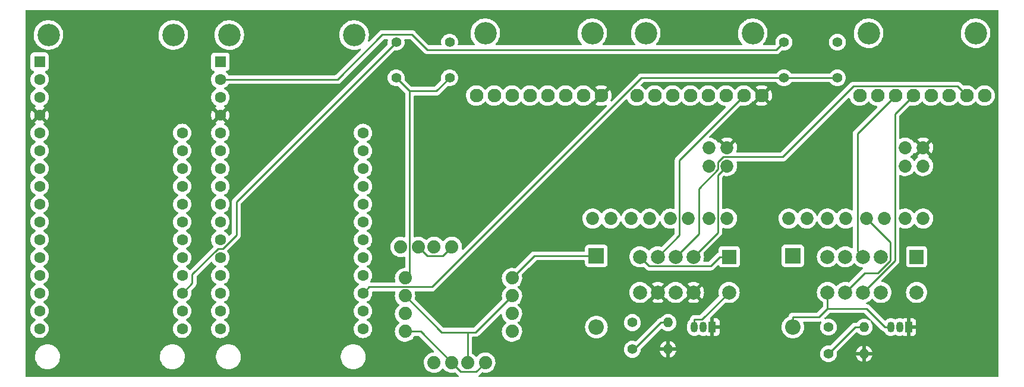
<source format=gbl>
%TF.GenerationSoftware,KiCad,Pcbnew,(6.0.4)*%
%TF.CreationDate,2022-04-07T11:47:19-07:00*%
%TF.ProjectId,rfkvm,72666b76-6d2e-46b6-9963-61645f706362,rev?*%
%TF.SameCoordinates,Original*%
%TF.FileFunction,Copper,L2,Bot*%
%TF.FilePolarity,Positive*%
%FSLAX46Y46*%
G04 Gerber Fmt 4.6, Leading zero omitted, Abs format (unit mm)*
G04 Created by KiCad (PCBNEW (6.0.4)) date 2022-04-07 11:47:19*
%MOMM*%
%LPD*%
G01*
G04 APERTURE LIST*
%TA.AperFunction,ComponentPad*%
%ADD10C,1.853030*%
%TD*%
%TA.AperFunction,ComponentPad*%
%ADD11C,1.397000*%
%TD*%
%TA.AperFunction,ComponentPad*%
%ADD12C,1.400000*%
%TD*%
%TA.AperFunction,ComponentPad*%
%ADD13O,1.400000X1.400000*%
%TD*%
%TA.AperFunction,ComponentPad*%
%ADD14C,1.930400*%
%TD*%
%TA.AperFunction,ComponentPad*%
%ADD15C,3.200000*%
%TD*%
%TA.AperFunction,ComponentPad*%
%ADD16R,2.000000X2.000000*%
%TD*%
%TA.AperFunction,ComponentPad*%
%ADD17C,2.000000*%
%TD*%
%TA.AperFunction,ComponentPad*%
%ADD18R,1.600000X1.600000*%
%TD*%
%TA.AperFunction,ComponentPad*%
%ADD19C,1.600000*%
%TD*%
%TA.AperFunction,ComponentPad*%
%ADD20R,1.050000X1.500000*%
%TD*%
%TA.AperFunction,ComponentPad*%
%ADD21O,1.050000X1.500000*%
%TD*%
%TA.AperFunction,ComponentPad*%
%ADD22R,2.200000X2.200000*%
%TD*%
%TA.AperFunction,ComponentPad*%
%ADD23O,2.200000X2.200000*%
%TD*%
%TA.AperFunction,ComponentPad*%
%ADD24C,1.879600*%
%TD*%
%TA.AperFunction,Conductor*%
%ADD25C,0.250000*%
%TD*%
G04 APERTURE END LIST*
D10*
%TO.P,TUSB2,0,D+*%
%TO.N,Net-(TUSB2-Pad0)*%
X214761300Y-70937340D03*
%TO.P,TUSB2,1,D-*%
%TO.N,Net-(TUSB2-Pad1)*%
X214761300Y-73543170D03*
%TO.P,TUSB2,2,GND*%
%TO.N,GND*%
X217338100Y-70937340D03*
%TO.P,TUSB2,3,5V*%
%TO.N,Net-(A2-Pad26)*%
X217338100Y-73543170D03*
%TO.P,TUSB2,4,1D+*%
%TO.N,Net-(A2-Pad29)*%
X217338100Y-81040000D03*
%TO.P,TUSB2,5,1D-*%
%TO.N,Net-(A2-Pad30)*%
X214761300Y-81040000D03*
%TO.P,TUSB2,6,2D+*%
%TO.N,Net-(K2-Pad5)*%
X211808000Y-81040000D03*
%TO.P,TUSB2,7,2D-*%
%TO.N,Net-(K2-Pad8)*%
X209231100Y-81040000D03*
%TO.P,TUSB2,8,3D+*%
%TO.N,unconnected-(TUSB2-Pad8)*%
X206277840Y-81040000D03*
%TO.P,TUSB2,9,3D-*%
%TO.N,unconnected-(TUSB2-Pad9)*%
X203700970Y-81040000D03*
%TO.P,TUSB2,10,4D+*%
%TO.N,unconnected-(TUSB2-Pad10)*%
X200747700Y-81040000D03*
%TO.P,TUSB2,11,4D-*%
%TO.N,unconnected-(TUSB2-Pad11)*%
X198170820Y-81040000D03*
%TD*%
D11*
%TO.P,SW2,1,1*%
%TO.N,Net-(A1-Pad19)*%
X149860000Y-55880000D03*
X142240000Y-55880000D03*
%TO.P,SW2,2,2*%
%TO.N,+3V3*%
X149860000Y-60960000D03*
X142240000Y-60960000D03*
%TD*%
D12*
%TO.P,R3,1*%
%TO.N,Net-(Q1-Pad2)*%
X175895000Y-99695000D03*
D13*
%TO.P,R3,2*%
%TO.N,GND*%
X180975000Y-99695000D03*
%TD*%
D14*
%TO.P,U2,1,GND*%
%TO.N,GND*%
X194310000Y-63500000D03*
%TO.P,U2,2,VBUS*%
%TO.N,Net-(A2-Pad26)*%
X191770000Y-63500000D03*
%TO.P,U2,3,SBU2*%
%TO.N,unconnected-(U2-Pad3)*%
X189230000Y-63500000D03*
%TO.P,U2,4,CC1*%
%TO.N,unconnected-(U2-Pad4)*%
X186690000Y-63500000D03*
%TO.P,U2,5,D-*%
%TO.N,Net-(TUSB2-Pad1)*%
X184150000Y-63500000D03*
%TO.P,U2,6,D+*%
%TO.N,Net-(TUSB2-Pad0)*%
X181610000Y-63500000D03*
%TO.P,U2,7,SBU1*%
%TO.N,unconnected-(U2-Pad7)*%
X179070000Y-63500000D03*
%TO.P,U2,8,CC2*%
%TO.N,unconnected-(U2-Pad8)*%
X176530000Y-63500000D03*
D15*
%TO.P,U2,P$1*%
%TO.N,N/C*%
X193040000Y-54610000D03*
X177800000Y-54610000D03*
%TD*%
D14*
%TO.P,U3,1,GND*%
%TO.N,Net-(K1-Pad9)*%
X226060000Y-63500000D03*
%TO.P,U3,2,VBUS*%
%TO.N,Net-(K1-Pad4)*%
X223520000Y-63500000D03*
%TO.P,U3,3,SBU2*%
%TO.N,unconnected-(U3-Pad3)*%
X220980000Y-63500000D03*
%TO.P,U3,4,CC1*%
%TO.N,unconnected-(U3-Pad4)*%
X218440000Y-63500000D03*
%TO.P,U3,5,D-*%
%TO.N,Net-(K2-Pad9)*%
X215900000Y-63500000D03*
%TO.P,U3,6,D+*%
%TO.N,Net-(K2-Pad4)*%
X213360000Y-63500000D03*
%TO.P,U3,7,SBU1*%
%TO.N,unconnected-(U3-Pad7)*%
X210820000Y-63500000D03*
%TO.P,U3,8,CC2*%
%TO.N,unconnected-(U3-Pad8)*%
X208280000Y-63500000D03*
D15*
%TO.P,U3,P$1*%
%TO.N,N/C*%
X224790000Y-54610000D03*
X209550000Y-54610000D03*
%TD*%
D16*
%TO.P,K1,1*%
%TO.N,+3V3*%
X189679500Y-86492500D03*
D17*
%TO.P,K1,3*%
%TO.N,Net-(A1-Pad26)*%
X184599500Y-86492500D03*
%TO.P,K1,4*%
%TO.N,Net-(K1-Pad4)*%
X182059500Y-86492500D03*
%TO.P,K1,5*%
%TO.N,Net-(A2-Pad26)*%
X179519500Y-86492500D03*
%TO.P,K1,6*%
%TO.N,+3V3*%
X176979500Y-86492500D03*
%TO.P,K1,7*%
%TO.N,Net-(D2-Pad2)*%
X176979500Y-91572500D03*
%TO.P,K1,8*%
%TO.N,GND*%
X179519500Y-91572500D03*
%TO.P,K1,9*%
%TO.N,Net-(K1-Pad9)*%
X182059500Y-91572500D03*
%TO.P,K1,10*%
%TO.N,GND*%
X184599500Y-91572500D03*
%TO.P,K1,12*%
%TO.N,Net-(D1-Pad2)*%
X189679500Y-91572500D03*
%TD*%
D11*
%TO.P,SW3,1,1*%
%TO.N,Net-(A2-Pad2)*%
X197485000Y-55880000D03*
X205105000Y-55880000D03*
%TO.P,SW3,2,2*%
%TO.N,Net-(A2-Pad19)*%
X205105000Y-60960000D03*
X197485000Y-60960000D03*
%TD*%
D12*
%TO.P,R2,1*%
%TO.N,Net-(A1-Pad25)*%
X203835000Y-96520000D03*
D13*
%TO.P,R2,2*%
%TO.N,Net-(Q2-Pad2)*%
X208915000Y-96520000D03*
%TD*%
D10*
%TO.P,TUSB1,0,D+*%
%TO.N,Net-(TUSB1-Pad0)*%
X186821300Y-70937340D03*
%TO.P,TUSB1,1,D-*%
%TO.N,Net-(TUSB1-Pad1)*%
X186821300Y-73543170D03*
%TO.P,TUSB1,2,GND*%
%TO.N,GND*%
X189398100Y-70937340D03*
%TO.P,TUSB1,3,5V*%
%TO.N,Net-(A1-Pad26)*%
X189398100Y-73543170D03*
%TO.P,TUSB1,4,1D+*%
%TO.N,Net-(A1-Pad29)*%
X189398100Y-81040000D03*
%TO.P,TUSB1,5,1D-*%
%TO.N,Net-(A1-Pad30)*%
X186821300Y-81040000D03*
%TO.P,TUSB1,6,2D+*%
%TO.N,Net-(K2-Pad3)*%
X183868000Y-81040000D03*
%TO.P,TUSB1,7,2D-*%
%TO.N,Net-(K2-Pad10)*%
X181291100Y-81040000D03*
%TO.P,TUSB1,8,3D+*%
%TO.N,unconnected-(TUSB1-Pad8)*%
X178337840Y-81040000D03*
%TO.P,TUSB1,9,3D-*%
%TO.N,unconnected-(TUSB1-Pad9)*%
X175760970Y-81040000D03*
%TO.P,TUSB1,10,4D+*%
%TO.N,unconnected-(TUSB1-Pad10)*%
X172807700Y-81040000D03*
%TO.P,TUSB1,11,4D-*%
%TO.N,unconnected-(TUSB1-Pad11)*%
X170230820Y-81040000D03*
%TD*%
D14*
%TO.P,U1,1,GND*%
%TO.N,GND*%
X171450000Y-63500000D03*
%TO.P,U1,2,VBUS*%
%TO.N,Net-(A1-Pad26)*%
X168910000Y-63500000D03*
%TO.P,U1,3,SBU2*%
%TO.N,unconnected-(U1-Pad3)*%
X166370000Y-63500000D03*
%TO.P,U1,4,CC1*%
%TO.N,unconnected-(U1-Pad4)*%
X163830000Y-63500000D03*
%TO.P,U1,5,D-*%
%TO.N,Net-(TUSB1-Pad1)*%
X161290000Y-63500000D03*
%TO.P,U1,6,D+*%
%TO.N,Net-(TUSB1-Pad0)*%
X158750000Y-63500000D03*
%TO.P,U1,7,SBU1*%
%TO.N,unconnected-(U1-Pad7)*%
X156210000Y-63500000D03*
%TO.P,U1,8,CC2*%
%TO.N,unconnected-(U1-Pad8)*%
X153670000Y-63500000D03*
D15*
%TO.P,U1,P$1*%
%TO.N,N/C*%
X154940000Y-54610000D03*
X170180000Y-54610000D03*
%TD*%
D18*
%TO.P,A1,1,~{RESET}*%
%TO.N,unconnected-(A1-Pad1)*%
X91440000Y-58670000D03*
D19*
%TO.P,A1,2,3.3V*%
%TO.N,+3V3*%
X91440000Y-61210000D03*
%TO.P,A1,3,3.3V*%
%TO.N,unconnected-(A1-Pad3)*%
X91440000Y-63750000D03*
%TO.P,A1,4,GND*%
%TO.N,GND*%
X91440000Y-66290000D03*
%TO.P,A1,5,A0*%
%TO.N,unconnected-(A1-Pad5)*%
X91440000Y-68830000D03*
%TO.P,A1,6,A1*%
%TO.N,unconnected-(A1-Pad6)*%
X91440000Y-71370000D03*
%TO.P,A1,7,A2*%
%TO.N,unconnected-(A1-Pad7)*%
X91440000Y-73910000D03*
%TO.P,A1,8,A3*%
%TO.N,unconnected-(A1-Pad8)*%
X91440000Y-76450000D03*
%TO.P,A1,9,D24*%
%TO.N,unconnected-(A1-Pad9)*%
X91440000Y-78990000D03*
%TO.P,A1,10,D25*%
%TO.N,Net-(A1-Pad10)*%
X91440000Y-81530000D03*
%TO.P,A1,11,SCK*%
%TO.N,unconnected-(A1-Pad11)*%
X91440000Y-84070000D03*
%TO.P,A1,12,MOSI*%
%TO.N,unconnected-(A1-Pad12)*%
X91440000Y-86610000D03*
%TO.P,A1,13,MISO*%
%TO.N,unconnected-(A1-Pad13)*%
X91440000Y-89150000D03*
%TO.P,A1,14,RX*%
%TO.N,unconnected-(A1-Pad14)*%
X91440000Y-91690000D03*
%TO.P,A1,15,TX*%
%TO.N,unconnected-(A1-Pad15)*%
X91440000Y-94230000D03*
%TO.P,A1,16,D4*%
%TO.N,unconnected-(A1-Pad16)*%
X91440000Y-96770000D03*
%TO.P,A1,17,SDA*%
%TO.N,unconnected-(A1-Pad17)*%
X111760000Y-96770000D03*
%TO.P,A1,18,SCL*%
%TO.N,unconnected-(A1-Pad18)*%
X111760000Y-94230000D03*
%TO.P,A1,19,D5*%
%TO.N,Net-(A1-Pad19)*%
X111760000Y-91690000D03*
%TO.P,A1,20,D6*%
%TO.N,unconnected-(A1-Pad20)*%
X111760000Y-89150000D03*
%TO.P,A1,21,D9*%
%TO.N,Net-(SCB1-Pad2)*%
X111760000Y-86610000D03*
%TO.P,A1,22,D10*%
%TO.N,unconnected-(A1-Pad22)*%
X111760000Y-84070000D03*
%TO.P,A1,23,D11*%
%TO.N,unconnected-(A1-Pad23)*%
X111760000Y-81530000D03*
%TO.P,A1,24,D12*%
%TO.N,Net-(A1-Pad24)*%
X111760000Y-78990000D03*
%TO.P,A1,25,D13*%
%TO.N,Net-(A1-Pad25)*%
X111760000Y-76450000D03*
%TO.P,A1,26,VBUS*%
%TO.N,Net-(A1-Pad26)*%
X111760000Y-73910000D03*
%TO.P,A1,27,EN*%
%TO.N,unconnected-(A1-Pad27)*%
X111760000Y-71370000D03*
%TO.P,A1,28,VBAT*%
%TO.N,unconnected-(A1-Pad28)*%
X111760000Y-68830000D03*
D15*
%TO.P,A1,P$1*%
%TO.N,N/C*%
X92710001Y-54860001D03*
X110490001Y-54860001D03*
%TD*%
D18*
%TO.P,A2,1,~{RESET}*%
%TO.N,unconnected-(A2-Pad1)*%
X117201500Y-58674000D03*
D19*
%TO.P,A2,2,3.3V*%
%TO.N,Net-(A2-Pad2)*%
X117201500Y-61214000D03*
%TO.P,A2,3,3.3V*%
%TO.N,unconnected-(A2-Pad3)*%
X117201500Y-63754000D03*
%TO.P,A2,4,GND*%
%TO.N,GND*%
X117201500Y-66294000D03*
%TO.P,A2,5,A0*%
%TO.N,unconnected-(A2-Pad5)*%
X117201500Y-68834000D03*
%TO.P,A2,6,A1*%
%TO.N,unconnected-(A2-Pad6)*%
X117201500Y-71374000D03*
%TO.P,A2,7,A2*%
%TO.N,unconnected-(A2-Pad7)*%
X117201500Y-73914000D03*
%TO.P,A2,8,A3*%
%TO.N,unconnected-(A2-Pad8)*%
X117201500Y-76454000D03*
%TO.P,A2,9,D24*%
%TO.N,unconnected-(A2-Pad9)*%
X117201500Y-78994000D03*
%TO.P,A2,10,D25*%
%TO.N,unconnected-(A2-Pad10)*%
X117201500Y-81534000D03*
%TO.P,A2,11,SCK*%
%TO.N,unconnected-(A2-Pad11)*%
X117201500Y-84074000D03*
%TO.P,A2,12,MOSI*%
%TO.N,unconnected-(A2-Pad12)*%
X117201500Y-86614000D03*
%TO.P,A2,13,MISO*%
%TO.N,unconnected-(A2-Pad13)*%
X117201500Y-89154000D03*
%TO.P,A2,14,RX*%
%TO.N,unconnected-(A2-Pad14)*%
X117201500Y-91694000D03*
%TO.P,A2,15,TX*%
%TO.N,unconnected-(A2-Pad15)*%
X117201500Y-94234000D03*
%TO.P,A2,16,D4*%
%TO.N,unconnected-(A2-Pad16)*%
X117201500Y-96774000D03*
%TO.P,A2,17,SDA*%
%TO.N,unconnected-(A2-Pad17)*%
X137521500Y-96774000D03*
%TO.P,A2,18,SCL*%
%TO.N,unconnected-(A2-Pad18)*%
X137521500Y-94234000D03*
%TO.P,A2,19,D5*%
%TO.N,Net-(A2-Pad19)*%
X137521500Y-91694000D03*
%TO.P,A2,20,D6*%
%TO.N,unconnected-(A2-Pad20)*%
X137521500Y-89154000D03*
%TO.P,A2,21,D9*%
%TO.N,unconnected-(A2-Pad21)*%
X137521500Y-86614000D03*
%TO.P,A2,22,D10*%
%TO.N,unconnected-(A2-Pad22)*%
X137521500Y-84074000D03*
%TO.P,A2,23,D11*%
%TO.N,Net-(A1-Pad10)*%
X137521500Y-81534000D03*
%TO.P,A2,24,D12*%
%TO.N,unconnected-(A2-Pad24)*%
X137521500Y-78994000D03*
%TO.P,A2,25,D13*%
%TO.N,unconnected-(A2-Pad25)*%
X137521500Y-76454000D03*
%TO.P,A2,26,VBUS*%
%TO.N,Net-(A2-Pad26)*%
X137521500Y-73914000D03*
%TO.P,A2,27,EN*%
%TO.N,unconnected-(A2-Pad27)*%
X137521500Y-71374000D03*
%TO.P,A2,28,VBAT*%
%TO.N,unconnected-(A2-Pad28)*%
X137521500Y-68834000D03*
D15*
%TO.P,A2,P$1*%
%TO.N,N/C*%
X118471501Y-54864001D03*
X136251501Y-54864001D03*
%TD*%
D20*
%TO.P,Q2,1,E*%
%TO.N,GND*%
X215265000Y-96520000D03*
D21*
%TO.P,Q2,2,B*%
%TO.N,Net-(Q2-Pad2)*%
X213995000Y-96520000D03*
%TO.P,Q2,3,C*%
%TO.N,Net-(D2-Pad2)*%
X212725000Y-96520000D03*
%TD*%
D12*
%TO.P,R4,1*%
%TO.N,Net-(Q2-Pad2)*%
X203835000Y-100330000D03*
D13*
%TO.P,R4,2*%
%TO.N,GND*%
X208915000Y-100330000D03*
%TD*%
D16*
%TO.P,K2,1*%
%TO.N,+3V3*%
X216392500Y-86492500D03*
D17*
%TO.P,K2,3*%
%TO.N,Net-(K2-Pad3)*%
X211312500Y-86492500D03*
%TO.P,K2,4*%
%TO.N,Net-(K2-Pad4)*%
X208772500Y-86492500D03*
%TO.P,K2,5*%
%TO.N,Net-(K2-Pad5)*%
X206232500Y-86492500D03*
%TO.P,K2,6*%
%TO.N,+3V3*%
X203692500Y-86492500D03*
%TO.P,K2,7*%
%TO.N,Net-(D2-Pad2)*%
X203692500Y-91572500D03*
%TO.P,K2,8*%
%TO.N,Net-(K2-Pad8)*%
X206232500Y-91572500D03*
%TO.P,K2,9*%
%TO.N,Net-(K2-Pad9)*%
X208772500Y-91572500D03*
%TO.P,K2,10*%
%TO.N,Net-(K2-Pad10)*%
X211312500Y-91572500D03*
%TO.P,K2,12*%
%TO.N,Net-(D1-Pad2)*%
X216392500Y-91572500D03*
%TD*%
D12*
%TO.P,R1,1*%
%TO.N,Net-(A1-Pad24)*%
X175895000Y-95885000D03*
D13*
%TO.P,R1,2*%
%TO.N,Net-(Q1-Pad2)*%
X180975000Y-95885000D03*
%TD*%
D20*
%TO.P,Q1,1,E*%
%TO.N,GND*%
X187282000Y-96520000D03*
D21*
%TO.P,Q1,2,B*%
%TO.N,Net-(Q1-Pad2)*%
X186012000Y-96520000D03*
%TO.P,Q1,3,C*%
%TO.N,Net-(D1-Pad2)*%
X184742000Y-96520000D03*
%TD*%
D22*
%TO.P,D2,1,K*%
%TO.N,+3V3*%
X198755000Y-86360000D03*
D23*
%TO.P,D2,2,A*%
%TO.N,Net-(D2-Pad2)*%
X198755000Y-96520000D03*
%TD*%
D24*
%TO.P,SCB1,4,+*%
%TO.N,unconnected-(SCB1-Pad4)*%
X143510000Y-97155000D03*
X158750000Y-97155000D03*
X150177500Y-85090000D03*
X154940000Y-101600000D03*
X150177500Y-101600000D03*
X145415000Y-85090000D03*
%TO.P,SCB1,3,-*%
%TO.N,unconnected-(SCB1-Pad3)*%
X158750000Y-94615000D03*
X143510000Y-94615000D03*
%TO.P,SCB1,2,1*%
%TO.N,Net-(SCB1-Pad2)*%
X142875000Y-85090000D03*
X152400000Y-101600000D03*
X147637500Y-85090000D03*
X158750000Y-92075000D03*
X147637500Y-101600000D03*
X143510000Y-92075000D03*
%TO.P,SCB1,1,2*%
%TO.N,+3V3*%
X158750000Y-89535000D03*
X143510000Y-89535000D03*
%TD*%
D22*
%TO.P,D1,1,K*%
%TO.N,+3V3*%
X170772000Y-86360000D03*
D23*
%TO.P,D1,2,A*%
%TO.N,Net-(D1-Pad2)*%
X170772000Y-96520000D03*
%TD*%
D25*
%TO.N,+3V3*%
X161925000Y-86360000D02*
X158750000Y-89535000D01*
X144144900Y-62864900D02*
X147955100Y-62864900D01*
X178304800Y-87817800D02*
X187028900Y-87817800D01*
X189679500Y-86492500D02*
X188354200Y-86492500D01*
X187028900Y-87817800D02*
X188354200Y-86492500D01*
X170772000Y-86360000D02*
X161925000Y-86360000D01*
X147955100Y-62864900D02*
X149860000Y-60960000D01*
X144144900Y-62864900D02*
X142240000Y-60960000D01*
X144144900Y-88900100D02*
X144144900Y-62864900D01*
X143510000Y-89535000D02*
X144144900Y-88900100D01*
X176979500Y-86492500D02*
X178304800Y-87817800D01*
%TO.N,Net-(K2-Pad4)*%
X208772500Y-86492500D02*
X207945400Y-85665400D01*
X207945400Y-85665400D02*
X207945400Y-68914600D01*
X207945400Y-68914600D02*
X213360000Y-63500000D01*
%TO.N,Net-(K2-Pad8)*%
X208998900Y-88806100D02*
X210894100Y-88806100D01*
X206232500Y-91572500D02*
X208998900Y-88806100D01*
X210894100Y-88806100D02*
X212640200Y-87060000D01*
X212640200Y-84449100D02*
X209231100Y-81040000D01*
X212640200Y-87060000D02*
X212640200Y-84449100D01*
%TO.N,Net-(D1-Pad2)*%
X184742000Y-95444700D02*
X185807300Y-95444700D01*
X185807300Y-95444700D02*
X189679500Y-91572500D01*
X184742000Y-96520000D02*
X184742000Y-95444700D01*
%TO.N,Net-(K2-Pad9)*%
X213284700Y-87060300D02*
X213284700Y-66115300D01*
X213284700Y-66115300D02*
X215900000Y-63500000D01*
X208772500Y-91572500D02*
X213284700Y-87060300D01*
%TO.N,Net-(K1-Pad4)*%
X185344700Y-83207300D02*
X185344700Y-76791900D01*
X188109700Y-72988200D02*
X188847900Y-72250000D01*
X188847900Y-72250000D02*
X197327300Y-72250000D01*
X207427700Y-62149600D02*
X222169600Y-62149600D01*
X222169600Y-62149600D02*
X223520000Y-63500000D01*
X185344700Y-76791900D02*
X188109700Y-74026900D01*
X188109700Y-74026900D02*
X188109700Y-72988200D01*
X197327300Y-72250000D02*
X207427700Y-62149600D01*
X182059500Y-86492500D02*
X185344700Y-83207300D01*
%TO.N,Net-(A1-Pad19)*%
X113174600Y-90275400D02*
X111760000Y-91690000D01*
X119479400Y-78640600D02*
X119479400Y-83391700D01*
X142240000Y-55880000D02*
X119479400Y-78640600D01*
X113174600Y-89022800D02*
X113174600Y-90275400D01*
X116853400Y-85344000D02*
X113174600Y-89022800D01*
X119479400Y-83391700D02*
X117527100Y-85344000D01*
X117527100Y-85344000D02*
X116853400Y-85344000D01*
%TO.N,Net-(A1-Pad26)*%
X184599500Y-86492500D02*
X188073200Y-83018800D01*
X188073200Y-83018800D02*
X188073200Y-74868100D01*
X188073200Y-74868100D02*
X189398100Y-73543200D01*
%TO.N,Net-(A2-Pad2)*%
X146666200Y-56951400D02*
X144517800Y-54803000D01*
X197485000Y-55880000D02*
X196413600Y-56951400D01*
X140287600Y-54803000D02*
X133876600Y-61214000D01*
X144517800Y-54803000D02*
X140287600Y-54803000D01*
X196413600Y-56951400D02*
X146666200Y-56951400D01*
X133876600Y-61214000D02*
X117201500Y-61214000D01*
%TO.N,Net-(A2-Pad19)*%
X138410500Y-90805000D02*
X137521500Y-91694000D01*
X205105000Y-60960000D02*
X197485000Y-60960000D01*
X147349100Y-90805000D02*
X138410500Y-90805000D01*
X177194100Y-60960000D02*
X147349100Y-90805000D01*
X197485000Y-60960000D02*
X177194100Y-60960000D01*
%TO.N,Net-(A2-Pad26)*%
X182579600Y-83432400D02*
X182579600Y-72690400D01*
X182579600Y-72690400D02*
X191770000Y-63500000D01*
X179519500Y-86492500D02*
X182579600Y-83432400D01*
%TO.N,Net-(D2-Pad2)*%
X209238300Y-93883600D02*
X211874700Y-96520000D01*
X198755000Y-95094700D02*
X202481400Y-95094700D01*
X203692500Y-93883600D02*
X209238300Y-93883600D01*
X198755000Y-96520000D02*
X198755000Y-95094700D01*
X202481400Y-95094700D02*
X203692500Y-93883600D01*
X212725000Y-96520000D02*
X211874700Y-96520000D01*
X203692500Y-93883600D02*
X203692500Y-91572500D01*
%TO.N,Net-(Q1-Pad2)*%
X180975000Y-95885000D02*
X179949700Y-95885000D01*
X176139700Y-99695000D02*
X175895000Y-99695000D01*
X179949700Y-95885000D02*
X176139700Y-99695000D01*
%TO.N,Net-(Q2-Pad2)*%
X203835000Y-100330000D02*
X207645000Y-96520000D01*
X207645000Y-96520000D02*
X208915000Y-96520000D01*
%TO.N,Net-(SCB1-Pad2)*%
X152400000Y-101600000D02*
X152400000Y-97278000D01*
X148713000Y-97278000D02*
X152400000Y-97278000D01*
X152400000Y-97278000D02*
X153547000Y-97278000D01*
X153547000Y-97278000D02*
X158750000Y-92075000D01*
X143510000Y-92075000D02*
X148713000Y-97278000D01*
%TO.N,unconnected-(SCB1-Pad4)*%
X150177500Y-85090000D02*
X148899800Y-86367700D01*
X146692700Y-86367700D02*
X145415000Y-85090000D01*
X150177500Y-101600000D02*
X145732500Y-97155000D01*
X153650800Y-102889200D02*
X154940000Y-101600000D01*
X151466700Y-102889200D02*
X153650800Y-102889200D01*
X145732500Y-97155000D02*
X143510000Y-97155000D01*
X150177500Y-101600000D02*
X151466700Y-102889200D01*
X148899800Y-86367700D02*
X146692700Y-86367700D01*
%TD*%
%TA.AperFunction,Conductor*%
%TO.N,GND*%
G36*
X228033621Y-51328502D02*
G01*
X228080114Y-51382158D01*
X228091500Y-51434500D01*
X228091500Y-103505500D01*
X228071498Y-103573621D01*
X228017842Y-103620114D01*
X227965500Y-103631500D01*
X154100714Y-103631500D01*
X154032593Y-103611498D01*
X153986100Y-103557842D01*
X153975996Y-103487568D01*
X154005490Y-103422988D01*
X154029388Y-103403043D01*
X154029073Y-103402637D01*
X154035334Y-103397780D01*
X154042162Y-103393742D01*
X154056483Y-103379421D01*
X154071517Y-103366580D01*
X154081494Y-103359331D01*
X154087907Y-103354672D01*
X154116098Y-103320595D01*
X154124088Y-103311816D01*
X154409203Y-103026701D01*
X154471515Y-102992675D01*
X154532474Y-102994766D01*
X154534552Y-102995560D01*
X154767928Y-103043041D01*
X154902121Y-103047962D01*
X155000760Y-103051579D01*
X155000764Y-103051579D01*
X155005924Y-103051768D01*
X155011044Y-103051112D01*
X155011046Y-103051112D01*
X155237023Y-103022164D01*
X155237024Y-103022164D01*
X155242151Y-103021507D01*
X155325203Y-102996590D01*
X155465316Y-102954554D01*
X155465317Y-102954553D01*
X155470262Y-102953070D01*
X155684133Y-102848295D01*
X155688336Y-102845297D01*
X155688341Y-102845294D01*
X155873816Y-102712996D01*
X155873818Y-102712994D01*
X155878020Y-102709997D01*
X156046716Y-102541889D01*
X156054110Y-102531600D01*
X156103972Y-102462209D01*
X156185690Y-102348486D01*
X156189995Y-102339777D01*
X156288917Y-102139624D01*
X156288918Y-102139622D01*
X156291211Y-102134982D01*
X156360443Y-101907111D01*
X156391529Y-101670992D01*
X156391746Y-101662126D01*
X156393182Y-101603365D01*
X156393182Y-101603361D01*
X156393264Y-101600000D01*
X156373750Y-101362644D01*
X156315731Y-101131663D01*
X156260363Y-101004324D01*
X156222827Y-100917996D01*
X156222825Y-100917993D01*
X156220767Y-100913259D01*
X156212102Y-100899864D01*
X156141365Y-100790522D01*
X156091406Y-100713298D01*
X155931124Y-100537150D01*
X155927070Y-100533948D01*
X155927069Y-100533947D01*
X155748278Y-100392747D01*
X155748273Y-100392744D01*
X155744224Y-100389546D01*
X155739708Y-100387053D01*
X155739705Y-100387051D01*
X155540250Y-100276946D01*
X155540246Y-100276944D01*
X155535726Y-100274449D01*
X155530857Y-100272725D01*
X155530853Y-100272723D01*
X155316105Y-100196676D01*
X155316101Y-100196675D01*
X155311230Y-100194950D01*
X155306140Y-100194043D01*
X155306135Y-100194042D01*
X155150398Y-100166302D01*
X155076764Y-100153186D01*
X154987637Y-100152097D01*
X154843795Y-100150339D01*
X154843793Y-100150339D01*
X154838625Y-100150276D01*
X154603209Y-100186300D01*
X154376838Y-100260289D01*
X154165590Y-100370258D01*
X154161457Y-100373361D01*
X154161454Y-100373363D01*
X153979275Y-100510147D01*
X153975140Y-100513252D01*
X153810602Y-100685431D01*
X153788629Y-100717642D01*
X153775186Y-100737349D01*
X153720274Y-100782351D01*
X153649749Y-100790522D01*
X153586002Y-100759267D01*
X153565306Y-100734784D01*
X153554217Y-100717642D01*
X153554212Y-100717636D01*
X153551406Y-100713298D01*
X153391124Y-100537150D01*
X153387070Y-100533948D01*
X153387069Y-100533947D01*
X153208282Y-100392751D01*
X153204224Y-100389546D01*
X153098605Y-100331241D01*
X153048636Y-100280810D01*
X153033500Y-100220934D01*
X153033500Y-99695000D01*
X174681884Y-99695000D01*
X174700314Y-99905655D01*
X174701738Y-99910968D01*
X174701738Y-99910970D01*
X174747246Y-100080806D01*
X174755044Y-100109910D01*
X174757366Y-100114891D01*
X174757367Y-100114892D01*
X174838354Y-100288568D01*
X174844411Y-100301558D01*
X174965699Y-100474776D01*
X175115224Y-100624301D01*
X175288442Y-100745589D01*
X175293420Y-100747910D01*
X175293423Y-100747912D01*
X175475108Y-100832633D01*
X175480090Y-100834956D01*
X175485398Y-100836378D01*
X175485400Y-100836379D01*
X175679030Y-100888262D01*
X175679032Y-100888262D01*
X175684345Y-100889686D01*
X175895000Y-100908116D01*
X176105655Y-100889686D01*
X176110968Y-100888262D01*
X176110970Y-100888262D01*
X176304600Y-100836379D01*
X176304602Y-100836378D01*
X176309910Y-100834956D01*
X176314892Y-100832633D01*
X176496577Y-100747912D01*
X176496580Y-100747910D01*
X176501558Y-100745589D01*
X176674776Y-100624301D01*
X176824301Y-100474776D01*
X176945589Y-100301558D01*
X176951647Y-100288568D01*
X177032633Y-100114892D01*
X177032634Y-100114891D01*
X177034956Y-100109910D01*
X177042755Y-100080806D01*
X177074717Y-99961522D01*
X179795801Y-99961522D01*
X179834092Y-100104423D01*
X179837842Y-100114727D01*
X179922521Y-100296323D01*
X179927998Y-100305811D01*
X180042925Y-100469942D01*
X180049981Y-100478350D01*
X180191650Y-100620019D01*
X180200058Y-100627075D01*
X180364189Y-100742002D01*
X180373677Y-100747479D01*
X180555273Y-100832158D01*
X180565577Y-100835908D01*
X180703503Y-100872866D01*
X180717599Y-100872530D01*
X180721000Y-100864588D01*
X180721000Y-100859439D01*
X181229000Y-100859439D01*
X181232973Y-100872970D01*
X181241522Y-100874199D01*
X181384423Y-100835908D01*
X181394727Y-100832158D01*
X181576323Y-100747479D01*
X181585811Y-100742002D01*
X181749942Y-100627075D01*
X181758350Y-100620019D01*
X181900019Y-100478350D01*
X181907075Y-100469942D01*
X182005064Y-100330000D01*
X202621884Y-100330000D01*
X202640314Y-100540655D01*
X202641738Y-100545968D01*
X202641738Y-100545970D01*
X202687738Y-100717642D01*
X202695044Y-100744910D01*
X202697366Y-100749891D01*
X202697367Y-100749892D01*
X202771524Y-100908921D01*
X202784411Y-100936558D01*
X202905699Y-101109776D01*
X203055224Y-101259301D01*
X203228442Y-101380589D01*
X203233420Y-101382910D01*
X203233423Y-101382912D01*
X203415108Y-101467633D01*
X203420090Y-101469956D01*
X203425398Y-101471378D01*
X203425400Y-101471379D01*
X203619030Y-101523262D01*
X203619032Y-101523262D01*
X203624345Y-101524686D01*
X203835000Y-101543116D01*
X204045655Y-101524686D01*
X204050968Y-101523262D01*
X204050970Y-101523262D01*
X204244600Y-101471379D01*
X204244602Y-101471378D01*
X204249910Y-101469956D01*
X204254892Y-101467633D01*
X204436577Y-101382912D01*
X204436580Y-101382910D01*
X204441558Y-101380589D01*
X204614776Y-101259301D01*
X204764301Y-101109776D01*
X204885589Y-100936558D01*
X204898477Y-100908921D01*
X204972633Y-100749892D01*
X204972634Y-100749891D01*
X204974956Y-100744910D01*
X204982263Y-100717642D01*
X205014717Y-100596522D01*
X207735801Y-100596522D01*
X207774092Y-100739423D01*
X207777842Y-100749727D01*
X207862521Y-100931323D01*
X207867998Y-100940811D01*
X207982925Y-101104942D01*
X207989981Y-101113350D01*
X208131650Y-101255019D01*
X208140058Y-101262075D01*
X208304189Y-101377002D01*
X208313677Y-101382479D01*
X208495273Y-101467158D01*
X208505577Y-101470908D01*
X208643503Y-101507866D01*
X208657599Y-101507530D01*
X208661000Y-101499588D01*
X208661000Y-101494439D01*
X209169000Y-101494439D01*
X209172973Y-101507970D01*
X209181522Y-101509199D01*
X209324423Y-101470908D01*
X209334727Y-101467158D01*
X209516323Y-101382479D01*
X209525811Y-101377002D01*
X209689942Y-101262075D01*
X209698350Y-101255019D01*
X209840019Y-101113350D01*
X209847075Y-101104942D01*
X209962002Y-100940811D01*
X209967479Y-100931323D01*
X210052158Y-100749727D01*
X210055908Y-100739423D01*
X210092866Y-100601497D01*
X210092530Y-100587401D01*
X210084588Y-100584000D01*
X209187115Y-100584000D01*
X209171876Y-100588475D01*
X209170671Y-100589865D01*
X209169000Y-100597548D01*
X209169000Y-101494439D01*
X208661000Y-101494439D01*
X208661000Y-100602115D01*
X208656525Y-100586876D01*
X208655135Y-100585671D01*
X208647452Y-100584000D01*
X207750561Y-100584000D01*
X207737030Y-100587973D01*
X207735801Y-100596522D01*
X205014717Y-100596522D01*
X205028262Y-100545970D01*
X205028262Y-100545968D01*
X205029686Y-100540655D01*
X205048116Y-100330000D01*
X205029686Y-100119345D01*
X205028262Y-100114029D01*
X205027452Y-100109437D01*
X205033132Y-100058503D01*
X207737134Y-100058503D01*
X207737470Y-100072599D01*
X207745412Y-100076000D01*
X208642885Y-100076000D01*
X208658124Y-100071525D01*
X208659329Y-100070135D01*
X208661000Y-100062452D01*
X208661000Y-100057885D01*
X209169000Y-100057885D01*
X209173475Y-100073124D01*
X209174865Y-100074329D01*
X209182548Y-100076000D01*
X210079439Y-100076000D01*
X210092970Y-100072027D01*
X210094199Y-100063478D01*
X210055908Y-99920577D01*
X210052158Y-99910273D01*
X209967479Y-99728677D01*
X209962002Y-99719189D01*
X209847075Y-99555058D01*
X209840019Y-99546650D01*
X209698350Y-99404981D01*
X209689942Y-99397925D01*
X209525811Y-99282998D01*
X209516323Y-99277521D01*
X209334727Y-99192842D01*
X209324423Y-99189092D01*
X209186497Y-99152134D01*
X209172401Y-99152470D01*
X209169000Y-99160412D01*
X209169000Y-100057885D01*
X208661000Y-100057885D01*
X208661000Y-99165561D01*
X208657027Y-99152030D01*
X208648478Y-99150801D01*
X208505577Y-99189092D01*
X208495273Y-99192842D01*
X208313677Y-99277521D01*
X208304189Y-99282998D01*
X208140058Y-99397925D01*
X208131650Y-99404981D01*
X207989981Y-99546650D01*
X207982925Y-99555058D01*
X207867998Y-99719189D01*
X207862521Y-99728677D01*
X207777842Y-99910273D01*
X207774092Y-99920577D01*
X207737134Y-100058503D01*
X205033132Y-100058503D01*
X205035321Y-100038877D01*
X205062443Y-99998461D01*
X207787033Y-97273871D01*
X207849345Y-97239845D01*
X207920160Y-97244910D01*
X207979338Y-97290692D01*
X207985699Y-97299776D01*
X208135224Y-97449301D01*
X208308442Y-97570589D01*
X208313420Y-97572910D01*
X208313423Y-97572912D01*
X208426679Y-97625724D01*
X208500090Y-97659956D01*
X208505398Y-97661378D01*
X208505400Y-97661379D01*
X208699030Y-97713262D01*
X208699032Y-97713262D01*
X208704345Y-97714686D01*
X208915000Y-97733116D01*
X209125655Y-97714686D01*
X209130968Y-97713262D01*
X209130970Y-97713262D01*
X209324600Y-97661379D01*
X209324602Y-97661378D01*
X209329910Y-97659956D01*
X209403321Y-97625724D01*
X209516577Y-97572912D01*
X209516580Y-97572910D01*
X209521558Y-97570589D01*
X209694776Y-97449301D01*
X209844301Y-97299776D01*
X209965589Y-97126558D01*
X209973369Y-97109875D01*
X210052633Y-96939892D01*
X210052634Y-96939891D01*
X210054956Y-96934910D01*
X210059355Y-96918495D01*
X210108262Y-96735970D01*
X210108262Y-96735968D01*
X210109686Y-96730655D01*
X210128116Y-96520000D01*
X210109686Y-96309345D01*
X210105735Y-96294600D01*
X210056379Y-96110400D01*
X210056378Y-96110398D01*
X210054956Y-96105090D01*
X210050705Y-96095973D01*
X209967912Y-95918423D01*
X209967910Y-95918420D01*
X209965589Y-95913442D01*
X209844301Y-95740224D01*
X209844503Y-95740082D01*
X209817073Y-95677404D01*
X209828290Y-95607299D01*
X209836004Y-95598677D01*
X209782536Y-95618620D01*
X209713162Y-95603529D01*
X209695656Y-95591579D01*
X209694776Y-95590699D01*
X209521558Y-95469411D01*
X209516580Y-95467090D01*
X209516577Y-95467088D01*
X209334892Y-95382367D01*
X209334891Y-95382366D01*
X209329910Y-95380044D01*
X209324602Y-95378622D01*
X209324600Y-95378621D01*
X209130970Y-95326738D01*
X209130968Y-95326738D01*
X209125655Y-95325314D01*
X208915000Y-95306884D01*
X208704345Y-95325314D01*
X208699032Y-95326738D01*
X208699030Y-95326738D01*
X208505400Y-95378621D01*
X208505398Y-95378622D01*
X208500090Y-95380044D01*
X208495109Y-95382366D01*
X208495108Y-95382367D01*
X208313423Y-95467088D01*
X208313420Y-95467090D01*
X208308442Y-95469411D01*
X208135224Y-95590699D01*
X207985699Y-95740224D01*
X207943917Y-95799895D01*
X207920898Y-95832770D01*
X207865441Y-95877099D01*
X207817685Y-95886500D01*
X207723768Y-95886500D01*
X207712585Y-95885973D01*
X207705092Y-95884298D01*
X207697166Y-95884547D01*
X207697165Y-95884547D01*
X207637002Y-95886438D01*
X207633044Y-95886500D01*
X207605144Y-95886500D01*
X207601154Y-95887004D01*
X207589320Y-95887936D01*
X207545111Y-95889326D01*
X207537495Y-95891539D01*
X207537493Y-95891539D01*
X207525652Y-95894979D01*
X207506293Y-95898988D01*
X207504983Y-95899154D01*
X207486203Y-95901526D01*
X207478837Y-95904442D01*
X207478831Y-95904444D01*
X207445098Y-95917800D01*
X207433868Y-95921645D01*
X207399017Y-95931770D01*
X207391407Y-95933981D01*
X207384584Y-95938016D01*
X207373966Y-95944295D01*
X207356213Y-95952992D01*
X207348568Y-95956019D01*
X207337383Y-95960448D01*
X207330968Y-95965109D01*
X207301612Y-95986437D01*
X207291695Y-95992951D01*
X207253638Y-96015458D01*
X207239317Y-96029779D01*
X207224284Y-96042619D01*
X207207893Y-96054528D01*
X207182515Y-96085205D01*
X207179702Y-96088605D01*
X207171712Y-96097384D01*
X204166538Y-99102557D01*
X204104226Y-99136583D01*
X204055561Y-99137547D01*
X204050961Y-99136736D01*
X204045655Y-99135314D01*
X204040188Y-99134836D01*
X204040184Y-99134835D01*
X203840475Y-99117363D01*
X203835000Y-99116884D01*
X203624345Y-99135314D01*
X203619032Y-99136738D01*
X203619030Y-99136738D01*
X203425400Y-99188621D01*
X203425398Y-99188622D01*
X203420090Y-99190044D01*
X203415109Y-99192366D01*
X203415108Y-99192367D01*
X203233423Y-99277088D01*
X203233420Y-99277090D01*
X203228442Y-99279411D01*
X203055224Y-99400699D01*
X202905699Y-99550224D01*
X202784411Y-99723442D01*
X202782090Y-99728420D01*
X202782088Y-99728423D01*
X202697367Y-99910108D01*
X202695044Y-99915090D01*
X202693622Y-99920398D01*
X202693621Y-99920400D01*
X202650590Y-100080994D01*
X202640314Y-100119345D01*
X202621884Y-100330000D01*
X182005064Y-100330000D01*
X182022002Y-100305811D01*
X182027479Y-100296323D01*
X182112158Y-100114727D01*
X182115908Y-100104423D01*
X182152866Y-99966497D01*
X182152530Y-99952401D01*
X182144588Y-99949000D01*
X181247115Y-99949000D01*
X181231876Y-99953475D01*
X181230671Y-99954865D01*
X181229000Y-99962548D01*
X181229000Y-100859439D01*
X180721000Y-100859439D01*
X180721000Y-99967115D01*
X180716525Y-99951876D01*
X180715135Y-99950671D01*
X180707452Y-99949000D01*
X179810561Y-99949000D01*
X179797030Y-99952973D01*
X179795801Y-99961522D01*
X177074717Y-99961522D01*
X177088262Y-99910970D01*
X177088262Y-99910968D01*
X177089686Y-99905655D01*
X177108116Y-99695000D01*
X177107403Y-99686854D01*
X177107636Y-99685696D01*
X177107636Y-99684024D01*
X177107972Y-99684024D01*
X177121390Y-99617251D01*
X177143828Y-99586776D01*
X177307101Y-99423503D01*
X179797134Y-99423503D01*
X179797470Y-99437599D01*
X179805412Y-99441000D01*
X180702885Y-99441000D01*
X180718124Y-99436525D01*
X180719329Y-99435135D01*
X180721000Y-99427452D01*
X180721000Y-99422885D01*
X181229000Y-99422885D01*
X181233475Y-99438124D01*
X181234865Y-99439329D01*
X181242548Y-99441000D01*
X182139439Y-99441000D01*
X182152970Y-99437027D01*
X182154199Y-99428478D01*
X182115908Y-99285577D01*
X182112158Y-99275273D01*
X182027479Y-99093677D01*
X182022002Y-99084189D01*
X181907075Y-98920058D01*
X181900019Y-98911650D01*
X181758350Y-98769981D01*
X181749942Y-98762925D01*
X181585811Y-98647998D01*
X181576323Y-98642521D01*
X181394727Y-98557842D01*
X181384423Y-98554092D01*
X181246497Y-98517134D01*
X181232401Y-98517470D01*
X181229000Y-98525412D01*
X181229000Y-99422885D01*
X180721000Y-99422885D01*
X180721000Y-98530561D01*
X180717027Y-98517030D01*
X180708478Y-98515801D01*
X180565577Y-98554092D01*
X180555273Y-98557842D01*
X180373677Y-98642521D01*
X180364189Y-98647998D01*
X180200058Y-98762925D01*
X180191650Y-98769981D01*
X180049981Y-98911650D01*
X180042925Y-98920058D01*
X179927998Y-99084189D01*
X179922521Y-99093677D01*
X179837842Y-99275273D01*
X179834092Y-99285577D01*
X179797134Y-99423503D01*
X177307101Y-99423503D01*
X179966669Y-96763936D01*
X180028981Y-96729910D01*
X180099797Y-96734975D01*
X180144859Y-96763936D01*
X180195224Y-96814301D01*
X180368442Y-96935589D01*
X180373420Y-96937910D01*
X180373423Y-96937912D01*
X180522445Y-97007402D01*
X180560090Y-97024956D01*
X180565398Y-97026378D01*
X180565400Y-97026379D01*
X180759030Y-97078262D01*
X180759032Y-97078262D01*
X180764345Y-97079686D01*
X180975000Y-97098116D01*
X181185655Y-97079686D01*
X181190968Y-97078262D01*
X181190970Y-97078262D01*
X181384600Y-97026379D01*
X181384602Y-97026378D01*
X181389910Y-97024956D01*
X181427555Y-97007402D01*
X181576577Y-96937912D01*
X181576580Y-96937910D01*
X181581558Y-96935589D01*
X181754776Y-96814301D01*
X181773073Y-96796004D01*
X183708500Y-96796004D01*
X183723277Y-96946713D01*
X183781858Y-97140742D01*
X183877010Y-97319698D01*
X184005110Y-97476763D01*
X184009857Y-97480690D01*
X184009859Y-97480692D01*
X184156528Y-97602027D01*
X184156531Y-97602029D01*
X184161278Y-97605956D01*
X184339565Y-97702356D01*
X184434224Y-97731658D01*
X184527293Y-97760468D01*
X184527296Y-97760469D01*
X184533180Y-97762290D01*
X184539305Y-97762934D01*
X184539306Y-97762934D01*
X184728622Y-97782832D01*
X184728623Y-97782832D01*
X184734750Y-97783476D01*
X184844090Y-97773525D01*
X184930457Y-97765665D01*
X184930460Y-97765664D01*
X184936596Y-97765106D01*
X184942502Y-97763368D01*
X184942506Y-97763367D01*
X185083909Y-97721749D01*
X185131029Y-97707881D01*
X185136486Y-97705028D01*
X185136489Y-97705027D01*
X185288182Y-97625724D01*
X185310460Y-97614077D01*
X185310462Y-97614077D01*
X185310645Y-97613981D01*
X185310663Y-97614016D01*
X185376441Y-97594111D01*
X185437409Y-97609271D01*
X185609565Y-97702356D01*
X185704224Y-97731658D01*
X185797293Y-97760468D01*
X185797296Y-97760469D01*
X185803180Y-97762290D01*
X185809305Y-97762934D01*
X185809306Y-97762934D01*
X185998622Y-97782832D01*
X185998623Y-97782832D01*
X186004750Y-97783476D01*
X186114090Y-97773525D01*
X186200457Y-97765665D01*
X186200460Y-97765664D01*
X186206596Y-97765106D01*
X186212502Y-97763368D01*
X186212506Y-97763367D01*
X186348558Y-97723324D01*
X186401029Y-97707881D01*
X186401229Y-97708559D01*
X186467273Y-97702044D01*
X186504323Y-97715320D01*
X186518937Y-97723321D01*
X186639394Y-97768478D01*
X186654649Y-97772105D01*
X186705514Y-97777631D01*
X186712328Y-97778000D01*
X187009885Y-97778000D01*
X187025124Y-97773525D01*
X187026329Y-97772135D01*
X187028000Y-97764452D01*
X187028000Y-97759884D01*
X187536000Y-97759884D01*
X187540475Y-97775123D01*
X187541865Y-97776328D01*
X187549548Y-97777999D01*
X187851669Y-97777999D01*
X187858490Y-97777629D01*
X187909352Y-97772105D01*
X187924604Y-97768479D01*
X188045054Y-97723324D01*
X188060649Y-97714786D01*
X188162724Y-97638285D01*
X188175285Y-97625724D01*
X188251786Y-97523649D01*
X188260324Y-97508054D01*
X188305478Y-97387606D01*
X188309105Y-97372351D01*
X188314631Y-97321486D01*
X188315000Y-97314672D01*
X188315000Y-96792115D01*
X188310525Y-96776876D01*
X188309135Y-96775671D01*
X188301452Y-96774000D01*
X187554115Y-96774000D01*
X187538876Y-96778475D01*
X187537671Y-96779865D01*
X187536000Y-96787548D01*
X187536000Y-97759884D01*
X187028000Y-97759884D01*
X187028000Y-96966242D01*
X187028785Y-96952197D01*
X187037141Y-96877702D01*
X187045500Y-96803183D01*
X187045500Y-96247885D01*
X187536000Y-96247885D01*
X187540475Y-96263124D01*
X187541865Y-96264329D01*
X187549548Y-96266000D01*
X188296884Y-96266000D01*
X188312123Y-96261525D01*
X188313328Y-96260135D01*
X188314999Y-96252452D01*
X188314999Y-95725331D01*
X188314629Y-95718510D01*
X188309105Y-95667648D01*
X188305479Y-95652396D01*
X188260324Y-95531946D01*
X188251786Y-95516351D01*
X188175285Y-95414276D01*
X188162724Y-95401715D01*
X188060649Y-95325214D01*
X188045054Y-95316676D01*
X187924606Y-95271522D01*
X187909351Y-95267895D01*
X187858486Y-95262369D01*
X187851672Y-95262000D01*
X187554115Y-95262000D01*
X187538876Y-95266475D01*
X187537671Y-95267865D01*
X187536000Y-95275548D01*
X187536000Y-96247885D01*
X187045500Y-96247885D01*
X187045500Y-96243996D01*
X187030723Y-96093287D01*
X187030032Y-96090998D01*
X187028000Y-96070276D01*
X187028000Y-95280116D01*
X187013448Y-95230556D01*
X187012137Y-95228515D01*
X187012157Y-95157518D01*
X187043948Y-95103957D01*
X189101041Y-93046864D01*
X189163353Y-93012838D01*
X189219549Y-93013440D01*
X189249111Y-93020537D01*
X189437976Y-93065880D01*
X189437982Y-93065881D01*
X189442789Y-93067035D01*
X189679500Y-93085665D01*
X189916211Y-93067035D01*
X189921018Y-93065881D01*
X189921024Y-93065880D01*
X190109889Y-93020537D01*
X190147094Y-93011605D01*
X190151667Y-93009711D01*
X190361889Y-92922635D01*
X190361893Y-92922633D01*
X190366463Y-92920740D01*
X190482218Y-92849805D01*
X190564702Y-92799259D01*
X190564708Y-92799255D01*
X190568916Y-92796676D01*
X190749469Y-92642469D01*
X190903676Y-92461916D01*
X190906255Y-92457708D01*
X190906259Y-92457702D01*
X191025154Y-92263683D01*
X191027740Y-92259463D01*
X191029729Y-92254663D01*
X191116711Y-92044667D01*
X191116712Y-92044665D01*
X191118605Y-92040094D01*
X191174035Y-91809211D01*
X191192665Y-91572500D01*
X191174035Y-91335789D01*
X191172212Y-91328192D01*
X191119760Y-91109718D01*
X191118605Y-91104906D01*
X191092647Y-91042238D01*
X191029635Y-90890111D01*
X191029633Y-90890107D01*
X191027740Y-90885537D01*
X190962489Y-90779057D01*
X190906259Y-90687298D01*
X190906250Y-90687285D01*
X190903676Y-90683084D01*
X190749469Y-90502531D01*
X190568916Y-90348324D01*
X190564708Y-90345745D01*
X190564702Y-90345741D01*
X190370683Y-90226846D01*
X190366463Y-90224260D01*
X190361893Y-90222367D01*
X190361889Y-90222365D01*
X190151667Y-90135289D01*
X190151665Y-90135288D01*
X190147094Y-90133395D01*
X190066891Y-90114140D01*
X189921024Y-90079120D01*
X189921018Y-90079119D01*
X189916211Y-90077965D01*
X189679500Y-90059335D01*
X189442789Y-90077965D01*
X189437982Y-90079119D01*
X189437976Y-90079120D01*
X189292109Y-90114140D01*
X189211906Y-90133395D01*
X189207335Y-90135288D01*
X189207333Y-90135289D01*
X188997111Y-90222365D01*
X188997107Y-90222367D01*
X188992537Y-90224260D01*
X188988317Y-90226846D01*
X188794298Y-90345741D01*
X188794292Y-90345745D01*
X188790084Y-90348324D01*
X188609531Y-90502531D01*
X188455324Y-90683084D01*
X188452750Y-90687285D01*
X188452741Y-90687298D01*
X188396511Y-90779057D01*
X188331260Y-90885537D01*
X188329367Y-90890107D01*
X188329365Y-90890111D01*
X188266353Y-91042238D01*
X188240395Y-91104906D01*
X188239240Y-91109718D01*
X188186789Y-91328192D01*
X188184965Y-91335789D01*
X188166335Y-91572500D01*
X188184965Y-91809211D01*
X188186119Y-91814018D01*
X188186120Y-91814024D01*
X188238560Y-92032451D01*
X188235013Y-92103359D01*
X188205136Y-92150960D01*
X185581800Y-94774295D01*
X185519488Y-94808321D01*
X185492705Y-94811200D01*
X184813793Y-94811200D01*
X184790184Y-94808968D01*
X184789881Y-94808910D01*
X184789877Y-94808910D01*
X184782094Y-94807425D01*
X184726049Y-94810951D01*
X184718138Y-94811200D01*
X184702144Y-94811200D01*
X184686270Y-94813206D01*
X184678410Y-94813948D01*
X184650951Y-94815676D01*
X184630263Y-94816977D01*
X184630262Y-94816977D01*
X184622350Y-94817475D01*
X184614809Y-94819925D01*
X184614513Y-94820021D01*
X184591369Y-94825194D01*
X184591065Y-94825232D01*
X184591060Y-94825233D01*
X184583203Y-94826226D01*
X184575838Y-94829142D01*
X184575834Y-94829143D01*
X184530989Y-94846899D01*
X184523570Y-94849571D01*
X184470125Y-94866936D01*
X184463429Y-94871186D01*
X184463428Y-94871186D01*
X184463169Y-94871350D01*
X184442042Y-94882115D01*
X184441754Y-94882229D01*
X184441749Y-94882232D01*
X184434383Y-94885148D01*
X184427975Y-94889804D01*
X184427969Y-94889807D01*
X184388948Y-94918158D01*
X184382411Y-94922601D01*
X184334982Y-94952700D01*
X184329556Y-94958478D01*
X184329555Y-94958479D01*
X184329341Y-94958707D01*
X184311554Y-94974388D01*
X184311309Y-94974566D01*
X184311307Y-94974568D01*
X184304893Y-94979228D01*
X184299839Y-94985337D01*
X184299838Y-94985338D01*
X184269097Y-95022496D01*
X184263866Y-95028430D01*
X184230842Y-95063598D01*
X184230840Y-95063601D01*
X184225414Y-95069379D01*
X184221445Y-95076599D01*
X184208119Y-95096206D01*
X184207920Y-95096446D01*
X184207916Y-95096453D01*
X184202867Y-95102556D01*
X184184259Y-95142100D01*
X184178953Y-95153376D01*
X184175371Y-95160408D01*
X184148305Y-95209640D01*
X184146335Y-95217315D01*
X184146332Y-95217321D01*
X184146256Y-95217619D01*
X184138224Y-95239928D01*
X184138094Y-95240203D01*
X184138091Y-95240211D01*
X184134717Y-95247382D01*
X184125296Y-95296770D01*
X184124195Y-95302543D01*
X184122471Y-95310258D01*
X184108500Y-95364670D01*
X184108500Y-95372907D01*
X184106268Y-95396516D01*
X184104725Y-95404606D01*
X184105223Y-95412516D01*
X184104725Y-95420428D01*
X184103395Y-95420344D01*
X184089527Y-95481567D01*
X184058413Y-95518435D01*
X184015399Y-95553019D01*
X183885119Y-95708281D01*
X183882155Y-95713673D01*
X183882152Y-95713677D01*
X183807939Y-95848671D01*
X183787477Y-95885891D01*
X183785614Y-95891764D01*
X183747657Y-96011422D01*
X183726193Y-96079084D01*
X183725507Y-96085201D01*
X183725506Y-96085205D01*
X183723738Y-96100970D01*
X183708500Y-96236817D01*
X183708500Y-96796004D01*
X181773073Y-96796004D01*
X181904301Y-96664776D01*
X182025589Y-96491558D01*
X182038468Y-96463940D01*
X182112633Y-96304892D01*
X182112634Y-96304891D01*
X182114956Y-96299910D01*
X182122263Y-96272642D01*
X182168262Y-96100970D01*
X182168262Y-96100968D01*
X182169686Y-96095655D01*
X182188116Y-95885000D01*
X182169686Y-95674345D01*
X182159539Y-95636477D01*
X182116379Y-95475400D01*
X182116378Y-95475398D01*
X182114956Y-95470090D01*
X182099396Y-95436722D01*
X182027912Y-95283423D01*
X182027910Y-95283420D01*
X182025589Y-95278442D01*
X181904301Y-95105224D01*
X181754776Y-94955699D01*
X181581558Y-94834411D01*
X181576580Y-94832090D01*
X181576577Y-94832088D01*
X181394892Y-94747367D01*
X181394891Y-94747366D01*
X181389910Y-94745044D01*
X181384602Y-94743622D01*
X181384600Y-94743621D01*
X181190970Y-94691738D01*
X181190968Y-94691738D01*
X181185655Y-94690314D01*
X180975000Y-94671884D01*
X180764345Y-94690314D01*
X180759032Y-94691738D01*
X180759030Y-94691738D01*
X180565400Y-94743621D01*
X180565398Y-94743622D01*
X180560090Y-94745044D01*
X180555109Y-94747366D01*
X180555108Y-94747367D01*
X180373423Y-94832088D01*
X180373420Y-94832090D01*
X180368442Y-94834411D01*
X180195224Y-94955699D01*
X180045699Y-95105224D01*
X179979545Y-95199702D01*
X179924091Y-95244029D01*
X179880293Y-95253368D01*
X179849811Y-95254326D01*
X179842195Y-95256539D01*
X179842193Y-95256539D01*
X179830352Y-95259979D01*
X179810993Y-95263988D01*
X179809683Y-95264154D01*
X179790903Y-95266526D01*
X179783537Y-95269442D01*
X179783531Y-95269444D01*
X179749798Y-95282800D01*
X179738568Y-95286645D01*
X179703717Y-95296770D01*
X179696107Y-95298981D01*
X179689284Y-95303016D01*
X179678666Y-95309295D01*
X179660913Y-95317992D01*
X179653268Y-95321019D01*
X179642083Y-95325448D01*
X179626242Y-95336957D01*
X179606312Y-95351437D01*
X179596395Y-95357951D01*
X179558338Y-95380458D01*
X179544017Y-95394779D01*
X179528984Y-95407619D01*
X179512593Y-95419528D01*
X179498369Y-95436722D01*
X179484402Y-95453605D01*
X179476412Y-95462384D01*
X176419587Y-98519209D01*
X176357275Y-98553235D01*
X176297882Y-98551821D01*
X176163453Y-98515801D01*
X176110970Y-98501738D01*
X176110968Y-98501738D01*
X176105655Y-98500314D01*
X175895000Y-98481884D01*
X175684345Y-98500314D01*
X175679032Y-98501738D01*
X175679030Y-98501738D01*
X175485400Y-98553621D01*
X175485398Y-98553622D01*
X175480090Y-98555044D01*
X175475109Y-98557366D01*
X175475108Y-98557367D01*
X175293423Y-98642088D01*
X175293420Y-98642090D01*
X175288442Y-98644411D01*
X175115224Y-98765699D01*
X174965699Y-98915224D01*
X174844411Y-99088442D01*
X174842090Y-99093420D01*
X174842088Y-99093423D01*
X174758722Y-99272203D01*
X174755044Y-99280090D01*
X174753622Y-99285398D01*
X174753621Y-99285400D01*
X174712699Y-99438124D01*
X174700314Y-99484345D01*
X174681884Y-99695000D01*
X153033500Y-99695000D01*
X153033500Y-98037500D01*
X153053502Y-97969379D01*
X153107158Y-97922886D01*
X153159500Y-97911500D01*
X153468233Y-97911500D01*
X153479416Y-97912027D01*
X153486909Y-97913702D01*
X153494835Y-97913453D01*
X153494836Y-97913453D01*
X153554986Y-97911562D01*
X153558945Y-97911500D01*
X153586856Y-97911500D01*
X153590791Y-97911003D01*
X153590856Y-97910995D01*
X153602693Y-97910062D01*
X153634951Y-97909048D01*
X153638970Y-97908922D01*
X153646889Y-97908673D01*
X153666343Y-97903021D01*
X153685700Y-97899013D01*
X153697930Y-97897468D01*
X153697931Y-97897468D01*
X153705797Y-97896474D01*
X153713168Y-97893555D01*
X153713170Y-97893555D01*
X153746912Y-97880196D01*
X153758142Y-97876351D01*
X153792983Y-97866229D01*
X153792984Y-97866229D01*
X153800593Y-97864018D01*
X153807412Y-97859985D01*
X153807417Y-97859983D01*
X153818028Y-97853707D01*
X153835776Y-97845012D01*
X153854617Y-97837552D01*
X153874987Y-97822753D01*
X153890387Y-97811564D01*
X153900307Y-97805048D01*
X153931535Y-97786580D01*
X153931538Y-97786578D01*
X153938362Y-97782542D01*
X153952683Y-97768221D01*
X153967717Y-97755380D01*
X153969432Y-97754134D01*
X153984107Y-97743472D01*
X154012298Y-97709395D01*
X154020288Y-97700616D01*
X157089969Y-94630935D01*
X157152281Y-94596909D01*
X157223096Y-94601974D01*
X157279932Y-94644521D01*
X157304855Y-94712777D01*
X157310879Y-94817255D01*
X157312016Y-94822301D01*
X157312017Y-94822307D01*
X157335734Y-94927546D01*
X157363237Y-95049585D01*
X157365179Y-95054367D01*
X157365180Y-95054371D01*
X157450893Y-95265457D01*
X157452837Y-95270244D01*
X157521546Y-95382367D01*
X157574197Y-95468284D01*
X157577274Y-95473306D01*
X157733204Y-95653317D01*
X157837713Y-95740082D01*
X157897560Y-95789768D01*
X157937195Y-95848671D01*
X157938693Y-95919651D01*
X157901578Y-95980174D01*
X157892728Y-95987472D01*
X157795286Y-96060634D01*
X157785140Y-96068252D01*
X157620602Y-96240431D01*
X157617688Y-96244703D01*
X157617687Y-96244704D01*
X157562185Y-96326067D01*
X157486394Y-96437172D01*
X157447947Y-96520000D01*
X157390272Y-96644251D01*
X157386122Y-96653191D01*
X157322477Y-96882685D01*
X157321928Y-96887819D01*
X157321928Y-96887821D01*
X157317739Y-96927018D01*
X157297170Y-97119494D01*
X157297467Y-97124646D01*
X157297467Y-97124650D01*
X157303439Y-97228225D01*
X157310879Y-97357255D01*
X157312016Y-97362301D01*
X157312017Y-97362307D01*
X157335921Y-97468376D01*
X157363237Y-97589585D01*
X157365179Y-97594367D01*
X157365180Y-97594371D01*
X157444275Y-97789158D01*
X157452837Y-97810244D01*
X157517020Y-97914980D01*
X157574197Y-98008284D01*
X157577274Y-98013306D01*
X157733204Y-98193317D01*
X157916442Y-98345444D01*
X157920894Y-98348046D01*
X157920899Y-98348049D01*
X158019333Y-98405569D01*
X158122065Y-98465601D01*
X158344552Y-98550560D01*
X158349618Y-98551591D01*
X158349619Y-98551591D01*
X158378009Y-98557367D01*
X158577928Y-98598041D01*
X158712121Y-98602962D01*
X158810760Y-98606579D01*
X158810764Y-98606579D01*
X158815924Y-98606768D01*
X158821044Y-98606112D01*
X158821046Y-98606112D01*
X159047023Y-98577164D01*
X159047024Y-98577164D01*
X159052151Y-98576507D01*
X159057101Y-98575022D01*
X159275316Y-98509554D01*
X159275317Y-98509553D01*
X159280262Y-98508070D01*
X159494133Y-98403295D01*
X159498336Y-98400297D01*
X159498341Y-98400294D01*
X159683816Y-98267996D01*
X159683818Y-98267994D01*
X159688020Y-98264997D01*
X159856716Y-98096889D01*
X159866339Y-98083498D01*
X159916776Y-98013306D01*
X159995690Y-97903486D01*
X159998353Y-97898099D01*
X160098917Y-97694624D01*
X160098918Y-97694622D01*
X160101211Y-97689982D01*
X160165991Y-97476763D01*
X160168941Y-97467055D01*
X160168941Y-97467054D01*
X160170443Y-97462111D01*
X160171714Y-97452460D01*
X160201092Y-97229313D01*
X160201092Y-97229309D01*
X160201529Y-97225992D01*
X160202954Y-97167691D01*
X160203182Y-97158365D01*
X160203182Y-97158361D01*
X160203264Y-97155000D01*
X160183750Y-96917644D01*
X160125731Y-96686663D01*
X160053674Y-96520941D01*
X160053265Y-96520000D01*
X169158526Y-96520000D01*
X169178391Y-96772403D01*
X169179545Y-96777210D01*
X169179546Y-96777216D01*
X169189208Y-96817460D01*
X169237495Y-97018591D01*
X169239388Y-97023162D01*
X169239389Y-97023164D01*
X169324779Y-97229313D01*
X169334384Y-97252502D01*
X169466672Y-97468376D01*
X169631102Y-97660898D01*
X169823624Y-97825328D01*
X170039498Y-97957616D01*
X170044068Y-97959509D01*
X170044072Y-97959511D01*
X170183368Y-98017209D01*
X170273409Y-98054505D01*
X170327717Y-98067543D01*
X170514784Y-98112454D01*
X170514790Y-98112455D01*
X170519597Y-98113609D01*
X170772000Y-98133474D01*
X171024403Y-98113609D01*
X171029210Y-98112455D01*
X171029216Y-98112454D01*
X171216283Y-98067543D01*
X171270591Y-98054505D01*
X171360632Y-98017209D01*
X171499928Y-97959511D01*
X171499932Y-97959509D01*
X171504502Y-97957616D01*
X171720376Y-97825328D01*
X171912898Y-97660898D01*
X172077328Y-97468376D01*
X172209616Y-97252502D01*
X172219222Y-97229313D01*
X172304611Y-97023164D01*
X172304612Y-97023162D01*
X172306505Y-97018591D01*
X172354792Y-96817460D01*
X172364454Y-96777216D01*
X172364455Y-96777210D01*
X172365609Y-96772403D01*
X172385474Y-96520000D01*
X172365609Y-96267597D01*
X172364152Y-96261525D01*
X172314456Y-96054528D01*
X172306505Y-96021409D01*
X172294718Y-95992953D01*
X172250003Y-95885000D01*
X174681884Y-95885000D01*
X174700314Y-96095655D01*
X174701738Y-96100968D01*
X174701738Y-96100970D01*
X174747738Y-96272642D01*
X174755044Y-96299910D01*
X174757366Y-96304891D01*
X174757367Y-96304892D01*
X174831533Y-96463940D01*
X174844411Y-96491558D01*
X174965699Y-96664776D01*
X175115224Y-96814301D01*
X175288442Y-96935589D01*
X175293420Y-96937910D01*
X175293423Y-96937912D01*
X175442445Y-97007402D01*
X175480090Y-97024956D01*
X175485398Y-97026378D01*
X175485400Y-97026379D01*
X175679030Y-97078262D01*
X175679032Y-97078262D01*
X175684345Y-97079686D01*
X175895000Y-97098116D01*
X176105655Y-97079686D01*
X176110968Y-97078262D01*
X176110970Y-97078262D01*
X176304600Y-97026379D01*
X176304602Y-97026378D01*
X176309910Y-97024956D01*
X176347555Y-97007402D01*
X176496577Y-96937912D01*
X176496580Y-96937910D01*
X176501558Y-96935589D01*
X176674776Y-96814301D01*
X176824301Y-96664776D01*
X176945589Y-96491558D01*
X176958468Y-96463940D01*
X177032633Y-96304892D01*
X177032634Y-96304891D01*
X177034956Y-96299910D01*
X177042263Y-96272642D01*
X177088262Y-96100970D01*
X177088262Y-96100968D01*
X177089686Y-96095655D01*
X177108116Y-95885000D01*
X177089686Y-95674345D01*
X177079539Y-95636477D01*
X177036379Y-95475400D01*
X177036378Y-95475398D01*
X177034956Y-95470090D01*
X177019396Y-95436722D01*
X176947912Y-95283423D01*
X176947910Y-95283420D01*
X176945589Y-95278442D01*
X176824301Y-95105224D01*
X176674776Y-94955699D01*
X176501558Y-94834411D01*
X176496580Y-94832090D01*
X176496577Y-94832088D01*
X176314892Y-94747367D01*
X176314891Y-94747366D01*
X176309910Y-94745044D01*
X176304602Y-94743622D01*
X176304600Y-94743621D01*
X176110970Y-94691738D01*
X176110968Y-94691738D01*
X176105655Y-94690314D01*
X175895000Y-94671884D01*
X175684345Y-94690314D01*
X175679032Y-94691738D01*
X175679030Y-94691738D01*
X175485400Y-94743621D01*
X175485398Y-94743622D01*
X175480090Y-94745044D01*
X175475109Y-94747366D01*
X175475108Y-94747367D01*
X175293423Y-94832088D01*
X175293420Y-94832090D01*
X175288442Y-94834411D01*
X175115224Y-94955699D01*
X174965699Y-95105224D01*
X174844411Y-95278442D01*
X174842090Y-95283420D01*
X174842088Y-95283423D01*
X174770604Y-95436722D01*
X174755044Y-95470090D01*
X174753622Y-95475398D01*
X174753621Y-95475400D01*
X174710461Y-95636477D01*
X174700314Y-95674345D01*
X174681884Y-95885000D01*
X172250003Y-95885000D01*
X172211511Y-95792072D01*
X172211509Y-95792068D01*
X172209616Y-95787498D01*
X172077328Y-95571624D01*
X171927771Y-95396516D01*
X171916106Y-95382858D01*
X171912898Y-95379102D01*
X171899531Y-95367685D01*
X171861230Y-95334973D01*
X171720376Y-95214672D01*
X171504502Y-95082384D01*
X171499932Y-95080491D01*
X171499928Y-95080489D01*
X171275164Y-94987389D01*
X171275162Y-94987388D01*
X171270591Y-94985495D01*
X171159010Y-94958707D01*
X171029216Y-94927546D01*
X171029210Y-94927545D01*
X171024403Y-94926391D01*
X170772000Y-94906526D01*
X170519597Y-94926391D01*
X170514790Y-94927545D01*
X170514784Y-94927546D01*
X170384990Y-94958707D01*
X170273409Y-94985495D01*
X170268838Y-94987388D01*
X170268836Y-94987389D01*
X170044072Y-95080489D01*
X170044068Y-95080491D01*
X170039498Y-95082384D01*
X169823624Y-95214672D01*
X169682770Y-95334973D01*
X169644470Y-95367685D01*
X169631102Y-95379102D01*
X169627894Y-95382858D01*
X169616229Y-95396516D01*
X169466672Y-95571624D01*
X169334384Y-95787498D01*
X169332491Y-95792068D01*
X169332489Y-95792072D01*
X169249282Y-95992953D01*
X169237495Y-96021409D01*
X169229544Y-96054528D01*
X169179849Y-96261525D01*
X169178391Y-96267597D01*
X169158526Y-96520000D01*
X160053265Y-96520000D01*
X160032827Y-96472996D01*
X160032825Y-96472993D01*
X160030767Y-96468259D01*
X160013694Y-96441867D01*
X159941366Y-96330067D01*
X159901406Y-96268298D01*
X159897795Y-96264329D01*
X159850358Y-96212197D01*
X159741124Y-96092150D01*
X159737073Y-96088951D01*
X159737069Y-96088947D01*
X159645759Y-96016836D01*
X159603347Y-95983341D01*
X159562285Y-95925425D01*
X159559053Y-95854502D01*
X159594678Y-95793091D01*
X159608271Y-95781882D01*
X159683814Y-95727998D01*
X159683821Y-95727992D01*
X159688020Y-95724997D01*
X159856716Y-95556889D01*
X159995690Y-95363486D01*
X160009363Y-95335822D01*
X160098917Y-95154624D01*
X160098918Y-95154622D01*
X160101211Y-95149982D01*
X160170443Y-94922111D01*
X160173699Y-94897382D01*
X160201092Y-94689313D01*
X160201092Y-94689309D01*
X160201529Y-94685992D01*
X160202767Y-94635338D01*
X160203182Y-94618365D01*
X160203182Y-94618361D01*
X160203264Y-94615000D01*
X160183750Y-94377644D01*
X160125731Y-94146663D01*
X160030767Y-93928259D01*
X160013694Y-93901867D01*
X159941366Y-93790067D01*
X159901406Y-93728298D01*
X159741124Y-93552150D01*
X159737073Y-93548951D01*
X159737069Y-93548947D01*
X159645438Y-93476582D01*
X159603347Y-93443341D01*
X159562285Y-93385425D01*
X159559053Y-93314502D01*
X159594678Y-93253091D01*
X159608271Y-93241882D01*
X159683814Y-93187998D01*
X159683821Y-93187992D01*
X159688020Y-93184997D01*
X159856716Y-93016889D01*
X159863326Y-93007691D01*
X159894003Y-92964999D01*
X159995690Y-92823486D01*
X159999851Y-92815068D01*
X160098917Y-92614624D01*
X160098918Y-92614622D01*
X160101211Y-92609982D01*
X160168916Y-92387138D01*
X160168941Y-92387055D01*
X160168941Y-92387054D01*
X160170443Y-92382111D01*
X160171118Y-92376982D01*
X160201092Y-92149313D01*
X160201092Y-92149309D01*
X160201529Y-92145992D01*
X160203264Y-92075000D01*
X160183750Y-91837644D01*
X160136193Y-91648313D01*
X160126990Y-91611675D01*
X160126990Y-91611674D01*
X160125731Y-91606663D01*
X160110877Y-91572500D01*
X175466335Y-91572500D01*
X175484965Y-91809211D01*
X175540395Y-92040094D01*
X175542288Y-92044665D01*
X175542289Y-92044667D01*
X175629272Y-92254663D01*
X175631260Y-92259463D01*
X175633846Y-92263683D01*
X175752741Y-92457702D01*
X175752745Y-92457708D01*
X175755324Y-92461916D01*
X175909531Y-92642469D01*
X176090084Y-92796676D01*
X176094292Y-92799255D01*
X176094298Y-92799259D01*
X176176782Y-92849805D01*
X176292537Y-92920740D01*
X176297107Y-92922633D01*
X176297111Y-92922635D01*
X176507333Y-93009711D01*
X176511906Y-93011605D01*
X176549111Y-93020537D01*
X176737976Y-93065880D01*
X176737982Y-93065881D01*
X176742789Y-93067035D01*
X176979500Y-93085665D01*
X177216211Y-93067035D01*
X177221018Y-93065881D01*
X177221024Y-93065880D01*
X177409889Y-93020537D01*
X177447094Y-93011605D01*
X177451667Y-93009711D01*
X177661889Y-92922635D01*
X177661893Y-92922633D01*
X177666463Y-92920740D01*
X177782218Y-92849805D01*
X177855056Y-92805170D01*
X178651660Y-92805170D01*
X178657387Y-92812820D01*
X178828542Y-92917705D01*
X178837337Y-92922187D01*
X179047488Y-93009234D01*
X179056873Y-93012283D01*
X179278054Y-93065385D01*
X179287801Y-93066928D01*
X179514570Y-93084775D01*
X179524430Y-93084775D01*
X179751199Y-93066928D01*
X179760946Y-93065385D01*
X179982127Y-93012283D01*
X179991512Y-93009234D01*
X180201663Y-92922187D01*
X180210458Y-92917705D01*
X180377945Y-92815068D01*
X180387407Y-92804610D01*
X180383624Y-92795834D01*
X179532312Y-91944522D01*
X179518368Y-91936908D01*
X179516535Y-91937039D01*
X179509920Y-91941290D01*
X178658420Y-92792790D01*
X178651660Y-92805170D01*
X177855056Y-92805170D01*
X177864702Y-92799259D01*
X177864708Y-92799255D01*
X177868916Y-92796676D01*
X178049469Y-92642469D01*
X178052677Y-92638713D01*
X178052682Y-92638708D01*
X178183206Y-92485884D01*
X178242656Y-92447074D01*
X178277058Y-92444860D01*
X178296167Y-92436623D01*
X179147478Y-91585312D01*
X179153856Y-91573632D01*
X179883908Y-91573632D01*
X179884039Y-91575465D01*
X179888290Y-91582080D01*
X180739790Y-92433580D01*
X180756602Y-92442760D01*
X180819850Y-92456520D01*
X180855275Y-92485276D01*
X180910219Y-92549607D01*
X180989531Y-92642469D01*
X181170084Y-92796676D01*
X181174292Y-92799255D01*
X181174298Y-92799259D01*
X181256782Y-92849805D01*
X181372537Y-92920740D01*
X181377107Y-92922633D01*
X181377111Y-92922635D01*
X181587333Y-93009711D01*
X181591906Y-93011605D01*
X181629111Y-93020537D01*
X181817976Y-93065880D01*
X181817982Y-93065881D01*
X181822789Y-93067035D01*
X182059500Y-93085665D01*
X182296211Y-93067035D01*
X182301018Y-93065881D01*
X182301024Y-93065880D01*
X182489889Y-93020537D01*
X182527094Y-93011605D01*
X182531667Y-93009711D01*
X182741889Y-92922635D01*
X182741893Y-92922633D01*
X182746463Y-92920740D01*
X182862218Y-92849805D01*
X182935056Y-92805170D01*
X183731660Y-92805170D01*
X183737387Y-92812820D01*
X183908542Y-92917705D01*
X183917337Y-92922187D01*
X184127488Y-93009234D01*
X184136873Y-93012283D01*
X184358054Y-93065385D01*
X184367801Y-93066928D01*
X184594570Y-93084775D01*
X184604430Y-93084775D01*
X184831199Y-93066928D01*
X184840946Y-93065385D01*
X185062127Y-93012283D01*
X185071512Y-93009234D01*
X185281663Y-92922187D01*
X185290458Y-92917705D01*
X185457945Y-92815068D01*
X185467407Y-92804610D01*
X185463624Y-92795834D01*
X184612312Y-91944522D01*
X184598368Y-91936908D01*
X184596535Y-91937039D01*
X184589920Y-91941290D01*
X183738420Y-92792790D01*
X183731660Y-92805170D01*
X182935056Y-92805170D01*
X182944702Y-92799259D01*
X182944708Y-92799255D01*
X182948916Y-92796676D01*
X183129469Y-92642469D01*
X183132677Y-92638713D01*
X183132682Y-92638708D01*
X183263206Y-92485884D01*
X183322656Y-92447074D01*
X183357058Y-92444860D01*
X183376167Y-92436623D01*
X184227478Y-91585312D01*
X184233856Y-91573632D01*
X184963908Y-91573632D01*
X184964039Y-91575465D01*
X184968290Y-91582080D01*
X185819790Y-92433580D01*
X185832170Y-92440340D01*
X185839820Y-92434613D01*
X185944705Y-92263458D01*
X185949187Y-92254663D01*
X186036234Y-92044512D01*
X186039283Y-92035127D01*
X186092385Y-91813946D01*
X186093928Y-91804199D01*
X186111775Y-91577430D01*
X186111775Y-91567570D01*
X186093928Y-91340801D01*
X186092385Y-91331054D01*
X186039283Y-91109873D01*
X186036234Y-91100488D01*
X185949187Y-90890337D01*
X185944705Y-90881542D01*
X185842068Y-90714055D01*
X185831610Y-90704593D01*
X185822834Y-90708376D01*
X184971522Y-91559688D01*
X184963908Y-91573632D01*
X184233856Y-91573632D01*
X184235092Y-91571368D01*
X184234961Y-91569535D01*
X184230710Y-91562920D01*
X183379210Y-90711420D01*
X183362398Y-90702240D01*
X183299150Y-90688480D01*
X183263725Y-90659724D01*
X183132677Y-90506287D01*
X183129469Y-90502531D01*
X182948916Y-90348324D01*
X182944708Y-90345745D01*
X182944702Y-90345741D01*
X182935970Y-90340390D01*
X183731593Y-90340390D01*
X183735376Y-90349166D01*
X184586688Y-91200478D01*
X184600632Y-91208092D01*
X184602465Y-91207961D01*
X184609080Y-91203710D01*
X185460580Y-90352210D01*
X185467340Y-90339830D01*
X185461613Y-90332180D01*
X185290458Y-90227295D01*
X185281663Y-90222813D01*
X185071512Y-90135766D01*
X185062127Y-90132717D01*
X184840946Y-90079615D01*
X184831199Y-90078072D01*
X184604430Y-90060225D01*
X184594570Y-90060225D01*
X184367801Y-90078072D01*
X184358054Y-90079615D01*
X184136873Y-90132717D01*
X184127488Y-90135766D01*
X183917337Y-90222813D01*
X183908542Y-90227295D01*
X183741055Y-90329932D01*
X183731593Y-90340390D01*
X182935970Y-90340390D01*
X182750683Y-90226846D01*
X182746463Y-90224260D01*
X182741893Y-90222367D01*
X182741889Y-90222365D01*
X182531667Y-90135289D01*
X182531665Y-90135288D01*
X182527094Y-90133395D01*
X182446891Y-90114140D01*
X182301024Y-90079120D01*
X182301018Y-90079119D01*
X182296211Y-90077965D01*
X182059500Y-90059335D01*
X181822789Y-90077965D01*
X181817982Y-90079119D01*
X181817976Y-90079120D01*
X181672109Y-90114140D01*
X181591906Y-90133395D01*
X181587335Y-90135288D01*
X181587333Y-90135289D01*
X181377111Y-90222365D01*
X181377107Y-90222367D01*
X181372537Y-90224260D01*
X181368317Y-90226846D01*
X181174298Y-90345741D01*
X181174292Y-90345745D01*
X181170084Y-90348324D01*
X180989531Y-90502531D01*
X180986323Y-90506287D01*
X180986318Y-90506292D01*
X180855794Y-90659116D01*
X180796344Y-90697926D01*
X180761942Y-90700140D01*
X180742833Y-90708377D01*
X179891522Y-91559688D01*
X179883908Y-91573632D01*
X179153856Y-91573632D01*
X179155092Y-91571368D01*
X179154961Y-91569535D01*
X179150710Y-91562920D01*
X178299210Y-90711420D01*
X178282398Y-90702240D01*
X178219150Y-90688480D01*
X178183725Y-90659724D01*
X178052677Y-90506287D01*
X178049469Y-90502531D01*
X177868916Y-90348324D01*
X177864708Y-90345745D01*
X177864702Y-90345741D01*
X177855970Y-90340390D01*
X178651593Y-90340390D01*
X178655376Y-90349166D01*
X179506688Y-91200478D01*
X179520632Y-91208092D01*
X179522465Y-91207961D01*
X179529080Y-91203710D01*
X180380580Y-90352210D01*
X180387340Y-90339830D01*
X180381613Y-90332180D01*
X180210458Y-90227295D01*
X180201663Y-90222813D01*
X179991512Y-90135766D01*
X179982127Y-90132717D01*
X179760946Y-90079615D01*
X179751199Y-90078072D01*
X179524430Y-90060225D01*
X179514570Y-90060225D01*
X179287801Y-90078072D01*
X179278054Y-90079615D01*
X179056873Y-90132717D01*
X179047488Y-90135766D01*
X178837337Y-90222813D01*
X178828542Y-90227295D01*
X178661055Y-90329932D01*
X178651593Y-90340390D01*
X177855970Y-90340390D01*
X177670683Y-90226846D01*
X177666463Y-90224260D01*
X177661893Y-90222367D01*
X177661889Y-90222365D01*
X177451667Y-90135289D01*
X177451665Y-90135288D01*
X177447094Y-90133395D01*
X177366891Y-90114140D01*
X177221024Y-90079120D01*
X177221018Y-90079119D01*
X177216211Y-90077965D01*
X176979500Y-90059335D01*
X176742789Y-90077965D01*
X176737982Y-90079119D01*
X176737976Y-90079120D01*
X176592109Y-90114140D01*
X176511906Y-90133395D01*
X176507335Y-90135288D01*
X176507333Y-90135289D01*
X176297111Y-90222365D01*
X176297107Y-90222367D01*
X176292537Y-90224260D01*
X176288317Y-90226846D01*
X176094298Y-90345741D01*
X176094292Y-90345745D01*
X176090084Y-90348324D01*
X175909531Y-90502531D01*
X175755324Y-90683084D01*
X175752750Y-90687285D01*
X175752741Y-90687298D01*
X175696511Y-90779057D01*
X175631260Y-90885537D01*
X175629367Y-90890107D01*
X175629365Y-90890111D01*
X175566353Y-91042238D01*
X175540395Y-91104906D01*
X175539240Y-91109718D01*
X175486789Y-91328192D01*
X175484965Y-91335789D01*
X175466335Y-91572500D01*
X160110877Y-91572500D01*
X160053551Y-91440658D01*
X160032827Y-91392996D01*
X160032825Y-91392993D01*
X160030767Y-91388259D01*
X160025882Y-91380707D01*
X159941366Y-91250067D01*
X159901406Y-91188298D01*
X159741124Y-91012150D01*
X159737073Y-91008951D01*
X159737069Y-91008947D01*
X159603348Y-90903342D01*
X159562285Y-90845425D01*
X159559053Y-90774502D01*
X159594678Y-90713091D01*
X159608271Y-90701882D01*
X159683814Y-90647998D01*
X159683821Y-90647992D01*
X159688020Y-90644997D01*
X159856716Y-90476889D01*
X159995690Y-90283486D01*
X160017390Y-90239581D01*
X160098917Y-90074624D01*
X160098918Y-90074622D01*
X160101211Y-90069982D01*
X160170443Y-89842111D01*
X160171118Y-89836985D01*
X160201092Y-89609313D01*
X160201092Y-89609309D01*
X160201529Y-89605992D01*
X160203264Y-89535000D01*
X160183750Y-89297644D01*
X160140826Y-89126758D01*
X160143630Y-89055819D01*
X160173935Y-89006969D01*
X161157994Y-88022911D01*
X162150500Y-87030405D01*
X162212812Y-86996379D01*
X162239595Y-86993500D01*
X169037500Y-86993500D01*
X169105621Y-87013502D01*
X169152114Y-87067158D01*
X169163500Y-87119500D01*
X169163500Y-87508134D01*
X169170255Y-87570316D01*
X169221385Y-87706705D01*
X169308739Y-87823261D01*
X169425295Y-87910615D01*
X169561684Y-87961745D01*
X169623866Y-87968500D01*
X171920134Y-87968500D01*
X171982316Y-87961745D01*
X172118705Y-87910615D01*
X172235261Y-87823261D01*
X172322615Y-87706705D01*
X172373745Y-87570316D01*
X172380500Y-87508134D01*
X172380500Y-85211866D01*
X172373745Y-85149684D01*
X172322615Y-85013295D01*
X172235261Y-84896739D01*
X172118705Y-84809385D01*
X171982316Y-84758255D01*
X171920134Y-84751500D01*
X169623866Y-84751500D01*
X169561684Y-84758255D01*
X169425295Y-84809385D01*
X169308739Y-84896739D01*
X169221385Y-85013295D01*
X169170255Y-85149684D01*
X169163500Y-85211866D01*
X169163500Y-85600500D01*
X169143498Y-85668621D01*
X169089842Y-85715114D01*
X169037500Y-85726500D01*
X162003767Y-85726500D01*
X161992584Y-85725973D01*
X161985091Y-85724298D01*
X161977165Y-85724547D01*
X161977164Y-85724547D01*
X161917014Y-85726438D01*
X161913055Y-85726500D01*
X161885144Y-85726500D01*
X161881210Y-85726997D01*
X161881209Y-85726997D01*
X161881144Y-85727005D01*
X161869307Y-85727938D01*
X161837049Y-85728952D01*
X161833030Y-85729078D01*
X161825111Y-85729327D01*
X161805657Y-85734979D01*
X161786300Y-85738987D01*
X161774070Y-85740532D01*
X161774069Y-85740532D01*
X161766203Y-85741526D01*
X161758832Y-85744445D01*
X161758830Y-85744445D01*
X161725088Y-85757804D01*
X161713858Y-85761649D01*
X161679017Y-85771771D01*
X161679016Y-85771771D01*
X161671407Y-85773982D01*
X161664588Y-85778015D01*
X161664583Y-85778017D01*
X161653972Y-85784293D01*
X161636224Y-85792988D01*
X161617383Y-85800448D01*
X161610967Y-85805110D01*
X161610966Y-85805110D01*
X161581613Y-85826436D01*
X161571693Y-85832952D01*
X161540465Y-85851420D01*
X161540462Y-85851422D01*
X161533638Y-85855458D01*
X161519317Y-85869779D01*
X161504284Y-85882619D01*
X161487893Y-85894528D01*
X161482842Y-85900634D01*
X161459702Y-85928605D01*
X161451712Y-85937384D01*
X159279294Y-88109801D01*
X159216982Y-88143827D01*
X159148139Y-88139479D01*
X159126105Y-88131676D01*
X159126101Y-88131675D01*
X159121230Y-88129950D01*
X159116140Y-88129043D01*
X159116135Y-88129042D01*
X158988814Y-88106364D01*
X158886764Y-88088186D01*
X158797637Y-88087097D01*
X158653795Y-88085339D01*
X158653793Y-88085339D01*
X158648625Y-88085276D01*
X158413209Y-88121300D01*
X158186838Y-88195289D01*
X158158488Y-88210047D01*
X157982698Y-88301558D01*
X157975590Y-88305258D01*
X157971457Y-88308361D01*
X157971454Y-88308363D01*
X157796056Y-88440056D01*
X157785140Y-88448252D01*
X157620602Y-88620431D01*
X157617688Y-88624703D01*
X157617687Y-88624704D01*
X157562185Y-88706067D01*
X157486394Y-88817172D01*
X157386122Y-89033191D01*
X157322477Y-89262685D01*
X157321928Y-89267819D01*
X157321928Y-89267821D01*
X157316449Y-89319089D01*
X157297170Y-89499494D01*
X157297467Y-89504646D01*
X157297467Y-89504650D01*
X157303439Y-89608225D01*
X157310879Y-89737255D01*
X157312016Y-89742301D01*
X157312017Y-89742307D01*
X157337757Y-89856520D01*
X157363237Y-89969585D01*
X157365179Y-89974367D01*
X157365180Y-89974371D01*
X157450893Y-90185457D01*
X157452837Y-90190244D01*
X157523653Y-90305805D01*
X157574197Y-90388284D01*
X157577274Y-90393306D01*
X157733204Y-90573317D01*
X157837282Y-90659724D01*
X157897560Y-90709768D01*
X157937195Y-90768671D01*
X157938693Y-90839651D01*
X157901578Y-90900174D01*
X157892728Y-90907472D01*
X157789275Y-90985147D01*
X157785140Y-90988252D01*
X157620602Y-91160431D01*
X157617688Y-91164703D01*
X157617687Y-91164704D01*
X157562185Y-91246067D01*
X157486394Y-91357172D01*
X157438386Y-91460598D01*
X157390890Y-91562920D01*
X157386122Y-91573191D01*
X157322477Y-91802685D01*
X157321928Y-91807819D01*
X157321928Y-91807821D01*
X157316449Y-91859089D01*
X157297170Y-92039494D01*
X157297467Y-92044646D01*
X157297467Y-92044650D01*
X157303439Y-92148225D01*
X157310879Y-92277255D01*
X157312018Y-92282307D01*
X157312018Y-92282310D01*
X157358326Y-92487796D01*
X157353790Y-92558647D01*
X157324504Y-92604591D01*
X153321500Y-96607595D01*
X153259188Y-96641621D01*
X153232405Y-96644500D01*
X152471793Y-96644500D01*
X152448184Y-96642268D01*
X152447881Y-96642210D01*
X152447877Y-96642210D01*
X152440094Y-96640725D01*
X152390566Y-96643841D01*
X152384049Y-96644251D01*
X152376138Y-96644500D01*
X149027595Y-96644500D01*
X148959474Y-96624498D01*
X148938500Y-96607595D01*
X144933205Y-92602300D01*
X144899179Y-92539988D01*
X144901742Y-92476576D01*
X144928939Y-92387063D01*
X144928941Y-92387055D01*
X144930443Y-92382111D01*
X144961529Y-92145992D01*
X144963264Y-92075000D01*
X144943750Y-91837644D01*
X144885731Y-91606663D01*
X144884721Y-91604341D01*
X144881734Y-91534176D01*
X144917543Y-91472871D01*
X144980811Y-91440658D01*
X145004031Y-91438500D01*
X147270333Y-91438500D01*
X147281516Y-91439027D01*
X147289009Y-91440702D01*
X147296935Y-91440453D01*
X147296936Y-91440453D01*
X147357086Y-91438562D01*
X147361045Y-91438500D01*
X147388956Y-91438500D01*
X147392891Y-91438003D01*
X147392956Y-91437995D01*
X147404793Y-91437062D01*
X147437051Y-91436048D01*
X147441070Y-91435922D01*
X147448989Y-91435673D01*
X147468443Y-91430021D01*
X147487800Y-91426013D01*
X147500030Y-91424468D01*
X147500031Y-91424468D01*
X147507897Y-91423474D01*
X147515268Y-91420555D01*
X147515270Y-91420555D01*
X147549012Y-91407196D01*
X147560242Y-91403351D01*
X147595083Y-91393229D01*
X147595084Y-91393229D01*
X147602693Y-91391018D01*
X147609512Y-91386985D01*
X147609517Y-91386983D01*
X147620128Y-91380707D01*
X147637876Y-91372012D01*
X147656717Y-91364552D01*
X147672765Y-91352893D01*
X147692487Y-91338564D01*
X147702407Y-91332048D01*
X147733635Y-91313580D01*
X147733638Y-91313578D01*
X147740462Y-91309542D01*
X147754783Y-91295221D01*
X147769817Y-91282380D01*
X147779794Y-91275131D01*
X147786207Y-91270472D01*
X147814398Y-91236395D01*
X147822388Y-91227616D01*
X174981352Y-64068653D01*
X175043664Y-64034627D01*
X175114479Y-64039692D01*
X175171315Y-64082239D01*
X175187190Y-64110344D01*
X175208144Y-64161950D01*
X175208147Y-64161956D01*
X175210088Y-64166736D01*
X175336707Y-64373359D01*
X175495372Y-64556527D01*
X175681823Y-64711322D01*
X175891053Y-64833586D01*
X175895873Y-64835426D01*
X175895878Y-64835429D01*
X176036700Y-64889203D01*
X176117442Y-64920035D01*
X176122510Y-64921066D01*
X176122513Y-64921067D01*
X176237498Y-64944461D01*
X176354910Y-64968349D01*
X176360085Y-64968539D01*
X176360087Y-64968539D01*
X176591917Y-64977040D01*
X176591921Y-64977040D01*
X176597081Y-64977229D01*
X176602201Y-64976573D01*
X176602203Y-64976573D01*
X176678336Y-64966820D01*
X176837450Y-64946437D01*
X176842401Y-64944952D01*
X176842404Y-64944951D01*
X177028221Y-64889203D01*
X177069562Y-64876800D01*
X177184634Y-64820427D01*
X177282533Y-64772467D01*
X177282538Y-64772464D01*
X177287184Y-64770188D01*
X177291394Y-64767185D01*
X177291399Y-64767182D01*
X177480259Y-64632469D01*
X177480264Y-64632465D01*
X177484471Y-64629464D01*
X177656126Y-64458408D01*
X177696445Y-64402299D01*
X177752439Y-64358651D01*
X177823142Y-64352205D01*
X177886106Y-64385007D01*
X177894001Y-64393324D01*
X178035372Y-64556527D01*
X178221823Y-64711322D01*
X178431053Y-64833586D01*
X178435873Y-64835426D01*
X178435878Y-64835429D01*
X178576700Y-64889203D01*
X178657442Y-64920035D01*
X178662510Y-64921066D01*
X178662513Y-64921067D01*
X178777498Y-64944461D01*
X178894910Y-64968349D01*
X178900085Y-64968539D01*
X178900087Y-64968539D01*
X179131917Y-64977040D01*
X179131921Y-64977040D01*
X179137081Y-64977229D01*
X179142201Y-64976573D01*
X179142203Y-64976573D01*
X179218336Y-64966820D01*
X179377450Y-64946437D01*
X179382401Y-64944952D01*
X179382404Y-64944951D01*
X179568221Y-64889203D01*
X179609562Y-64876800D01*
X179724634Y-64820427D01*
X179822533Y-64772467D01*
X179822538Y-64772464D01*
X179827184Y-64770188D01*
X179831394Y-64767185D01*
X179831399Y-64767182D01*
X180020259Y-64632469D01*
X180020264Y-64632465D01*
X180024471Y-64629464D01*
X180196126Y-64458408D01*
X180236445Y-64402299D01*
X180292439Y-64358651D01*
X180363142Y-64352205D01*
X180426106Y-64385007D01*
X180434001Y-64393324D01*
X180575372Y-64556527D01*
X180761823Y-64711322D01*
X180971053Y-64833586D01*
X180975873Y-64835426D01*
X180975878Y-64835429D01*
X181116700Y-64889203D01*
X181197442Y-64920035D01*
X181202510Y-64921066D01*
X181202513Y-64921067D01*
X181317498Y-64944461D01*
X181434910Y-64968349D01*
X181440085Y-64968539D01*
X181440087Y-64968539D01*
X181671917Y-64977040D01*
X181671921Y-64977040D01*
X181677081Y-64977229D01*
X181682201Y-64976573D01*
X181682203Y-64976573D01*
X181758336Y-64966820D01*
X181917450Y-64946437D01*
X181922401Y-64944952D01*
X181922404Y-64944951D01*
X182108221Y-64889203D01*
X182149562Y-64876800D01*
X182264634Y-64820427D01*
X182362533Y-64772467D01*
X182362538Y-64772464D01*
X182367184Y-64770188D01*
X182371394Y-64767185D01*
X182371399Y-64767182D01*
X182560259Y-64632469D01*
X182560264Y-64632465D01*
X182564471Y-64629464D01*
X182736126Y-64458408D01*
X182776445Y-64402299D01*
X182832439Y-64358651D01*
X182903142Y-64352205D01*
X182966106Y-64385007D01*
X182974001Y-64393324D01*
X183115372Y-64556527D01*
X183301823Y-64711322D01*
X183511053Y-64833586D01*
X183515873Y-64835426D01*
X183515878Y-64835429D01*
X183656700Y-64889203D01*
X183737442Y-64920035D01*
X183742510Y-64921066D01*
X183742513Y-64921067D01*
X183857498Y-64944461D01*
X183974910Y-64968349D01*
X183980085Y-64968539D01*
X183980087Y-64968539D01*
X184211917Y-64977040D01*
X184211921Y-64977040D01*
X184217081Y-64977229D01*
X184222201Y-64976573D01*
X184222203Y-64976573D01*
X184298336Y-64966820D01*
X184457450Y-64946437D01*
X184462401Y-64944952D01*
X184462404Y-64944951D01*
X184648221Y-64889203D01*
X184689562Y-64876800D01*
X184804634Y-64820427D01*
X184902533Y-64772467D01*
X184902538Y-64772464D01*
X184907184Y-64770188D01*
X184911394Y-64767185D01*
X184911399Y-64767182D01*
X185100259Y-64632469D01*
X185100264Y-64632465D01*
X185104471Y-64629464D01*
X185276126Y-64458408D01*
X185316445Y-64402299D01*
X185372439Y-64358651D01*
X185443142Y-64352205D01*
X185506106Y-64385007D01*
X185514001Y-64393324D01*
X185655372Y-64556527D01*
X185841823Y-64711322D01*
X186051053Y-64833586D01*
X186055873Y-64835426D01*
X186055878Y-64835429D01*
X186196700Y-64889203D01*
X186277442Y-64920035D01*
X186282510Y-64921066D01*
X186282513Y-64921067D01*
X186397498Y-64944461D01*
X186514910Y-64968349D01*
X186520085Y-64968539D01*
X186520087Y-64968539D01*
X186751917Y-64977040D01*
X186751921Y-64977040D01*
X186757081Y-64977229D01*
X186762201Y-64976573D01*
X186762203Y-64976573D01*
X186838336Y-64966820D01*
X186997450Y-64946437D01*
X187002401Y-64944952D01*
X187002404Y-64944951D01*
X187188221Y-64889203D01*
X187229562Y-64876800D01*
X187344634Y-64820427D01*
X187442533Y-64772467D01*
X187442538Y-64772464D01*
X187447184Y-64770188D01*
X187451394Y-64767185D01*
X187451399Y-64767182D01*
X187640259Y-64632469D01*
X187640264Y-64632465D01*
X187644471Y-64629464D01*
X187816126Y-64458408D01*
X187856445Y-64402299D01*
X187912439Y-64358651D01*
X187983142Y-64352205D01*
X188046106Y-64385007D01*
X188054001Y-64393324D01*
X188195372Y-64556527D01*
X188381823Y-64711322D01*
X188591053Y-64833586D01*
X188595873Y-64835426D01*
X188595878Y-64835429D01*
X188736700Y-64889203D01*
X188817442Y-64920035D01*
X188822510Y-64921066D01*
X188822513Y-64921067D01*
X188937498Y-64944461D01*
X189054910Y-64968349D01*
X189060085Y-64968539D01*
X189060087Y-64968539D01*
X189079414Y-64969248D01*
X189104442Y-64970165D01*
X189171784Y-64992649D01*
X189216279Y-65047972D01*
X189223802Y-65118569D01*
X189188920Y-65185175D01*
X182187347Y-72186748D01*
X182179061Y-72194288D01*
X182172582Y-72198400D01*
X182167157Y-72204177D01*
X182125957Y-72248051D01*
X182123202Y-72250893D01*
X182103465Y-72270630D01*
X182100985Y-72273827D01*
X182093282Y-72282847D01*
X182063014Y-72315079D01*
X182059195Y-72322025D01*
X182059193Y-72322028D01*
X182053252Y-72332834D01*
X182042401Y-72349353D01*
X182029986Y-72365359D01*
X182026841Y-72372628D01*
X182026838Y-72372632D01*
X182012426Y-72405937D01*
X182007209Y-72416587D01*
X181985905Y-72455340D01*
X181983934Y-72463015D01*
X181983934Y-72463016D01*
X181980867Y-72474962D01*
X181974463Y-72493666D01*
X181966419Y-72512255D01*
X181965180Y-72520078D01*
X181965177Y-72520088D01*
X181959501Y-72555924D01*
X181957095Y-72567544D01*
X181954739Y-72576722D01*
X181946100Y-72610370D01*
X181946100Y-72630624D01*
X181944549Y-72650334D01*
X181941380Y-72670343D01*
X181942126Y-72678235D01*
X181945541Y-72714361D01*
X181946100Y-72726219D01*
X181946100Y-79571247D01*
X181926098Y-79639368D01*
X181872442Y-79685861D01*
X181802168Y-79695965D01*
X181778042Y-79690020D01*
X181729695Y-79672900D01*
X181663800Y-79649565D01*
X181663796Y-79649564D01*
X181658925Y-79647839D01*
X181653832Y-79646932D01*
X181653829Y-79646931D01*
X181431699Y-79607363D01*
X181431693Y-79607362D01*
X181426610Y-79606457D01*
X181354728Y-79605579D01*
X181195825Y-79603638D01*
X181195823Y-79603638D01*
X181190655Y-79603575D01*
X180957399Y-79639268D01*
X180733104Y-79712579D01*
X180728512Y-79714969D01*
X180728513Y-79714969D01*
X180637505Y-79762345D01*
X180523794Y-79821539D01*
X180519661Y-79824642D01*
X180519658Y-79824644D01*
X180429092Y-79892643D01*
X180335091Y-79963221D01*
X180303479Y-79996301D01*
X180178081Y-80127523D01*
X180172062Y-80133821D01*
X180169151Y-80138089D01*
X180169147Y-80138094D01*
X180092112Y-80251024D01*
X180039086Y-80328757D01*
X180024788Y-80359559D01*
X179946740Y-80527699D01*
X179939733Y-80542794D01*
X179936216Y-80555477D01*
X179898736Y-80615774D01*
X179834606Y-80646236D01*
X179764188Y-80637192D01*
X179709839Y-80591512D01*
X179699255Y-80572055D01*
X179606858Y-80359559D01*
X179551538Y-80274047D01*
X179481494Y-80165775D01*
X179481492Y-80165772D01*
X179478684Y-80161432D01*
X179468105Y-80149805D01*
X179323350Y-79990722D01*
X179323348Y-79990720D01*
X179319872Y-79986900D01*
X179315821Y-79983701D01*
X179315817Y-79983697D01*
X179138740Y-79843850D01*
X179134687Y-79840649D01*
X179130171Y-79838156D01*
X179130168Y-79838154D01*
X178932626Y-79729105D01*
X178932622Y-79729103D01*
X178928102Y-79726608D01*
X178923233Y-79724884D01*
X178923229Y-79724882D01*
X178710540Y-79649565D01*
X178710536Y-79649564D01*
X178705665Y-79647839D01*
X178700572Y-79646932D01*
X178700569Y-79646931D01*
X178478439Y-79607363D01*
X178478433Y-79607362D01*
X178473350Y-79606457D01*
X178401468Y-79605579D01*
X178242565Y-79603638D01*
X178242563Y-79603638D01*
X178237395Y-79603575D01*
X178004139Y-79639268D01*
X177779844Y-79712579D01*
X177775252Y-79714969D01*
X177775253Y-79714969D01*
X177684245Y-79762345D01*
X177570534Y-79821539D01*
X177566401Y-79824642D01*
X177566398Y-79824644D01*
X177475832Y-79892643D01*
X177381831Y-79963221D01*
X177350219Y-79996301D01*
X177224821Y-80127523D01*
X177218802Y-80133821D01*
X177215891Y-80138089D01*
X177215887Y-80138094D01*
X177153809Y-80229097D01*
X177098898Y-80274100D01*
X177028373Y-80282271D01*
X176964626Y-80251017D01*
X176943932Y-80226537D01*
X176901814Y-80161432D01*
X176891235Y-80149805D01*
X176746480Y-79990722D01*
X176746478Y-79990720D01*
X176743002Y-79986900D01*
X176738951Y-79983701D01*
X176738947Y-79983697D01*
X176561870Y-79843850D01*
X176557817Y-79840649D01*
X176553301Y-79838156D01*
X176553298Y-79838154D01*
X176355756Y-79729105D01*
X176355752Y-79729103D01*
X176351232Y-79726608D01*
X176346363Y-79724884D01*
X176346359Y-79724882D01*
X176133670Y-79649565D01*
X176133666Y-79649564D01*
X176128795Y-79647839D01*
X176123702Y-79646932D01*
X176123699Y-79646931D01*
X175901569Y-79607363D01*
X175901563Y-79607362D01*
X175896480Y-79606457D01*
X175824598Y-79605579D01*
X175665695Y-79603638D01*
X175665693Y-79603638D01*
X175660525Y-79603575D01*
X175427269Y-79639268D01*
X175202974Y-79712579D01*
X175198382Y-79714969D01*
X175198383Y-79714969D01*
X175107375Y-79762345D01*
X174993664Y-79821539D01*
X174989531Y-79824642D01*
X174989528Y-79824644D01*
X174898962Y-79892643D01*
X174804961Y-79963221D01*
X174773349Y-79996301D01*
X174647951Y-80127523D01*
X174641932Y-80133821D01*
X174639021Y-80138089D01*
X174639017Y-80138094D01*
X174561982Y-80251024D01*
X174508956Y-80328757D01*
X174494658Y-80359559D01*
X174416610Y-80527699D01*
X174409603Y-80542794D01*
X174406086Y-80555477D01*
X174406082Y-80555492D01*
X174368601Y-80615789D01*
X174304471Y-80646251D01*
X174234053Y-80637205D01*
X174179704Y-80591525D01*
X174169121Y-80572070D01*
X174076718Y-80359559D01*
X174021398Y-80274047D01*
X173951354Y-80165775D01*
X173951352Y-80165772D01*
X173948544Y-80161432D01*
X173937965Y-80149805D01*
X173793210Y-79990722D01*
X173793208Y-79990720D01*
X173789732Y-79986900D01*
X173785681Y-79983701D01*
X173785677Y-79983697D01*
X173608600Y-79843850D01*
X173604547Y-79840649D01*
X173600031Y-79838156D01*
X173600028Y-79838154D01*
X173402486Y-79729105D01*
X173402482Y-79729103D01*
X173397962Y-79726608D01*
X173393093Y-79724884D01*
X173393089Y-79724882D01*
X173180400Y-79649565D01*
X173180396Y-79649564D01*
X173175525Y-79647839D01*
X173170432Y-79646932D01*
X173170429Y-79646931D01*
X172948299Y-79607363D01*
X172948293Y-79607362D01*
X172943210Y-79606457D01*
X172871328Y-79605579D01*
X172712425Y-79603638D01*
X172712423Y-79603638D01*
X172707255Y-79603575D01*
X172473999Y-79639268D01*
X172249704Y-79712579D01*
X172245112Y-79714969D01*
X172245113Y-79714969D01*
X172154105Y-79762345D01*
X172040394Y-79821539D01*
X172036261Y-79824642D01*
X172036258Y-79824644D01*
X171945692Y-79892643D01*
X171851691Y-79963221D01*
X171820079Y-79996301D01*
X171694681Y-80127523D01*
X171688662Y-80133821D01*
X171623669Y-80229097D01*
X171623664Y-80229105D01*
X171568753Y-80274107D01*
X171498228Y-80282278D01*
X171434481Y-80251024D01*
X171413784Y-80226540D01*
X171394494Y-80196722D01*
X171371664Y-80161432D01*
X171361085Y-80149805D01*
X171216330Y-79990722D01*
X171216328Y-79990720D01*
X171212852Y-79986900D01*
X171208801Y-79983701D01*
X171208797Y-79983697D01*
X171031720Y-79843850D01*
X171027667Y-79840649D01*
X171023151Y-79838156D01*
X171023148Y-79838154D01*
X170825606Y-79729105D01*
X170825602Y-79729103D01*
X170821082Y-79726608D01*
X170816213Y-79724884D01*
X170816209Y-79724882D01*
X170603520Y-79649565D01*
X170603516Y-79649564D01*
X170598645Y-79647839D01*
X170593552Y-79646932D01*
X170593549Y-79646931D01*
X170371419Y-79607363D01*
X170371413Y-79607362D01*
X170366330Y-79606457D01*
X170294448Y-79605579D01*
X170135545Y-79603638D01*
X170135543Y-79603638D01*
X170130375Y-79603575D01*
X169897119Y-79639268D01*
X169672824Y-79712579D01*
X169668232Y-79714969D01*
X169668233Y-79714969D01*
X169577225Y-79762345D01*
X169463514Y-79821539D01*
X169459381Y-79824642D01*
X169459378Y-79824644D01*
X169368812Y-79892643D01*
X169274811Y-79963221D01*
X169243199Y-79996301D01*
X169117801Y-80127523D01*
X169111782Y-80133821D01*
X169108871Y-80138089D01*
X169108867Y-80138094D01*
X169031832Y-80251024D01*
X168978806Y-80328757D01*
X168964508Y-80359559D01*
X168886460Y-80527699D01*
X168879453Y-80542794D01*
X168816392Y-80770183D01*
X168791317Y-81004819D01*
X168791614Y-81009972D01*
X168791614Y-81009975D01*
X168804602Y-81235232D01*
X168804900Y-81240400D01*
X168806037Y-81245446D01*
X168806038Y-81245452D01*
X168828314Y-81344294D01*
X168856778Y-81470599D01*
X168858720Y-81475381D01*
X168858721Y-81475385D01*
X168943612Y-81684446D01*
X168945556Y-81689233D01*
X168986843Y-81756607D01*
X169066155Y-81886033D01*
X169068851Y-81890433D01*
X169072231Y-81894335D01*
X169219967Y-82064886D01*
X169219971Y-82064890D01*
X169223352Y-82068793D01*
X169404908Y-82219524D01*
X169608645Y-82338578D01*
X169829091Y-82422759D01*
X169834157Y-82423790D01*
X169834158Y-82423790D01*
X169859983Y-82429044D01*
X170060326Y-82469804D01*
X170193274Y-82474679D01*
X170290976Y-82478262D01*
X170290980Y-82478262D01*
X170296140Y-82478451D01*
X170301260Y-82477795D01*
X170301262Y-82477795D01*
X170375547Y-82468279D01*
X170530199Y-82448467D01*
X170535150Y-82446982D01*
X170535153Y-82446981D01*
X170751275Y-82382141D01*
X170756218Y-82380658D01*
X170761032Y-82378300D01*
X170963485Y-82279119D01*
X170968127Y-82276845D01*
X171101429Y-82181762D01*
X171156033Y-82142813D01*
X171160236Y-82139815D01*
X171327384Y-81973249D01*
X171330400Y-81969052D01*
X171415928Y-81850027D01*
X171471923Y-81806379D01*
X171542626Y-81799933D01*
X171605591Y-81832736D01*
X171625683Y-81857718D01*
X171645731Y-81890433D01*
X171649111Y-81894335D01*
X171796847Y-82064886D01*
X171796851Y-82064890D01*
X171800232Y-82068793D01*
X171981788Y-82219524D01*
X172185525Y-82338578D01*
X172405971Y-82422759D01*
X172411037Y-82423790D01*
X172411038Y-82423790D01*
X172436863Y-82429044D01*
X172637206Y-82469804D01*
X172770154Y-82474679D01*
X172867856Y-82478262D01*
X172867860Y-82478262D01*
X172873020Y-82478451D01*
X172878140Y-82477795D01*
X172878142Y-82477795D01*
X172952427Y-82468279D01*
X173107079Y-82448467D01*
X173112030Y-82446982D01*
X173112033Y-82446981D01*
X173328155Y-82382141D01*
X173333098Y-82380658D01*
X173337912Y-82378300D01*
X173540365Y-82279119D01*
X173545007Y-82276845D01*
X173678309Y-82181762D01*
X173732913Y-82142813D01*
X173737116Y-82139815D01*
X173904264Y-81973249D01*
X173987276Y-81857726D01*
X174038945Y-81785820D01*
X174041963Y-81781620D01*
X174054326Y-81756607D01*
X174144222Y-81574717D01*
X174144223Y-81574715D01*
X174146516Y-81570075D01*
X174163262Y-81514957D01*
X174202203Y-81455592D01*
X174267057Y-81426705D01*
X174337234Y-81437466D01*
X174390452Y-81484459D01*
X174400564Y-81504181D01*
X174473762Y-81684446D01*
X174475706Y-81689233D01*
X174516993Y-81756607D01*
X174596305Y-81886033D01*
X174599001Y-81890433D01*
X174602381Y-81894335D01*
X174750117Y-82064886D01*
X174750121Y-82064890D01*
X174753502Y-82068793D01*
X174935058Y-82219524D01*
X175138795Y-82338578D01*
X175359241Y-82422759D01*
X175364307Y-82423790D01*
X175364308Y-82423790D01*
X175390133Y-82429044D01*
X175590476Y-82469804D01*
X175723424Y-82474679D01*
X175821126Y-82478262D01*
X175821130Y-82478262D01*
X175826290Y-82478451D01*
X175831410Y-82477795D01*
X175831412Y-82477795D01*
X175905697Y-82468279D01*
X176060349Y-82448467D01*
X176065300Y-82446982D01*
X176065303Y-82446981D01*
X176281425Y-82382141D01*
X176286368Y-82380658D01*
X176291182Y-82378300D01*
X176493635Y-82279119D01*
X176498277Y-82276845D01*
X176631579Y-82181762D01*
X176686183Y-82142813D01*
X176690386Y-82139815D01*
X176857534Y-81973249D01*
X176946072Y-81850035D01*
X177002067Y-81806387D01*
X177072770Y-81799941D01*
X177135735Y-81832744D01*
X177155827Y-81857726D01*
X177173169Y-81886025D01*
X177173174Y-81886032D01*
X177175871Y-81890433D01*
X177179251Y-81894335D01*
X177326987Y-82064886D01*
X177326991Y-82064890D01*
X177330372Y-82068793D01*
X177511928Y-82219524D01*
X177715665Y-82338578D01*
X177936111Y-82422759D01*
X177941177Y-82423790D01*
X177941178Y-82423790D01*
X177967003Y-82429044D01*
X178167346Y-82469804D01*
X178300294Y-82474679D01*
X178397996Y-82478262D01*
X178398000Y-82478262D01*
X178403160Y-82478451D01*
X178408280Y-82477795D01*
X178408282Y-82477795D01*
X178482567Y-82468279D01*
X178637219Y-82448467D01*
X178642170Y-82446982D01*
X178642173Y-82446981D01*
X178858295Y-82382141D01*
X178863238Y-82380658D01*
X178868052Y-82378300D01*
X179070505Y-82279119D01*
X179075147Y-82276845D01*
X179208449Y-82181762D01*
X179263053Y-82142813D01*
X179267256Y-82139815D01*
X179434404Y-81973249D01*
X179517416Y-81857726D01*
X179569085Y-81785820D01*
X179572103Y-81781620D01*
X179584466Y-81756607D01*
X179674362Y-81574717D01*
X179674363Y-81574715D01*
X179676656Y-81570075D01*
X179678163Y-81565116D01*
X179693399Y-81514970D01*
X179732340Y-81455606D01*
X179797194Y-81426719D01*
X179867370Y-81437480D01*
X179920588Y-81484474D01*
X179930700Y-81504195D01*
X180000599Y-81676335D01*
X180005836Y-81689233D01*
X180047123Y-81756607D01*
X180126435Y-81886033D01*
X180129131Y-81890433D01*
X180132511Y-81894335D01*
X180280247Y-82064886D01*
X180280251Y-82064890D01*
X180283632Y-82068793D01*
X180465188Y-82219524D01*
X180668925Y-82338578D01*
X180889371Y-82422759D01*
X180894437Y-82423790D01*
X180894438Y-82423790D01*
X180920263Y-82429044D01*
X181120606Y-82469804D01*
X181253554Y-82474679D01*
X181351256Y-82478262D01*
X181351260Y-82478262D01*
X181356420Y-82478451D01*
X181361540Y-82477795D01*
X181361542Y-82477795D01*
X181435827Y-82468279D01*
X181590479Y-82448467D01*
X181595430Y-82446982D01*
X181595433Y-82446981D01*
X181783893Y-82390440D01*
X181854888Y-82390024D01*
X181914838Y-82428056D01*
X181944710Y-82492462D01*
X181946100Y-82511126D01*
X181946100Y-83117806D01*
X181926098Y-83185927D01*
X181909195Y-83206901D01*
X180097959Y-85018136D01*
X180035647Y-85052162D01*
X179979451Y-85051560D01*
X179876347Y-85026807D01*
X179761024Y-84999120D01*
X179761018Y-84999119D01*
X179756211Y-84997965D01*
X179519500Y-84979335D01*
X179282789Y-84997965D01*
X179277982Y-84999119D01*
X179277976Y-84999120D01*
X179162653Y-85026807D01*
X179051906Y-85053395D01*
X179047335Y-85055288D01*
X179047333Y-85055289D01*
X178837111Y-85142365D01*
X178837107Y-85142367D01*
X178832537Y-85144260D01*
X178828317Y-85146846D01*
X178634298Y-85265741D01*
X178634292Y-85265745D01*
X178630084Y-85268324D01*
X178449531Y-85422531D01*
X178446323Y-85426287D01*
X178446318Y-85426292D01*
X178345311Y-85544556D01*
X178285861Y-85583366D01*
X178214866Y-85583872D01*
X178153689Y-85544556D01*
X178052682Y-85426292D01*
X178052677Y-85426287D01*
X178049469Y-85422531D01*
X177868916Y-85268324D01*
X177864708Y-85265745D01*
X177864702Y-85265741D01*
X177670683Y-85146846D01*
X177666463Y-85144260D01*
X177661893Y-85142367D01*
X177661889Y-85142365D01*
X177451667Y-85055289D01*
X177451665Y-85055288D01*
X177447094Y-85053395D01*
X177336347Y-85026807D01*
X177221024Y-84999120D01*
X177221018Y-84999119D01*
X177216211Y-84997965D01*
X176979500Y-84979335D01*
X176742789Y-84997965D01*
X176737982Y-84999119D01*
X176737976Y-84999120D01*
X176622653Y-85026807D01*
X176511906Y-85053395D01*
X176507335Y-85055288D01*
X176507333Y-85055289D01*
X176297111Y-85142365D01*
X176297107Y-85142367D01*
X176292537Y-85144260D01*
X176288317Y-85146846D01*
X176094298Y-85265741D01*
X176094292Y-85265745D01*
X176090084Y-85268324D01*
X175909531Y-85422531D01*
X175755324Y-85603084D01*
X175752745Y-85607292D01*
X175752741Y-85607298D01*
X175678813Y-85727938D01*
X175631260Y-85805537D01*
X175629367Y-85810107D01*
X175629365Y-85810111D01*
X175557370Y-85983925D01*
X175540395Y-86024906D01*
X175521140Y-86105109D01*
X175514776Y-86131619D01*
X175484965Y-86255789D01*
X175466335Y-86492500D01*
X175484965Y-86729211D01*
X175486119Y-86734018D01*
X175486120Y-86734024D01*
X175514928Y-86854017D01*
X175540395Y-86960094D01*
X175542287Y-86964662D01*
X175542289Y-86964667D01*
X175615051Y-87140330D01*
X175631260Y-87179463D01*
X175633846Y-87183683D01*
X175752741Y-87377702D01*
X175752745Y-87377708D01*
X175755324Y-87381916D01*
X175909531Y-87562469D01*
X176090084Y-87716676D01*
X176094292Y-87719255D01*
X176094298Y-87719259D01*
X176176782Y-87769805D01*
X176292537Y-87840740D01*
X176297107Y-87842633D01*
X176297111Y-87842635D01*
X176473546Y-87915716D01*
X176511906Y-87931605D01*
X176559849Y-87943115D01*
X176737976Y-87985880D01*
X176737982Y-87985881D01*
X176742789Y-87987035D01*
X176979500Y-88005665D01*
X177216211Y-87987035D01*
X177221018Y-87985881D01*
X177221024Y-87985880D01*
X177439451Y-87933440D01*
X177510359Y-87936987D01*
X177557960Y-87966864D01*
X177801143Y-88210047D01*
X177808687Y-88218337D01*
X177812800Y-88224818D01*
X177818577Y-88230243D01*
X177862467Y-88271458D01*
X177865309Y-88274213D01*
X177885030Y-88293934D01*
X177888225Y-88296412D01*
X177897247Y-88304118D01*
X177929479Y-88334386D01*
X177936428Y-88338206D01*
X177947232Y-88344146D01*
X177963756Y-88354999D01*
X177979759Y-88367413D01*
X178020343Y-88384976D01*
X178030973Y-88390183D01*
X178069740Y-88411495D01*
X178077417Y-88413466D01*
X178077422Y-88413468D01*
X178089358Y-88416532D01*
X178108066Y-88422937D01*
X178126655Y-88430981D01*
X178134483Y-88432221D01*
X178134490Y-88432223D01*
X178170324Y-88437899D01*
X178181944Y-88440305D01*
X178212898Y-88448252D01*
X178224770Y-88451300D01*
X178245024Y-88451300D01*
X178264734Y-88452851D01*
X178284743Y-88456020D01*
X178292635Y-88455274D01*
X178311380Y-88453502D01*
X178328762Y-88451859D01*
X178340619Y-88451300D01*
X186950133Y-88451300D01*
X186961316Y-88451827D01*
X186968809Y-88453502D01*
X186976735Y-88453253D01*
X186976736Y-88453253D01*
X187036886Y-88451362D01*
X187040845Y-88451300D01*
X187068756Y-88451300D01*
X187072691Y-88450803D01*
X187072756Y-88450795D01*
X187084593Y-88449862D01*
X187116851Y-88448848D01*
X187120870Y-88448722D01*
X187128789Y-88448473D01*
X187148243Y-88442821D01*
X187167600Y-88438813D01*
X187179830Y-88437268D01*
X187179831Y-88437268D01*
X187187697Y-88436274D01*
X187195068Y-88433355D01*
X187195070Y-88433355D01*
X187228812Y-88419996D01*
X187240042Y-88416151D01*
X187274883Y-88406029D01*
X187274884Y-88406029D01*
X187282493Y-88403818D01*
X187289312Y-88399785D01*
X187289317Y-88399783D01*
X187299928Y-88393507D01*
X187317676Y-88384812D01*
X187336517Y-88377352D01*
X187356887Y-88362553D01*
X187372287Y-88351364D01*
X187382207Y-88344848D01*
X187413435Y-88326380D01*
X187413438Y-88326378D01*
X187420262Y-88322342D01*
X187434583Y-88308021D01*
X187449617Y-88295180D01*
X187451332Y-88293934D01*
X187466007Y-88283272D01*
X187494198Y-88249195D01*
X187502188Y-88240416D01*
X188031168Y-87711436D01*
X188093480Y-87677410D01*
X188164295Y-87682475D01*
X188221131Y-87725022D01*
X188226970Y-87734096D01*
X188228885Y-87739205D01*
X188316239Y-87855761D01*
X188432795Y-87943115D01*
X188569184Y-87994245D01*
X188631366Y-88001000D01*
X190727634Y-88001000D01*
X190789816Y-87994245D01*
X190926205Y-87943115D01*
X191042761Y-87855761D01*
X191130115Y-87739205D01*
X191181245Y-87602816D01*
X191188000Y-87540634D01*
X191188000Y-87508134D01*
X197146500Y-87508134D01*
X197153255Y-87570316D01*
X197204385Y-87706705D01*
X197291739Y-87823261D01*
X197408295Y-87910615D01*
X197544684Y-87961745D01*
X197606866Y-87968500D01*
X199903134Y-87968500D01*
X199965316Y-87961745D01*
X200101705Y-87910615D01*
X200218261Y-87823261D01*
X200305615Y-87706705D01*
X200356745Y-87570316D01*
X200363500Y-87508134D01*
X200363500Y-85211866D01*
X200356745Y-85149684D01*
X200305615Y-85013295D01*
X200218261Y-84896739D01*
X200101705Y-84809385D01*
X199965316Y-84758255D01*
X199903134Y-84751500D01*
X197606866Y-84751500D01*
X197544684Y-84758255D01*
X197408295Y-84809385D01*
X197291739Y-84896739D01*
X197204385Y-85013295D01*
X197153255Y-85149684D01*
X197146500Y-85211866D01*
X197146500Y-87508134D01*
X191188000Y-87508134D01*
X191188000Y-85444366D01*
X191181245Y-85382184D01*
X191130115Y-85245795D01*
X191042761Y-85129239D01*
X190926205Y-85041885D01*
X190789816Y-84990755D01*
X190727634Y-84984000D01*
X188631366Y-84984000D01*
X188569184Y-84990755D01*
X188432795Y-85041885D01*
X188316239Y-85129239D01*
X188228885Y-85245795D01*
X188177755Y-85382184D01*
X188171000Y-85444366D01*
X188171000Y-85794336D01*
X188150998Y-85862457D01*
X188100118Y-85905661D01*
X188100604Y-85906483D01*
X188095815Y-85909315D01*
X188095811Y-85909318D01*
X188093782Y-85910518D01*
X188093778Y-85910520D01*
X188083168Y-85916794D01*
X188065418Y-85925490D01*
X188053956Y-85930028D01*
X188053951Y-85930031D01*
X188046583Y-85932948D01*
X188040168Y-85937609D01*
X188010825Y-85958927D01*
X188000907Y-85965443D01*
X187982219Y-85976495D01*
X187962837Y-85987958D01*
X187948513Y-86002282D01*
X187933481Y-86015121D01*
X187917093Y-86027028D01*
X187888912Y-86061093D01*
X187880922Y-86069873D01*
X186803400Y-87147395D01*
X186741088Y-87181421D01*
X186714305Y-87184300D01*
X186134308Y-87184300D01*
X186066187Y-87164298D01*
X186019694Y-87110642D01*
X186009590Y-87040368D01*
X186017897Y-87010087D01*
X186038605Y-86960094D01*
X186064072Y-86854017D01*
X186092880Y-86734024D01*
X186092881Y-86734018D01*
X186094035Y-86729211D01*
X186112665Y-86492500D01*
X186094035Y-86255789D01*
X186072181Y-86164757D01*
X186040440Y-86032549D01*
X186043987Y-85961641D01*
X186073864Y-85914040D01*
X188465447Y-83522457D01*
X188473737Y-83514913D01*
X188480218Y-83510800D01*
X188507021Y-83482258D01*
X188526858Y-83461133D01*
X188529613Y-83458291D01*
X188549335Y-83438569D01*
X188551812Y-83435376D01*
X188559517Y-83426355D01*
X188584360Y-83399899D01*
X188589786Y-83394121D01*
X188593607Y-83387171D01*
X188599546Y-83376368D01*
X188610402Y-83359841D01*
X188617957Y-83350102D01*
X188617958Y-83350100D01*
X188622814Y-83343840D01*
X188640374Y-83303260D01*
X188645591Y-83292612D01*
X188663075Y-83260809D01*
X188663076Y-83260807D01*
X188666895Y-83253860D01*
X188671933Y-83234237D01*
X188678337Y-83215534D01*
X188683233Y-83204220D01*
X188683233Y-83204219D01*
X188686381Y-83196945D01*
X188687620Y-83189122D01*
X188687623Y-83189112D01*
X188693299Y-83153276D01*
X188695705Y-83141656D01*
X188704728Y-83106511D01*
X188704728Y-83106510D01*
X188706700Y-83098830D01*
X188706700Y-83078576D01*
X188708251Y-83058865D01*
X188710180Y-83046686D01*
X188711420Y-83038857D01*
X188707259Y-82994838D01*
X188706700Y-82982981D01*
X188706700Y-82495133D01*
X188726702Y-82427012D01*
X188780358Y-82380519D01*
X188850632Y-82370415D01*
X188877649Y-82377423D01*
X188996371Y-82422759D01*
X189001437Y-82423790D01*
X189001438Y-82423790D01*
X189027263Y-82429044D01*
X189227606Y-82469804D01*
X189360554Y-82474679D01*
X189458256Y-82478262D01*
X189458260Y-82478262D01*
X189463420Y-82478451D01*
X189468540Y-82477795D01*
X189468542Y-82477795D01*
X189542827Y-82468279D01*
X189697479Y-82448467D01*
X189702430Y-82446982D01*
X189702433Y-82446981D01*
X189918555Y-82382141D01*
X189923498Y-82380658D01*
X189928312Y-82378300D01*
X190130765Y-82279119D01*
X190135407Y-82276845D01*
X190268709Y-82181762D01*
X190323313Y-82142813D01*
X190327516Y-82139815D01*
X190494664Y-81973249D01*
X190577676Y-81857726D01*
X190629345Y-81785820D01*
X190632363Y-81781620D01*
X190644726Y-81756607D01*
X190734622Y-81574717D01*
X190734623Y-81574715D01*
X190736916Y-81570075D01*
X190805513Y-81344294D01*
X190811266Y-81300598D01*
X190835877Y-81113661D01*
X190835877Y-81113657D01*
X190836314Y-81110340D01*
X190836396Y-81106988D01*
X190837951Y-81043365D01*
X190837951Y-81043361D01*
X190838033Y-81040000D01*
X190824282Y-80872743D01*
X190819122Y-80809973D01*
X190819121Y-80809967D01*
X190818698Y-80804822D01*
X190761212Y-80575959D01*
X190667118Y-80359559D01*
X190611798Y-80274047D01*
X190541754Y-80165775D01*
X190541752Y-80165772D01*
X190538944Y-80161432D01*
X190528365Y-80149805D01*
X190383610Y-79990722D01*
X190383608Y-79990720D01*
X190380132Y-79986900D01*
X190376081Y-79983701D01*
X190376077Y-79983697D01*
X190199000Y-79843850D01*
X190194947Y-79840649D01*
X190190431Y-79838156D01*
X190190428Y-79838154D01*
X189992886Y-79729105D01*
X189992882Y-79729103D01*
X189988362Y-79726608D01*
X189983493Y-79724884D01*
X189983489Y-79724882D01*
X189770800Y-79649565D01*
X189770796Y-79649564D01*
X189765925Y-79647839D01*
X189760832Y-79646932D01*
X189760829Y-79646931D01*
X189538699Y-79607363D01*
X189538693Y-79607362D01*
X189533610Y-79606457D01*
X189461728Y-79605579D01*
X189302825Y-79603638D01*
X189302823Y-79603638D01*
X189297655Y-79603575D01*
X189064399Y-79639268D01*
X188961502Y-79672900D01*
X188871845Y-79702204D01*
X188800881Y-79704355D01*
X188740019Y-79667799D01*
X188708583Y-79604141D01*
X188706700Y-79582439D01*
X188706700Y-75182694D01*
X188726702Y-75114573D01*
X188743605Y-75093599D01*
X188878083Y-74959121D01*
X188940395Y-74925095D01*
X188996151Y-74927011D01*
X188996371Y-74925929D01*
X189227606Y-74972974D01*
X189360554Y-74977849D01*
X189458256Y-74981432D01*
X189458260Y-74981432D01*
X189463420Y-74981621D01*
X189468540Y-74980965D01*
X189468542Y-74980965D01*
X189542827Y-74971449D01*
X189697479Y-74951637D01*
X189702430Y-74950152D01*
X189702433Y-74950151D01*
X189918555Y-74885311D01*
X189923498Y-74883828D01*
X190135407Y-74780015D01*
X190327516Y-74642985D01*
X190494664Y-74476419D01*
X190632363Y-74284790D01*
X190675848Y-74196807D01*
X190734622Y-74077887D01*
X190734623Y-74077885D01*
X190736916Y-74073245D01*
X190805513Y-73847464D01*
X190819191Y-73743570D01*
X190835877Y-73616831D01*
X190835877Y-73616827D01*
X190836314Y-73613510D01*
X190838033Y-73543170D01*
X190830848Y-73455775D01*
X190819122Y-73313143D01*
X190819121Y-73313137D01*
X190818698Y-73307992D01*
X190789955Y-73193560D01*
X190762471Y-73084140D01*
X190762470Y-73084136D01*
X190761212Y-73079129D01*
X190752783Y-73059744D01*
X190743962Y-72989297D01*
X190774628Y-72925265D01*
X190835044Y-72887977D01*
X190868332Y-72883500D01*
X197248533Y-72883500D01*
X197259716Y-72884027D01*
X197267209Y-72885702D01*
X197275135Y-72885453D01*
X197275136Y-72885453D01*
X197335286Y-72883562D01*
X197339245Y-72883500D01*
X197367156Y-72883500D01*
X197371091Y-72883003D01*
X197371156Y-72882995D01*
X197382993Y-72882062D01*
X197415251Y-72881048D01*
X197419270Y-72880922D01*
X197427189Y-72880673D01*
X197446643Y-72875021D01*
X197466000Y-72871013D01*
X197478230Y-72869468D01*
X197478231Y-72869468D01*
X197486097Y-72868474D01*
X197493468Y-72865555D01*
X197493470Y-72865555D01*
X197527212Y-72852196D01*
X197538442Y-72848351D01*
X197573283Y-72838229D01*
X197573284Y-72838229D01*
X197580893Y-72836018D01*
X197587712Y-72831985D01*
X197587717Y-72831983D01*
X197598328Y-72825707D01*
X197616076Y-72817012D01*
X197634917Y-72809552D01*
X197670687Y-72783564D01*
X197680607Y-72777048D01*
X197711835Y-72758580D01*
X197711838Y-72758578D01*
X197718662Y-72754542D01*
X197732983Y-72740221D01*
X197748017Y-72727380D01*
X197757994Y-72720131D01*
X197764407Y-72715472D01*
X197792598Y-72681395D01*
X197800588Y-72672616D01*
X206645039Y-63828165D01*
X206707351Y-63794139D01*
X206778166Y-63799204D01*
X206835002Y-63841751D01*
X206857051Y-63889559D01*
X206868916Y-63942207D01*
X206870858Y-63946989D01*
X206870859Y-63946993D01*
X206944525Y-64128409D01*
X206960088Y-64166736D01*
X207086707Y-64373359D01*
X207245372Y-64556527D01*
X207431823Y-64711322D01*
X207641053Y-64833586D01*
X207645873Y-64835426D01*
X207645878Y-64835429D01*
X207786700Y-64889203D01*
X207867442Y-64920035D01*
X207872510Y-64921066D01*
X207872513Y-64921067D01*
X207987498Y-64944461D01*
X208104910Y-64968349D01*
X208110085Y-64968539D01*
X208110087Y-64968539D01*
X208341917Y-64977040D01*
X208341921Y-64977040D01*
X208347081Y-64977229D01*
X208352201Y-64976573D01*
X208352203Y-64976573D01*
X208428336Y-64966820D01*
X208587450Y-64946437D01*
X208592401Y-64944952D01*
X208592404Y-64944951D01*
X208778221Y-64889203D01*
X208819562Y-64876800D01*
X208934634Y-64820427D01*
X209032533Y-64772467D01*
X209032538Y-64772464D01*
X209037184Y-64770188D01*
X209041394Y-64767185D01*
X209041399Y-64767182D01*
X209230259Y-64632469D01*
X209230264Y-64632465D01*
X209234471Y-64629464D01*
X209406126Y-64458408D01*
X209446445Y-64402299D01*
X209502439Y-64358651D01*
X209573142Y-64352205D01*
X209636106Y-64385007D01*
X209644001Y-64393324D01*
X209785372Y-64556527D01*
X209971823Y-64711322D01*
X210181053Y-64833586D01*
X210185873Y-64835426D01*
X210185878Y-64835429D01*
X210326700Y-64889203D01*
X210407442Y-64920035D01*
X210412510Y-64921066D01*
X210412513Y-64921067D01*
X210527498Y-64944461D01*
X210644910Y-64968349D01*
X210650085Y-64968539D01*
X210650087Y-64968539D01*
X210667737Y-64969186D01*
X210694443Y-64970165D01*
X210761785Y-64992649D01*
X210806280Y-65047972D01*
X210813803Y-65118569D01*
X210778921Y-65185175D01*
X209022584Y-66941511D01*
X207553147Y-68410948D01*
X207544861Y-68418488D01*
X207538382Y-68422600D01*
X207532957Y-68428377D01*
X207491757Y-68472251D01*
X207489002Y-68475093D01*
X207469265Y-68494830D01*
X207466785Y-68498027D01*
X207459082Y-68507047D01*
X207428814Y-68539279D01*
X207424995Y-68546225D01*
X207424993Y-68546228D01*
X207419052Y-68557034D01*
X207408201Y-68573553D01*
X207395786Y-68589559D01*
X207392641Y-68596828D01*
X207392638Y-68596832D01*
X207378226Y-68630137D01*
X207373009Y-68640787D01*
X207351705Y-68679540D01*
X207349734Y-68687215D01*
X207349734Y-68687216D01*
X207346667Y-68699162D01*
X207340263Y-68717866D01*
X207332219Y-68736455D01*
X207330980Y-68744278D01*
X207330977Y-68744288D01*
X207325301Y-68780124D01*
X207322895Y-68791744D01*
X207311900Y-68834570D01*
X207311900Y-68854824D01*
X207310349Y-68874534D01*
X207307180Y-68894543D01*
X207307926Y-68902435D01*
X207311341Y-68938561D01*
X207311900Y-68950419D01*
X207311900Y-79767925D01*
X207291898Y-79836046D01*
X207238242Y-79882539D01*
X207167968Y-79892643D01*
X207107807Y-79866806D01*
X207078742Y-79843851D01*
X207078738Y-79843849D01*
X207074687Y-79840649D01*
X207070171Y-79838156D01*
X207070168Y-79838154D01*
X206872626Y-79729105D01*
X206872622Y-79729103D01*
X206868102Y-79726608D01*
X206863233Y-79724884D01*
X206863229Y-79724882D01*
X206650540Y-79649565D01*
X206650536Y-79649564D01*
X206645665Y-79647839D01*
X206640572Y-79646932D01*
X206640569Y-79646931D01*
X206418439Y-79607363D01*
X206418433Y-79607362D01*
X206413350Y-79606457D01*
X206341468Y-79605579D01*
X206182565Y-79603638D01*
X206182563Y-79603638D01*
X206177395Y-79603575D01*
X205944139Y-79639268D01*
X205719844Y-79712579D01*
X205715252Y-79714969D01*
X205715253Y-79714969D01*
X205624245Y-79762345D01*
X205510534Y-79821539D01*
X205506401Y-79824642D01*
X205506398Y-79824644D01*
X205415832Y-79892643D01*
X205321831Y-79963221D01*
X205290219Y-79996301D01*
X205164821Y-80127523D01*
X205158802Y-80133821D01*
X205155891Y-80138089D01*
X205155887Y-80138094D01*
X205093809Y-80229097D01*
X205038898Y-80274100D01*
X204968373Y-80282271D01*
X204904626Y-80251017D01*
X204883932Y-80226537D01*
X204841814Y-80161432D01*
X204831235Y-80149805D01*
X204686480Y-79990722D01*
X204686478Y-79990720D01*
X204683002Y-79986900D01*
X204678951Y-79983701D01*
X204678947Y-79983697D01*
X204501870Y-79843850D01*
X204497817Y-79840649D01*
X204493301Y-79838156D01*
X204493298Y-79838154D01*
X204295756Y-79729105D01*
X204295752Y-79729103D01*
X204291232Y-79726608D01*
X204286363Y-79724884D01*
X204286359Y-79724882D01*
X204073670Y-79649565D01*
X204073666Y-79649564D01*
X204068795Y-79647839D01*
X204063702Y-79646932D01*
X204063699Y-79646931D01*
X203841569Y-79607363D01*
X203841563Y-79607362D01*
X203836480Y-79606457D01*
X203764598Y-79605579D01*
X203605695Y-79603638D01*
X203605693Y-79603638D01*
X203600525Y-79603575D01*
X203367269Y-79639268D01*
X203142974Y-79712579D01*
X203138382Y-79714969D01*
X203138383Y-79714969D01*
X203047375Y-79762345D01*
X202933664Y-79821539D01*
X202929531Y-79824642D01*
X202929528Y-79824644D01*
X202838962Y-79892643D01*
X202744961Y-79963221D01*
X202713349Y-79996301D01*
X202587951Y-80127523D01*
X202581932Y-80133821D01*
X202579021Y-80138089D01*
X202579017Y-80138094D01*
X202501982Y-80251024D01*
X202448956Y-80328757D01*
X202434658Y-80359559D01*
X202356610Y-80527699D01*
X202349603Y-80542794D01*
X202346086Y-80555477D01*
X202346082Y-80555492D01*
X202308601Y-80615789D01*
X202244471Y-80646251D01*
X202174053Y-80637205D01*
X202119704Y-80591525D01*
X202109121Y-80572070D01*
X202016718Y-80359559D01*
X201961398Y-80274047D01*
X201891354Y-80165775D01*
X201891352Y-80165772D01*
X201888544Y-80161432D01*
X201877965Y-80149805D01*
X201733210Y-79990722D01*
X201733208Y-79990720D01*
X201729732Y-79986900D01*
X201725681Y-79983701D01*
X201725677Y-79983697D01*
X201548600Y-79843850D01*
X201544547Y-79840649D01*
X201540031Y-79838156D01*
X201540028Y-79838154D01*
X201342486Y-79729105D01*
X201342482Y-79729103D01*
X201337962Y-79726608D01*
X201333093Y-79724884D01*
X201333089Y-79724882D01*
X201120400Y-79649565D01*
X201120396Y-79649564D01*
X201115525Y-79647839D01*
X201110432Y-79646932D01*
X201110429Y-79646931D01*
X200888299Y-79607363D01*
X200888293Y-79607362D01*
X200883210Y-79606457D01*
X200811328Y-79605579D01*
X200652425Y-79603638D01*
X200652423Y-79603638D01*
X200647255Y-79603575D01*
X200413999Y-79639268D01*
X200189704Y-79712579D01*
X200185112Y-79714969D01*
X200185113Y-79714969D01*
X200094105Y-79762345D01*
X199980394Y-79821539D01*
X199976261Y-79824642D01*
X199976258Y-79824644D01*
X199885692Y-79892643D01*
X199791691Y-79963221D01*
X199760079Y-79996301D01*
X199634681Y-80127523D01*
X199628662Y-80133821D01*
X199563669Y-80229097D01*
X199563664Y-80229105D01*
X199508753Y-80274107D01*
X199438228Y-80282278D01*
X199374481Y-80251024D01*
X199353784Y-80226540D01*
X199334494Y-80196722D01*
X199311664Y-80161432D01*
X199301085Y-80149805D01*
X199156330Y-79990722D01*
X199156328Y-79990720D01*
X199152852Y-79986900D01*
X199148801Y-79983701D01*
X199148797Y-79983697D01*
X198971720Y-79843850D01*
X198967667Y-79840649D01*
X198963151Y-79838156D01*
X198963148Y-79838154D01*
X198765606Y-79729105D01*
X198765602Y-79729103D01*
X198761082Y-79726608D01*
X198756213Y-79724884D01*
X198756209Y-79724882D01*
X198543520Y-79649565D01*
X198543516Y-79649564D01*
X198538645Y-79647839D01*
X198533552Y-79646932D01*
X198533549Y-79646931D01*
X198311419Y-79607363D01*
X198311413Y-79607362D01*
X198306330Y-79606457D01*
X198234448Y-79605579D01*
X198075545Y-79603638D01*
X198075543Y-79603638D01*
X198070375Y-79603575D01*
X197837119Y-79639268D01*
X197612824Y-79712579D01*
X197608232Y-79714969D01*
X197608233Y-79714969D01*
X197517225Y-79762345D01*
X197403514Y-79821539D01*
X197399381Y-79824642D01*
X197399378Y-79824644D01*
X197308812Y-79892643D01*
X197214811Y-79963221D01*
X197183199Y-79996301D01*
X197057801Y-80127523D01*
X197051782Y-80133821D01*
X197048871Y-80138089D01*
X197048867Y-80138094D01*
X196971832Y-80251024D01*
X196918806Y-80328757D01*
X196904508Y-80359559D01*
X196826460Y-80527699D01*
X196819453Y-80542794D01*
X196756392Y-80770183D01*
X196731317Y-81004819D01*
X196731614Y-81009972D01*
X196731614Y-81009975D01*
X196744602Y-81235232D01*
X196744900Y-81240400D01*
X196746037Y-81245446D01*
X196746038Y-81245452D01*
X196768314Y-81344294D01*
X196796778Y-81470599D01*
X196798720Y-81475381D01*
X196798721Y-81475385D01*
X196883612Y-81684446D01*
X196885556Y-81689233D01*
X196926843Y-81756607D01*
X197006155Y-81886033D01*
X197008851Y-81890433D01*
X197012231Y-81894335D01*
X197159967Y-82064886D01*
X197159971Y-82064890D01*
X197163352Y-82068793D01*
X197344908Y-82219524D01*
X197548645Y-82338578D01*
X197769091Y-82422759D01*
X197774157Y-82423790D01*
X197774158Y-82423790D01*
X197799983Y-82429044D01*
X198000326Y-82469804D01*
X198133274Y-82474679D01*
X198230976Y-82478262D01*
X198230980Y-82478262D01*
X198236140Y-82478451D01*
X198241260Y-82477795D01*
X198241262Y-82477795D01*
X198315547Y-82468279D01*
X198470199Y-82448467D01*
X198475150Y-82446982D01*
X198475153Y-82446981D01*
X198691275Y-82382141D01*
X198696218Y-82380658D01*
X198701032Y-82378300D01*
X198903485Y-82279119D01*
X198908127Y-82276845D01*
X199041429Y-82181762D01*
X199096033Y-82142813D01*
X199100236Y-82139815D01*
X199267384Y-81973249D01*
X199270400Y-81969052D01*
X199355928Y-81850027D01*
X199411923Y-81806379D01*
X199482626Y-81799933D01*
X199545591Y-81832736D01*
X199565683Y-81857718D01*
X199585731Y-81890433D01*
X199589111Y-81894335D01*
X199736847Y-82064886D01*
X199736851Y-82064890D01*
X199740232Y-82068793D01*
X199921788Y-82219524D01*
X200125525Y-82338578D01*
X200345971Y-82422759D01*
X200351037Y-82423790D01*
X200351038Y-82423790D01*
X200376863Y-82429044D01*
X200577206Y-82469804D01*
X200710154Y-82474679D01*
X200807856Y-82478262D01*
X200807860Y-82478262D01*
X200813020Y-82478451D01*
X200818140Y-82477795D01*
X200818142Y-82477795D01*
X200892427Y-82468279D01*
X201047079Y-82448467D01*
X201052030Y-82446982D01*
X201052033Y-82446981D01*
X201268155Y-82382141D01*
X201273098Y-82380658D01*
X201277912Y-82378300D01*
X201480365Y-82279119D01*
X201485007Y-82276845D01*
X201618309Y-82181762D01*
X201672913Y-82142813D01*
X201677116Y-82139815D01*
X201844264Y-81973249D01*
X201927276Y-81857726D01*
X201978945Y-81785820D01*
X201981963Y-81781620D01*
X201994326Y-81756607D01*
X202084222Y-81574717D01*
X202084223Y-81574715D01*
X202086516Y-81570075D01*
X202103262Y-81514957D01*
X202142203Y-81455592D01*
X202207057Y-81426705D01*
X202277234Y-81437466D01*
X202330452Y-81484459D01*
X202340564Y-81504181D01*
X202413762Y-81684446D01*
X202415706Y-81689233D01*
X202456993Y-81756607D01*
X202536305Y-81886033D01*
X202539001Y-81890433D01*
X202542381Y-81894335D01*
X202690117Y-82064886D01*
X202690121Y-82064890D01*
X202693502Y-82068793D01*
X202875058Y-82219524D01*
X203078795Y-82338578D01*
X203299241Y-82422759D01*
X203304307Y-82423790D01*
X203304308Y-82423790D01*
X203330133Y-82429044D01*
X203530476Y-82469804D01*
X203663424Y-82474679D01*
X203761126Y-82478262D01*
X203761130Y-82478262D01*
X203766290Y-82478451D01*
X203771410Y-82477795D01*
X203771412Y-82477795D01*
X203845697Y-82468279D01*
X204000349Y-82448467D01*
X204005300Y-82446982D01*
X204005303Y-82446981D01*
X204221425Y-82382141D01*
X204226368Y-82380658D01*
X204231182Y-82378300D01*
X204433635Y-82279119D01*
X204438277Y-82276845D01*
X204571579Y-82181762D01*
X204626183Y-82142813D01*
X204630386Y-82139815D01*
X204797534Y-81973249D01*
X204886072Y-81850035D01*
X204942067Y-81806387D01*
X205012770Y-81799941D01*
X205075735Y-81832744D01*
X205095827Y-81857726D01*
X205113169Y-81886025D01*
X205113174Y-81886032D01*
X205115871Y-81890433D01*
X205119251Y-81894335D01*
X205266987Y-82064886D01*
X205266991Y-82064890D01*
X205270372Y-82068793D01*
X205451928Y-82219524D01*
X205655665Y-82338578D01*
X205876111Y-82422759D01*
X205881177Y-82423790D01*
X205881178Y-82423790D01*
X205907003Y-82429044D01*
X206107346Y-82469804D01*
X206240294Y-82474679D01*
X206337996Y-82478262D01*
X206338000Y-82478262D01*
X206343160Y-82478451D01*
X206348280Y-82477795D01*
X206348282Y-82477795D01*
X206422567Y-82468279D01*
X206577219Y-82448467D01*
X206582170Y-82446982D01*
X206582173Y-82446981D01*
X206798295Y-82382141D01*
X206803238Y-82380658D01*
X206808052Y-82378300D01*
X207010505Y-82279119D01*
X207015147Y-82276845D01*
X207112731Y-82207239D01*
X207179805Y-82183966D01*
X207248813Y-82200649D01*
X207297847Y-82251993D01*
X207311900Y-82309818D01*
X207311900Y-85159757D01*
X207291898Y-85227878D01*
X207238242Y-85274371D01*
X207167968Y-85284475D01*
X207120065Y-85267189D01*
X206923693Y-85146851D01*
X206923682Y-85146845D01*
X206919463Y-85144260D01*
X206914893Y-85142367D01*
X206914889Y-85142365D01*
X206704667Y-85055289D01*
X206704665Y-85055288D01*
X206700094Y-85053395D01*
X206589347Y-85026807D01*
X206474024Y-84999120D01*
X206474018Y-84999119D01*
X206469211Y-84997965D01*
X206232500Y-84979335D01*
X205995789Y-84997965D01*
X205990982Y-84999119D01*
X205990976Y-84999120D01*
X205875653Y-85026807D01*
X205764906Y-85053395D01*
X205760335Y-85055288D01*
X205760333Y-85055289D01*
X205550111Y-85142365D01*
X205550107Y-85142367D01*
X205545537Y-85144260D01*
X205541317Y-85146846D01*
X205347298Y-85265741D01*
X205347292Y-85265745D01*
X205343084Y-85268324D01*
X205162531Y-85422531D01*
X205159323Y-85426287D01*
X205159318Y-85426292D01*
X205058311Y-85544556D01*
X204998861Y-85583366D01*
X204927866Y-85583872D01*
X204866689Y-85544556D01*
X204765682Y-85426292D01*
X204765677Y-85426287D01*
X204762469Y-85422531D01*
X204581916Y-85268324D01*
X204577708Y-85265745D01*
X204577702Y-85265741D01*
X204383683Y-85146846D01*
X204379463Y-85144260D01*
X204374893Y-85142367D01*
X204374889Y-85142365D01*
X204164667Y-85055289D01*
X204164665Y-85055288D01*
X204160094Y-85053395D01*
X204049347Y-85026807D01*
X203934024Y-84999120D01*
X203934018Y-84999119D01*
X203929211Y-84997965D01*
X203692500Y-84979335D01*
X203455789Y-84997965D01*
X203450982Y-84999119D01*
X203450976Y-84999120D01*
X203335653Y-85026807D01*
X203224906Y-85053395D01*
X203220335Y-85055288D01*
X203220333Y-85055289D01*
X203010111Y-85142365D01*
X203010107Y-85142367D01*
X203005537Y-85144260D01*
X203001317Y-85146846D01*
X202807298Y-85265741D01*
X202807292Y-85265745D01*
X202803084Y-85268324D01*
X202622531Y-85422531D01*
X202468324Y-85603084D01*
X202465745Y-85607292D01*
X202465741Y-85607298D01*
X202391813Y-85727938D01*
X202344260Y-85805537D01*
X202342367Y-85810107D01*
X202342365Y-85810111D01*
X202270370Y-85983925D01*
X202253395Y-86024906D01*
X202234140Y-86105109D01*
X202227776Y-86131619D01*
X202197965Y-86255789D01*
X202179335Y-86492500D01*
X202197965Y-86729211D01*
X202199119Y-86734018D01*
X202199120Y-86734024D01*
X202227928Y-86854017D01*
X202253395Y-86960094D01*
X202255287Y-86964662D01*
X202255289Y-86964667D01*
X202328051Y-87140330D01*
X202344260Y-87179463D01*
X202346846Y-87183683D01*
X202465741Y-87377702D01*
X202465745Y-87377708D01*
X202468324Y-87381916D01*
X202622531Y-87562469D01*
X202803084Y-87716676D01*
X202807292Y-87719255D01*
X202807298Y-87719259D01*
X202889782Y-87769805D01*
X203005537Y-87840740D01*
X203010107Y-87842633D01*
X203010111Y-87842635D01*
X203186546Y-87915716D01*
X203224906Y-87931605D01*
X203272849Y-87943115D01*
X203450976Y-87985880D01*
X203450982Y-87985881D01*
X203455789Y-87987035D01*
X203692500Y-88005665D01*
X203929211Y-87987035D01*
X203934018Y-87985881D01*
X203934024Y-87985880D01*
X204112151Y-87943115D01*
X204160094Y-87931605D01*
X204198454Y-87915716D01*
X204374889Y-87842635D01*
X204374893Y-87842633D01*
X204379463Y-87840740D01*
X204495218Y-87769805D01*
X204577702Y-87719259D01*
X204577708Y-87719255D01*
X204581916Y-87716676D01*
X204762469Y-87562469D01*
X204765677Y-87558713D01*
X204765682Y-87558708D01*
X204866689Y-87440444D01*
X204926139Y-87401634D01*
X204997134Y-87401128D01*
X205058311Y-87440444D01*
X205159318Y-87558708D01*
X205159323Y-87558713D01*
X205162531Y-87562469D01*
X205343084Y-87716676D01*
X205347292Y-87719255D01*
X205347298Y-87719259D01*
X205429782Y-87769805D01*
X205545537Y-87840740D01*
X205550107Y-87842633D01*
X205550111Y-87842635D01*
X205726546Y-87915716D01*
X205764906Y-87931605D01*
X205812849Y-87943115D01*
X205990976Y-87985880D01*
X205990982Y-87985881D01*
X205995789Y-87987035D01*
X206232500Y-88005665D01*
X206469211Y-87987035D01*
X206474018Y-87985881D01*
X206474024Y-87985880D01*
X206652151Y-87943115D01*
X206700094Y-87931605D01*
X206738454Y-87915716D01*
X206914889Y-87842635D01*
X206914893Y-87842633D01*
X206919463Y-87840740D01*
X207035218Y-87769805D01*
X207117702Y-87719259D01*
X207117708Y-87719255D01*
X207121916Y-87716676D01*
X207302469Y-87562469D01*
X207305677Y-87558713D01*
X207305682Y-87558708D01*
X207406689Y-87440444D01*
X207466139Y-87401634D01*
X207537134Y-87401128D01*
X207598311Y-87440444D01*
X207699318Y-87558708D01*
X207699323Y-87558713D01*
X207702531Y-87562469D01*
X207883084Y-87716676D01*
X207887292Y-87719255D01*
X207887298Y-87719259D01*
X207969782Y-87769805D01*
X208085537Y-87840740D01*
X208090107Y-87842633D01*
X208090111Y-87842635D01*
X208266546Y-87915716D01*
X208304906Y-87931605D01*
X208352849Y-87943115D01*
X208530976Y-87985880D01*
X208530982Y-87985881D01*
X208535789Y-87987035D01*
X208627399Y-87994245D01*
X208670343Y-87997625D01*
X208736685Y-88022911D01*
X208778824Y-88080049D01*
X208783383Y-88150899D01*
X208748914Y-88212967D01*
X208706840Y-88240389D01*
X208691283Y-88246548D01*
X208684867Y-88251209D01*
X208684866Y-88251210D01*
X208655525Y-88272528D01*
X208645601Y-88279047D01*
X208614360Y-88297522D01*
X208614355Y-88297526D01*
X208607537Y-88301558D01*
X208593213Y-88315882D01*
X208578181Y-88328721D01*
X208561793Y-88340628D01*
X208538663Y-88368587D01*
X208533612Y-88374693D01*
X208525622Y-88383473D01*
X206810959Y-90098136D01*
X206748647Y-90132162D01*
X206692451Y-90131560D01*
X206639604Y-90118873D01*
X206474024Y-90079120D01*
X206474018Y-90079119D01*
X206469211Y-90077965D01*
X206232500Y-90059335D01*
X205995789Y-90077965D01*
X205990982Y-90079119D01*
X205990976Y-90079120D01*
X205845109Y-90114140D01*
X205764906Y-90133395D01*
X205760335Y-90135288D01*
X205760333Y-90135289D01*
X205550111Y-90222365D01*
X205550107Y-90222367D01*
X205545537Y-90224260D01*
X205541317Y-90226846D01*
X205347298Y-90345741D01*
X205347292Y-90345745D01*
X205343084Y-90348324D01*
X205162531Y-90502531D01*
X205159323Y-90506287D01*
X205159318Y-90506292D01*
X205058311Y-90624556D01*
X204998861Y-90663366D01*
X204927866Y-90663872D01*
X204866689Y-90624556D01*
X204765682Y-90506292D01*
X204765677Y-90506287D01*
X204762469Y-90502531D01*
X204581916Y-90348324D01*
X204577708Y-90345745D01*
X204577702Y-90345741D01*
X204383683Y-90226846D01*
X204379463Y-90224260D01*
X204374893Y-90222367D01*
X204374889Y-90222365D01*
X204164667Y-90135289D01*
X204164665Y-90135288D01*
X204160094Y-90133395D01*
X204079891Y-90114140D01*
X203934024Y-90079120D01*
X203934018Y-90079119D01*
X203929211Y-90077965D01*
X203692500Y-90059335D01*
X203455789Y-90077965D01*
X203450982Y-90079119D01*
X203450976Y-90079120D01*
X203305109Y-90114140D01*
X203224906Y-90133395D01*
X203220335Y-90135288D01*
X203220333Y-90135289D01*
X203010111Y-90222365D01*
X203010107Y-90222367D01*
X203005537Y-90224260D01*
X203001317Y-90226846D01*
X202807298Y-90345741D01*
X202807292Y-90345745D01*
X202803084Y-90348324D01*
X202622531Y-90502531D01*
X202468324Y-90683084D01*
X202465750Y-90687285D01*
X202465741Y-90687298D01*
X202409511Y-90779057D01*
X202344260Y-90885537D01*
X202342367Y-90890107D01*
X202342365Y-90890111D01*
X202279353Y-91042238D01*
X202253395Y-91104906D01*
X202252240Y-91109718D01*
X202199789Y-91328192D01*
X202197965Y-91335789D01*
X202179335Y-91572500D01*
X202197965Y-91809211D01*
X202253395Y-92040094D01*
X202255288Y-92044665D01*
X202255289Y-92044667D01*
X202342272Y-92254663D01*
X202344260Y-92259463D01*
X202346846Y-92263683D01*
X202465741Y-92457702D01*
X202465745Y-92457708D01*
X202468324Y-92461916D01*
X202622531Y-92642469D01*
X202803084Y-92796676D01*
X202807292Y-92799255D01*
X202807298Y-92799259D01*
X202998835Y-92916633D01*
X203046466Y-92969281D01*
X203059000Y-93024066D01*
X203059000Y-93569005D01*
X203038998Y-93637126D01*
X203022095Y-93658101D01*
X202255899Y-94424296D01*
X202193587Y-94458321D01*
X202166804Y-94461200D01*
X198826793Y-94461200D01*
X198803184Y-94458968D01*
X198802881Y-94458910D01*
X198802877Y-94458910D01*
X198795094Y-94457425D01*
X198739049Y-94460951D01*
X198731138Y-94461200D01*
X198715144Y-94461200D01*
X198699270Y-94463206D01*
X198691410Y-94463948D01*
X198663951Y-94465676D01*
X198643263Y-94466977D01*
X198643262Y-94466977D01*
X198635350Y-94467475D01*
X198627809Y-94469925D01*
X198627513Y-94470021D01*
X198604369Y-94475194D01*
X198604065Y-94475232D01*
X198604060Y-94475233D01*
X198596203Y-94476226D01*
X198588838Y-94479142D01*
X198588834Y-94479143D01*
X198543989Y-94496899D01*
X198536570Y-94499571D01*
X198483125Y-94516936D01*
X198476429Y-94521186D01*
X198476428Y-94521186D01*
X198476169Y-94521350D01*
X198455042Y-94532115D01*
X198454754Y-94532229D01*
X198454749Y-94532232D01*
X198447383Y-94535148D01*
X198440975Y-94539804D01*
X198440969Y-94539807D01*
X198401948Y-94568158D01*
X198395411Y-94572601D01*
X198347982Y-94602700D01*
X198342556Y-94608478D01*
X198342555Y-94608479D01*
X198342341Y-94608707D01*
X198324554Y-94624388D01*
X198324309Y-94624566D01*
X198324307Y-94624568D01*
X198317893Y-94629228D01*
X198312839Y-94635337D01*
X198312838Y-94635338D01*
X198282097Y-94672496D01*
X198276866Y-94678430D01*
X198243842Y-94713598D01*
X198243840Y-94713601D01*
X198238414Y-94719379D01*
X198234445Y-94726599D01*
X198221119Y-94746206D01*
X198220920Y-94746446D01*
X198220916Y-94746453D01*
X198215867Y-94752556D01*
X198197259Y-94792100D01*
X198191953Y-94803376D01*
X198188371Y-94810408D01*
X198161305Y-94859640D01*
X198159335Y-94867315D01*
X198159332Y-94867321D01*
X198159256Y-94867619D01*
X198151224Y-94889928D01*
X198151094Y-94890203D01*
X198151091Y-94890211D01*
X198147717Y-94897382D01*
X198137195Y-94952543D01*
X198135467Y-94960274D01*
X198129483Y-94983577D01*
X198093167Y-95044582D01*
X198055662Y-95068646D01*
X198027079Y-95080486D01*
X198027074Y-95080489D01*
X198022498Y-95082384D01*
X197806624Y-95214672D01*
X197665770Y-95334973D01*
X197627470Y-95367685D01*
X197614102Y-95379102D01*
X197610894Y-95382858D01*
X197599229Y-95396516D01*
X197449672Y-95571624D01*
X197317384Y-95787498D01*
X197315491Y-95792068D01*
X197315489Y-95792072D01*
X197232282Y-95992953D01*
X197220495Y-96021409D01*
X197212544Y-96054528D01*
X197162849Y-96261525D01*
X197161391Y-96267597D01*
X197141526Y-96520000D01*
X197161391Y-96772403D01*
X197162545Y-96777210D01*
X197162546Y-96777216D01*
X197172208Y-96817460D01*
X197220495Y-97018591D01*
X197222388Y-97023162D01*
X197222389Y-97023164D01*
X197307779Y-97229313D01*
X197317384Y-97252502D01*
X197449672Y-97468376D01*
X197614102Y-97660898D01*
X197806624Y-97825328D01*
X198022498Y-97957616D01*
X198027068Y-97959509D01*
X198027072Y-97959511D01*
X198166368Y-98017209D01*
X198256409Y-98054505D01*
X198310717Y-98067543D01*
X198497784Y-98112454D01*
X198497790Y-98112455D01*
X198502597Y-98113609D01*
X198755000Y-98133474D01*
X199007403Y-98113609D01*
X199012210Y-98112455D01*
X199012216Y-98112454D01*
X199199283Y-98067543D01*
X199253591Y-98054505D01*
X199343632Y-98017209D01*
X199482928Y-97959511D01*
X199482932Y-97959509D01*
X199487502Y-97957616D01*
X199703376Y-97825328D01*
X199895898Y-97660898D01*
X200060328Y-97468376D01*
X200192616Y-97252502D01*
X200202222Y-97229313D01*
X200287611Y-97023164D01*
X200287612Y-97023162D01*
X200289505Y-97018591D01*
X200337792Y-96817460D01*
X200347454Y-96777216D01*
X200347455Y-96777210D01*
X200348609Y-96772403D01*
X200368474Y-96520000D01*
X200348609Y-96267597D01*
X200347152Y-96261525D01*
X200297456Y-96054528D01*
X200289505Y-96021409D01*
X200240217Y-95902417D01*
X200232628Y-95831829D01*
X200264407Y-95768342D01*
X200325465Y-95732114D01*
X200356626Y-95728200D01*
X202402633Y-95728200D01*
X202413816Y-95728727D01*
X202421309Y-95730402D01*
X202429235Y-95730153D01*
X202429236Y-95730153D01*
X202489386Y-95728262D01*
X202493345Y-95728200D01*
X202521256Y-95728200D01*
X202525191Y-95727703D01*
X202525256Y-95727695D01*
X202537093Y-95726762D01*
X202569351Y-95725748D01*
X202573370Y-95725622D01*
X202581289Y-95725373D01*
X202600743Y-95719721D01*
X202620100Y-95715713D01*
X202632330Y-95714168D01*
X202632331Y-95714168D01*
X202640197Y-95713174D01*
X202647567Y-95710256D01*
X202655248Y-95708284D01*
X202655894Y-95710801D01*
X202713976Y-95705487D01*
X202776951Y-95738270D01*
X202812206Y-95799895D01*
X202808547Y-95870797D01*
X202792856Y-95901381D01*
X202784411Y-95913442D01*
X202782090Y-95918420D01*
X202782088Y-95918423D01*
X202699295Y-96095973D01*
X202695044Y-96105090D01*
X202693622Y-96110398D01*
X202693621Y-96110400D01*
X202644265Y-96294600D01*
X202640314Y-96309345D01*
X202621884Y-96520000D01*
X202640314Y-96730655D01*
X202641738Y-96735968D01*
X202641738Y-96735970D01*
X202690646Y-96918495D01*
X202695044Y-96934910D01*
X202697366Y-96939891D01*
X202697367Y-96939892D01*
X202776632Y-97109875D01*
X202784411Y-97126558D01*
X202905699Y-97299776D01*
X203055224Y-97449301D01*
X203228442Y-97570589D01*
X203233420Y-97572910D01*
X203233423Y-97572912D01*
X203346679Y-97625724D01*
X203420090Y-97659956D01*
X203425398Y-97661378D01*
X203425400Y-97661379D01*
X203619030Y-97713262D01*
X203619032Y-97713262D01*
X203624345Y-97714686D01*
X203835000Y-97733116D01*
X204045655Y-97714686D01*
X204050968Y-97713262D01*
X204050970Y-97713262D01*
X204244600Y-97661379D01*
X204244602Y-97661378D01*
X204249910Y-97659956D01*
X204323321Y-97625724D01*
X204436577Y-97572912D01*
X204436580Y-97572910D01*
X204441558Y-97570589D01*
X204614776Y-97449301D01*
X204764301Y-97299776D01*
X204885589Y-97126558D01*
X204893369Y-97109875D01*
X204972633Y-96939892D01*
X204972634Y-96939891D01*
X204974956Y-96934910D01*
X204979355Y-96918495D01*
X205028262Y-96735970D01*
X205028262Y-96735968D01*
X205029686Y-96730655D01*
X205048116Y-96520000D01*
X205029686Y-96309345D01*
X205025735Y-96294600D01*
X204976379Y-96110400D01*
X204976378Y-96110398D01*
X204974956Y-96105090D01*
X204970705Y-96095973D01*
X204887912Y-95918423D01*
X204887910Y-95918420D01*
X204885589Y-95913442D01*
X204764301Y-95740224D01*
X204614776Y-95590699D01*
X204441558Y-95469411D01*
X204436580Y-95467090D01*
X204436577Y-95467088D01*
X204254892Y-95382367D01*
X204254891Y-95382366D01*
X204249910Y-95380044D01*
X204244602Y-95378622D01*
X204244600Y-95378621D01*
X204050970Y-95326738D01*
X204050968Y-95326738D01*
X204045655Y-95325314D01*
X203835000Y-95306884D01*
X203624345Y-95325314D01*
X203619032Y-95326738D01*
X203619030Y-95326738D01*
X203426071Y-95378441D01*
X203355094Y-95376751D01*
X203296299Y-95336957D01*
X203268351Y-95271692D01*
X203280125Y-95201679D01*
X203304362Y-95167643D01*
X203918002Y-94554003D01*
X203980312Y-94519979D01*
X204007095Y-94517100D01*
X208923706Y-94517100D01*
X208991827Y-94537102D01*
X209012801Y-94554005D01*
X209862642Y-95403846D01*
X209896668Y-95466158D01*
X209891603Y-95536973D01*
X209879333Y-95553364D01*
X209944058Y-95535469D01*
X210011853Y-95556549D01*
X210031154Y-95572358D01*
X211371043Y-96912247D01*
X211378587Y-96920537D01*
X211382700Y-96927018D01*
X211388477Y-96932443D01*
X211432367Y-96973658D01*
X211435209Y-96976413D01*
X211454931Y-96996135D01*
X211458055Y-96998558D01*
X211458059Y-96998562D01*
X211458124Y-96998612D01*
X211467145Y-97006317D01*
X211499379Y-97036586D01*
X211506327Y-97040405D01*
X211506329Y-97040407D01*
X211517132Y-97046346D01*
X211533659Y-97057202D01*
X211543398Y-97064757D01*
X211543400Y-97064758D01*
X211549660Y-97069614D01*
X211590240Y-97087174D01*
X211600888Y-97092391D01*
X211610431Y-97097637D01*
X211639640Y-97113695D01*
X211647316Y-97115666D01*
X211647319Y-97115667D01*
X211659262Y-97118733D01*
X211677967Y-97125137D01*
X211696555Y-97133181D01*
X211704379Y-97134420D01*
X211704385Y-97134422D01*
X211704709Y-97134473D01*
X211704942Y-97134584D01*
X211711999Y-97136634D01*
X211711668Y-97137773D01*
X211768860Y-97164889D01*
X211796243Y-97199768D01*
X211860010Y-97319698D01*
X211988110Y-97476763D01*
X211992857Y-97480690D01*
X211992859Y-97480692D01*
X212139528Y-97602027D01*
X212139531Y-97602029D01*
X212144278Y-97605956D01*
X212322565Y-97702356D01*
X212417224Y-97731658D01*
X212510293Y-97760468D01*
X212510296Y-97760469D01*
X212516180Y-97762290D01*
X212522305Y-97762934D01*
X212522306Y-97762934D01*
X212711622Y-97782832D01*
X212711623Y-97782832D01*
X212717750Y-97783476D01*
X212827090Y-97773525D01*
X212913457Y-97765665D01*
X212913460Y-97765664D01*
X212919596Y-97765106D01*
X212925502Y-97763368D01*
X212925506Y-97763367D01*
X213066909Y-97721749D01*
X213114029Y-97707881D01*
X213119486Y-97705028D01*
X213119489Y-97705027D01*
X213271182Y-97625724D01*
X213293460Y-97614077D01*
X213293462Y-97614077D01*
X213293645Y-97613981D01*
X213293663Y-97614016D01*
X213359441Y-97594111D01*
X213420409Y-97609271D01*
X213592565Y-97702356D01*
X213687224Y-97731658D01*
X213780293Y-97760468D01*
X213780296Y-97760469D01*
X213786180Y-97762290D01*
X213792305Y-97762934D01*
X213792306Y-97762934D01*
X213981622Y-97782832D01*
X213981623Y-97782832D01*
X213987750Y-97783476D01*
X214097090Y-97773525D01*
X214183457Y-97765665D01*
X214183460Y-97765664D01*
X214189596Y-97765106D01*
X214195502Y-97763368D01*
X214195506Y-97763367D01*
X214331558Y-97723324D01*
X214384029Y-97707881D01*
X214384229Y-97708559D01*
X214450273Y-97702044D01*
X214487323Y-97715320D01*
X214501937Y-97723321D01*
X214622394Y-97768478D01*
X214637649Y-97772105D01*
X214688514Y-97777631D01*
X214695328Y-97778000D01*
X214992885Y-97778000D01*
X215008124Y-97773525D01*
X215009329Y-97772135D01*
X215011000Y-97764452D01*
X215011000Y-97759884D01*
X215519000Y-97759884D01*
X215523475Y-97775123D01*
X215524865Y-97776328D01*
X215532548Y-97777999D01*
X215834669Y-97777999D01*
X215841490Y-97777629D01*
X215892352Y-97772105D01*
X215907604Y-97768479D01*
X216028054Y-97723324D01*
X216043649Y-97714786D01*
X216145724Y-97638285D01*
X216158285Y-97625724D01*
X216234786Y-97523649D01*
X216243324Y-97508054D01*
X216288478Y-97387606D01*
X216292105Y-97372351D01*
X216297631Y-97321486D01*
X216298000Y-97314672D01*
X216298000Y-96792115D01*
X216293525Y-96776876D01*
X216292135Y-96775671D01*
X216284452Y-96774000D01*
X215537115Y-96774000D01*
X215521876Y-96778475D01*
X215520671Y-96779865D01*
X215519000Y-96787548D01*
X215519000Y-97759884D01*
X215011000Y-97759884D01*
X215011000Y-96966242D01*
X215011785Y-96952197D01*
X215020141Y-96877702D01*
X215028500Y-96803183D01*
X215028500Y-96247885D01*
X215519000Y-96247885D01*
X215523475Y-96263124D01*
X215524865Y-96264329D01*
X215532548Y-96266000D01*
X216279884Y-96266000D01*
X216295123Y-96261525D01*
X216296328Y-96260135D01*
X216297999Y-96252452D01*
X216297999Y-95725331D01*
X216297629Y-95718510D01*
X216292105Y-95667648D01*
X216288479Y-95652396D01*
X216243324Y-95531946D01*
X216234786Y-95516351D01*
X216158285Y-95414276D01*
X216145724Y-95401715D01*
X216043649Y-95325214D01*
X216028054Y-95316676D01*
X215907606Y-95271522D01*
X215892351Y-95267895D01*
X215841486Y-95262369D01*
X215834672Y-95262000D01*
X215537115Y-95262000D01*
X215521876Y-95266475D01*
X215520671Y-95267865D01*
X215519000Y-95275548D01*
X215519000Y-96247885D01*
X215028500Y-96247885D01*
X215028500Y-96243996D01*
X215013723Y-96093287D01*
X215013032Y-96090998D01*
X215011000Y-96070276D01*
X215011000Y-95280116D01*
X215006525Y-95264877D01*
X215005135Y-95263672D01*
X214997452Y-95262001D01*
X214695331Y-95262001D01*
X214688510Y-95262371D01*
X214637648Y-95267895D01*
X214622396Y-95271521D01*
X214501944Y-95316677D01*
X214486534Y-95325114D01*
X214417177Y-95340284D01*
X214388764Y-95334960D01*
X214379587Y-95332119D01*
X214203820Y-95277710D01*
X214197695Y-95277066D01*
X214197694Y-95277066D01*
X214008378Y-95257168D01*
X214008377Y-95257168D01*
X214002250Y-95256524D01*
X213933895Y-95262745D01*
X213806543Y-95274335D01*
X213806540Y-95274336D01*
X213800404Y-95274894D01*
X213794498Y-95276632D01*
X213794494Y-95276633D01*
X213690084Y-95307363D01*
X213605971Y-95332119D01*
X213600514Y-95334972D01*
X213600511Y-95334973D01*
X213537939Y-95367685D01*
X213426540Y-95425923D01*
X213426538Y-95425923D01*
X213426355Y-95426019D01*
X213426337Y-95425984D01*
X213360559Y-95445889D01*
X213299591Y-95430729D01*
X213290815Y-95425984D01*
X213127435Y-95337644D01*
X213014042Y-95302543D01*
X212939707Y-95279532D01*
X212939704Y-95279531D01*
X212933820Y-95277710D01*
X212927695Y-95277066D01*
X212927694Y-95277066D01*
X212738378Y-95257168D01*
X212738377Y-95257168D01*
X212732250Y-95256524D01*
X212663895Y-95262745D01*
X212536543Y-95274335D01*
X212536540Y-95274336D01*
X212530404Y-95274894D01*
X212524498Y-95276632D01*
X212524494Y-95276633D01*
X212420084Y-95307363D01*
X212335971Y-95332119D01*
X212330514Y-95334972D01*
X212330511Y-95334973D01*
X212267939Y-95367685D01*
X212156355Y-95426019D01*
X211998399Y-95553019D01*
X211994439Y-95557738D01*
X211990035Y-95562051D01*
X211988132Y-95560108D01*
X211938784Y-95592926D01*
X211867796Y-95594038D01*
X211812301Y-95561696D01*
X209741952Y-93491347D01*
X209734412Y-93483061D01*
X209730300Y-93476582D01*
X209680648Y-93429956D01*
X209677807Y-93427202D01*
X209658070Y-93407465D01*
X209654873Y-93404985D01*
X209645851Y-93397280D01*
X209633629Y-93385803D01*
X209613621Y-93367014D01*
X209606675Y-93363195D01*
X209606672Y-93363193D01*
X209595866Y-93357252D01*
X209579347Y-93346401D01*
X209577662Y-93345094D01*
X209563341Y-93333986D01*
X209556072Y-93330841D01*
X209556068Y-93330838D01*
X209522763Y-93316426D01*
X209512113Y-93311209D01*
X209473360Y-93289905D01*
X209453737Y-93284867D01*
X209435034Y-93278463D01*
X209423720Y-93273567D01*
X209423719Y-93273567D01*
X209416445Y-93270419D01*
X209408622Y-93269180D01*
X209408612Y-93269177D01*
X209372776Y-93263501D01*
X209361156Y-93261095D01*
X209326011Y-93252072D01*
X209326010Y-93252072D01*
X209318330Y-93250100D01*
X209298076Y-93250100D01*
X209278425Y-93248558D01*
X209278197Y-93248522D01*
X209214029Y-93218141D01*
X209176473Y-93157890D01*
X209177453Y-93086900D01*
X209216658Y-93027710D01*
X209249630Y-93007655D01*
X209454889Y-92922635D01*
X209454893Y-92922633D01*
X209459463Y-92920740D01*
X209575218Y-92849805D01*
X209657702Y-92799259D01*
X209657708Y-92799255D01*
X209661916Y-92796676D01*
X209842469Y-92642469D01*
X209845677Y-92638713D01*
X209845682Y-92638708D01*
X209946689Y-92520444D01*
X210006139Y-92481634D01*
X210077134Y-92481128D01*
X210138311Y-92520444D01*
X210239318Y-92638708D01*
X210239323Y-92638713D01*
X210242531Y-92642469D01*
X210423084Y-92796676D01*
X210427292Y-92799255D01*
X210427298Y-92799259D01*
X210509782Y-92849805D01*
X210625537Y-92920740D01*
X210630107Y-92922633D01*
X210630111Y-92922635D01*
X210840333Y-93009711D01*
X210844906Y-93011605D01*
X210882111Y-93020537D01*
X211070976Y-93065880D01*
X211070982Y-93065881D01*
X211075789Y-93067035D01*
X211312500Y-93085665D01*
X211549211Y-93067035D01*
X211554018Y-93065881D01*
X211554024Y-93065880D01*
X211742889Y-93020537D01*
X211780094Y-93011605D01*
X211784667Y-93009711D01*
X211994889Y-92922635D01*
X211994893Y-92922633D01*
X211999463Y-92920740D01*
X212115218Y-92849805D01*
X212197702Y-92799259D01*
X212197708Y-92799255D01*
X212201916Y-92796676D01*
X212382469Y-92642469D01*
X212536676Y-92461916D01*
X212539255Y-92457708D01*
X212539259Y-92457702D01*
X212658154Y-92263683D01*
X212660740Y-92259463D01*
X212662729Y-92254663D01*
X212749711Y-92044667D01*
X212749712Y-92044665D01*
X212751605Y-92040094D01*
X212807035Y-91809211D01*
X212825665Y-91572500D01*
X214879335Y-91572500D01*
X214897965Y-91809211D01*
X214953395Y-92040094D01*
X214955288Y-92044665D01*
X214955289Y-92044667D01*
X215042272Y-92254663D01*
X215044260Y-92259463D01*
X215046846Y-92263683D01*
X215165741Y-92457702D01*
X215165745Y-92457708D01*
X215168324Y-92461916D01*
X215322531Y-92642469D01*
X215503084Y-92796676D01*
X215507292Y-92799255D01*
X215507298Y-92799259D01*
X215589782Y-92849805D01*
X215705537Y-92920740D01*
X215710107Y-92922633D01*
X215710111Y-92922635D01*
X215920333Y-93009711D01*
X215924906Y-93011605D01*
X215962111Y-93020537D01*
X216150976Y-93065880D01*
X216150982Y-93065881D01*
X216155789Y-93067035D01*
X216392500Y-93085665D01*
X216629211Y-93067035D01*
X216634018Y-93065881D01*
X216634024Y-93065880D01*
X216822889Y-93020537D01*
X216860094Y-93011605D01*
X216864667Y-93009711D01*
X217074889Y-92922635D01*
X217074893Y-92922633D01*
X217079463Y-92920740D01*
X217195218Y-92849805D01*
X217277702Y-92799259D01*
X217277708Y-92799255D01*
X217281916Y-92796676D01*
X217462469Y-92642469D01*
X217616676Y-92461916D01*
X217619255Y-92457708D01*
X217619259Y-92457702D01*
X217738154Y-92263683D01*
X217740740Y-92259463D01*
X217742729Y-92254663D01*
X217829711Y-92044667D01*
X217829712Y-92044665D01*
X217831605Y-92040094D01*
X217887035Y-91809211D01*
X217905665Y-91572500D01*
X217887035Y-91335789D01*
X217885212Y-91328192D01*
X217832760Y-91109718D01*
X217831605Y-91104906D01*
X217805647Y-91042238D01*
X217742635Y-90890111D01*
X217742633Y-90890107D01*
X217740740Y-90885537D01*
X217675489Y-90779057D01*
X217619259Y-90687298D01*
X217619250Y-90687285D01*
X217616676Y-90683084D01*
X217462469Y-90502531D01*
X217281916Y-90348324D01*
X217277708Y-90345745D01*
X217277702Y-90345741D01*
X217083683Y-90226846D01*
X217079463Y-90224260D01*
X217074893Y-90222367D01*
X217074889Y-90222365D01*
X216864667Y-90135289D01*
X216864665Y-90135288D01*
X216860094Y-90133395D01*
X216779891Y-90114140D01*
X216634024Y-90079120D01*
X216634018Y-90079119D01*
X216629211Y-90077965D01*
X216392500Y-90059335D01*
X216155789Y-90077965D01*
X216150982Y-90079119D01*
X216150976Y-90079120D01*
X216005109Y-90114140D01*
X215924906Y-90133395D01*
X215920335Y-90135288D01*
X215920333Y-90135289D01*
X215710111Y-90222365D01*
X215710107Y-90222367D01*
X215705537Y-90224260D01*
X215701317Y-90226846D01*
X215507298Y-90345741D01*
X215507292Y-90345745D01*
X215503084Y-90348324D01*
X215322531Y-90502531D01*
X215168324Y-90683084D01*
X215165750Y-90687285D01*
X215165741Y-90687298D01*
X215109511Y-90779057D01*
X215044260Y-90885537D01*
X215042367Y-90890107D01*
X215042365Y-90890111D01*
X214979353Y-91042238D01*
X214953395Y-91104906D01*
X214952240Y-91109718D01*
X214899789Y-91328192D01*
X214897965Y-91335789D01*
X214879335Y-91572500D01*
X212825665Y-91572500D01*
X212807035Y-91335789D01*
X212805212Y-91328192D01*
X212752760Y-91109718D01*
X212751605Y-91104906D01*
X212725647Y-91042238D01*
X212662635Y-90890111D01*
X212662633Y-90890107D01*
X212660740Y-90885537D01*
X212595489Y-90779057D01*
X212539259Y-90687298D01*
X212539250Y-90687285D01*
X212536676Y-90683084D01*
X212382469Y-90502531D01*
X212201916Y-90348324D01*
X212197708Y-90345745D01*
X212197702Y-90345741D01*
X212003683Y-90226846D01*
X211999463Y-90224260D01*
X211994893Y-90222367D01*
X211994889Y-90222365D01*
X211784667Y-90135289D01*
X211784665Y-90135288D01*
X211780094Y-90133395D01*
X211699891Y-90114140D01*
X211554024Y-90079120D01*
X211554018Y-90079119D01*
X211549211Y-90077965D01*
X211463593Y-90071227D01*
X211397252Y-90045942D01*
X211355112Y-89988804D01*
X211350553Y-89917954D01*
X211384384Y-89856520D01*
X213676947Y-87563957D01*
X213685237Y-87556413D01*
X213691718Y-87552300D01*
X213702673Y-87540634D01*
X214884000Y-87540634D01*
X214890755Y-87602816D01*
X214941885Y-87739205D01*
X215029239Y-87855761D01*
X215145795Y-87943115D01*
X215282184Y-87994245D01*
X215344366Y-88001000D01*
X217440634Y-88001000D01*
X217502816Y-87994245D01*
X217639205Y-87943115D01*
X217755761Y-87855761D01*
X217843115Y-87739205D01*
X217894245Y-87602816D01*
X217901000Y-87540634D01*
X217901000Y-85444366D01*
X217894245Y-85382184D01*
X217843115Y-85245795D01*
X217755761Y-85129239D01*
X217639205Y-85041885D01*
X217502816Y-84990755D01*
X217440634Y-84984000D01*
X215344366Y-84984000D01*
X215282184Y-84990755D01*
X215145795Y-85041885D01*
X215029239Y-85129239D01*
X214941885Y-85245795D01*
X214890755Y-85382184D01*
X214884000Y-85444366D01*
X214884000Y-87540634D01*
X213702673Y-87540634D01*
X213738359Y-87502632D01*
X213741113Y-87499791D01*
X213760834Y-87480070D01*
X213763312Y-87476875D01*
X213771018Y-87467853D01*
X213795858Y-87441401D01*
X213801286Y-87435621D01*
X213811046Y-87417868D01*
X213821899Y-87401345D01*
X213829453Y-87391606D01*
X213834313Y-87385341D01*
X213851876Y-87344757D01*
X213857083Y-87334127D01*
X213878395Y-87295360D01*
X213880366Y-87287683D01*
X213880368Y-87287678D01*
X213883432Y-87275742D01*
X213889838Y-87257030D01*
X213894734Y-87245717D01*
X213897881Y-87238445D01*
X213904797Y-87194781D01*
X213907204Y-87183160D01*
X213916228Y-87148011D01*
X213916228Y-87148010D01*
X213918200Y-87140330D01*
X213918200Y-87120069D01*
X213919751Y-87100358D01*
X213921679Y-87088185D01*
X213922919Y-87080357D01*
X213918759Y-87036346D01*
X213918200Y-87024489D01*
X213918200Y-82429044D01*
X213938202Y-82360923D01*
X213991858Y-82314430D01*
X214062132Y-82304326D01*
X214107769Y-82320256D01*
X214134658Y-82335968D01*
X214134661Y-82335969D01*
X214139125Y-82338578D01*
X214359571Y-82422759D01*
X214364637Y-82423790D01*
X214364638Y-82423790D01*
X214390463Y-82429044D01*
X214590806Y-82469804D01*
X214723754Y-82474679D01*
X214821456Y-82478262D01*
X214821460Y-82478262D01*
X214826620Y-82478451D01*
X214831740Y-82477795D01*
X214831742Y-82477795D01*
X214906027Y-82468279D01*
X215060679Y-82448467D01*
X215065630Y-82446982D01*
X215065633Y-82446981D01*
X215281755Y-82382141D01*
X215286698Y-82380658D01*
X215291512Y-82378300D01*
X215493965Y-82279119D01*
X215498607Y-82276845D01*
X215631909Y-82181762D01*
X215686513Y-82142813D01*
X215690716Y-82139815D01*
X215857864Y-81973249D01*
X215946365Y-81850086D01*
X216002359Y-81806439D01*
X216073062Y-81799993D01*
X216136026Y-81832795D01*
X216156120Y-81857778D01*
X216176131Y-81890433D01*
X216179511Y-81894335D01*
X216327247Y-82064886D01*
X216327251Y-82064890D01*
X216330632Y-82068793D01*
X216512188Y-82219524D01*
X216715925Y-82338578D01*
X216936371Y-82422759D01*
X216941437Y-82423790D01*
X216941438Y-82423790D01*
X216967263Y-82429044D01*
X217167606Y-82469804D01*
X217300554Y-82474679D01*
X217398256Y-82478262D01*
X217398260Y-82478262D01*
X217403420Y-82478451D01*
X217408540Y-82477795D01*
X217408542Y-82477795D01*
X217482827Y-82468279D01*
X217637479Y-82448467D01*
X217642430Y-82446982D01*
X217642433Y-82446981D01*
X217858555Y-82382141D01*
X217863498Y-82380658D01*
X217868312Y-82378300D01*
X218070765Y-82279119D01*
X218075407Y-82276845D01*
X218208709Y-82181762D01*
X218263313Y-82142813D01*
X218267516Y-82139815D01*
X218434664Y-81973249D01*
X218517676Y-81857726D01*
X218569345Y-81785820D01*
X218572363Y-81781620D01*
X218584726Y-81756607D01*
X218674622Y-81574717D01*
X218674623Y-81574715D01*
X218676916Y-81570075D01*
X218745513Y-81344294D01*
X218751266Y-81300598D01*
X218775877Y-81113661D01*
X218775877Y-81113657D01*
X218776314Y-81110340D01*
X218776396Y-81106988D01*
X218777951Y-81043365D01*
X218777951Y-81043361D01*
X218778033Y-81040000D01*
X218764282Y-80872743D01*
X218759122Y-80809973D01*
X218759121Y-80809967D01*
X218758698Y-80804822D01*
X218701212Y-80575959D01*
X218607118Y-80359559D01*
X218551798Y-80274047D01*
X218481754Y-80165775D01*
X218481752Y-80165772D01*
X218478944Y-80161432D01*
X218468365Y-80149805D01*
X218323610Y-79990722D01*
X218323608Y-79990720D01*
X218320132Y-79986900D01*
X218316081Y-79983701D01*
X218316077Y-79983697D01*
X218139000Y-79843850D01*
X218134947Y-79840649D01*
X218130431Y-79838156D01*
X218130428Y-79838154D01*
X217932886Y-79729105D01*
X217932882Y-79729103D01*
X217928362Y-79726608D01*
X217923493Y-79724884D01*
X217923489Y-79724882D01*
X217710800Y-79649565D01*
X217710796Y-79649564D01*
X217705925Y-79647839D01*
X217700832Y-79646932D01*
X217700829Y-79646931D01*
X217478699Y-79607363D01*
X217478693Y-79607362D01*
X217473610Y-79606457D01*
X217401728Y-79605579D01*
X217242825Y-79603638D01*
X217242823Y-79603638D01*
X217237655Y-79603575D01*
X217004399Y-79639268D01*
X216780104Y-79712579D01*
X216775512Y-79714969D01*
X216775513Y-79714969D01*
X216684505Y-79762345D01*
X216570794Y-79821539D01*
X216566661Y-79824642D01*
X216566658Y-79824644D01*
X216476092Y-79892643D01*
X216382091Y-79963221D01*
X216350479Y-79996301D01*
X216225081Y-80127523D01*
X216219062Y-80133821D01*
X216216151Y-80138089D01*
X216216147Y-80138094D01*
X216154105Y-80229044D01*
X216099194Y-80274047D01*
X216028669Y-80282218D01*
X215964922Y-80250964D01*
X215944225Y-80226479D01*
X215904957Y-80165780D01*
X215904956Y-80165779D01*
X215902144Y-80161432D01*
X215891565Y-80149805D01*
X215746810Y-79990722D01*
X215746808Y-79990720D01*
X215743332Y-79986900D01*
X215739281Y-79983701D01*
X215739277Y-79983697D01*
X215562200Y-79843850D01*
X215558147Y-79840649D01*
X215553631Y-79838156D01*
X215553628Y-79838154D01*
X215356086Y-79729105D01*
X215356082Y-79729103D01*
X215351562Y-79726608D01*
X215346693Y-79724884D01*
X215346689Y-79724882D01*
X215134000Y-79649565D01*
X215133996Y-79649564D01*
X215129125Y-79647839D01*
X215124032Y-79646932D01*
X215124029Y-79646931D01*
X214901899Y-79607363D01*
X214901893Y-79607362D01*
X214896810Y-79606457D01*
X214824928Y-79605579D01*
X214666025Y-79603638D01*
X214666023Y-79603638D01*
X214660855Y-79603575D01*
X214427599Y-79639268D01*
X214203304Y-79712579D01*
X214102379Y-79765117D01*
X214032721Y-79778830D01*
X213966706Y-79752705D01*
X213925294Y-79695037D01*
X213918200Y-79653354D01*
X213918200Y-74932214D01*
X213938202Y-74864093D01*
X213991858Y-74817600D01*
X214062132Y-74807496D01*
X214107769Y-74823426D01*
X214134658Y-74839138D01*
X214134661Y-74839139D01*
X214139125Y-74841748D01*
X214359571Y-74925929D01*
X214364637Y-74926960D01*
X214364638Y-74926960D01*
X214364889Y-74927011D01*
X214590806Y-74972974D01*
X214723754Y-74977849D01*
X214821456Y-74981432D01*
X214821460Y-74981432D01*
X214826620Y-74981621D01*
X214831740Y-74980965D01*
X214831742Y-74980965D01*
X214906027Y-74971449D01*
X215060679Y-74951637D01*
X215065630Y-74950152D01*
X215065633Y-74950151D01*
X215281755Y-74885311D01*
X215286698Y-74883828D01*
X215498607Y-74780015D01*
X215690716Y-74642985D01*
X215857864Y-74476419D01*
X215946365Y-74353256D01*
X216002359Y-74309609D01*
X216073062Y-74303163D01*
X216136026Y-74335965D01*
X216156120Y-74360948D01*
X216176131Y-74393603D01*
X216179511Y-74397505D01*
X216327247Y-74568056D01*
X216327251Y-74568060D01*
X216330632Y-74571963D01*
X216512188Y-74722694D01*
X216715925Y-74841748D01*
X216936371Y-74925929D01*
X216941437Y-74926960D01*
X216941438Y-74926960D01*
X216941689Y-74927011D01*
X217167606Y-74972974D01*
X217300554Y-74977849D01*
X217398256Y-74981432D01*
X217398260Y-74981432D01*
X217403420Y-74981621D01*
X217408540Y-74980965D01*
X217408542Y-74980965D01*
X217482827Y-74971449D01*
X217637479Y-74951637D01*
X217642430Y-74950152D01*
X217642433Y-74950151D01*
X217858555Y-74885311D01*
X217863498Y-74883828D01*
X218075407Y-74780015D01*
X218267516Y-74642985D01*
X218434664Y-74476419D01*
X218572363Y-74284790D01*
X218615848Y-74196807D01*
X218674622Y-74077887D01*
X218674623Y-74077885D01*
X218676916Y-74073245D01*
X218745513Y-73847464D01*
X218759191Y-73743570D01*
X218775877Y-73616831D01*
X218775877Y-73616827D01*
X218776314Y-73613510D01*
X218778033Y-73543170D01*
X218770848Y-73455775D01*
X218759122Y-73313143D01*
X218759121Y-73313137D01*
X218758698Y-73307992D01*
X218701212Y-73079129D01*
X218607118Y-72862729D01*
X218555904Y-72783564D01*
X218481754Y-72668945D01*
X218481752Y-72668942D01*
X218478944Y-72664602D01*
X218450420Y-72633254D01*
X218323610Y-72493892D01*
X218323608Y-72493890D01*
X218320132Y-72490070D01*
X218316081Y-72486871D01*
X218316077Y-72486867D01*
X218139002Y-72347021D01*
X218138998Y-72347019D01*
X218134947Y-72343819D01*
X218132209Y-72342308D01*
X218086920Y-72288405D01*
X218077888Y-72217985D01*
X218108361Y-72153861D01*
X218129150Y-72135235D01*
X218142207Y-72125922D01*
X218150607Y-72115223D01*
X218143620Y-72102071D01*
X217350911Y-71309361D01*
X217336968Y-71301748D01*
X217335134Y-71301879D01*
X217328520Y-71306130D01*
X216528896Y-72105755D01*
X216522139Y-72118130D01*
X216527420Y-72125185D01*
X216537511Y-72131082D01*
X216586233Y-72182722D01*
X216599303Y-72252505D01*
X216572570Y-72318277D01*
X216549593Y-72340627D01*
X216496780Y-72380280D01*
X216396810Y-72455340D01*
X216382091Y-72466391D01*
X216345801Y-72504366D01*
X216244502Y-72610370D01*
X216219062Y-72636991D01*
X216216148Y-72641263D01*
X216216147Y-72641264D01*
X216154105Y-72732214D01*
X216099194Y-72777217D01*
X216028669Y-72785388D01*
X215964922Y-72754134D01*
X215944225Y-72729649D01*
X215904957Y-72668950D01*
X215904956Y-72668949D01*
X215902144Y-72664602D01*
X215873620Y-72633254D01*
X215746810Y-72493892D01*
X215746808Y-72493890D01*
X215743332Y-72490070D01*
X215739281Y-72486871D01*
X215739277Y-72486867D01*
X215628593Y-72399454D01*
X215558147Y-72343819D01*
X215555775Y-72342510D01*
X215510566Y-72288697D01*
X215501537Y-72218276D01*
X215532013Y-72154154D01*
X215552797Y-72135533D01*
X215686505Y-72040160D01*
X215686515Y-72040152D01*
X215690716Y-72037155D01*
X215857864Y-71870589D01*
X215891180Y-71824225D01*
X215946681Y-71746987D01*
X216002676Y-71703339D01*
X216073379Y-71696893D01*
X216136344Y-71729696D01*
X216140285Y-71734596D01*
X216159371Y-71751864D01*
X216168149Y-71748080D01*
X216966079Y-70950151D01*
X216972456Y-70938472D01*
X217702508Y-70938472D01*
X217702639Y-70940306D01*
X217706890Y-70946920D01*
X218503406Y-71743435D01*
X218515412Y-71749991D01*
X218527151Y-71741022D01*
X218568914Y-71682903D01*
X218574224Y-71674066D01*
X218674155Y-71471871D01*
X218677954Y-71462276D01*
X218743519Y-71246479D01*
X218745698Y-71236398D01*
X218775376Y-71010977D01*
X218775895Y-71004304D01*
X218777449Y-70940705D01*
X218777255Y-70933986D01*
X218758627Y-70707405D01*
X218756942Y-70697225D01*
X218701995Y-70478473D01*
X218698675Y-70468722D01*
X218608736Y-70261873D01*
X218603870Y-70252798D01*
X218526500Y-70133204D01*
X218515814Y-70124000D01*
X218506247Y-70128404D01*
X217710121Y-70924529D01*
X217702508Y-70938472D01*
X216972456Y-70938472D01*
X216973692Y-70936208D01*
X216973561Y-70934374D01*
X216969310Y-70927760D01*
X216172881Y-70131332D01*
X216161349Y-70125035D01*
X216133693Y-70146703D01*
X216132313Y-70144941D01*
X216099487Y-70171843D01*
X216028962Y-70180013D01*
X215965216Y-70148757D01*
X215944520Y-70124275D01*
X215904954Y-70063115D01*
X215904952Y-70063112D01*
X215902144Y-70058772D01*
X215880551Y-70035041D01*
X215746810Y-69888062D01*
X215746808Y-69888060D01*
X215743332Y-69884240D01*
X215739281Y-69881041D01*
X215739277Y-69881037D01*
X215584895Y-69759113D01*
X216524670Y-69759113D01*
X216531414Y-69771443D01*
X217325289Y-70565319D01*
X217339232Y-70572932D01*
X217341066Y-70572801D01*
X217347680Y-70568550D01*
X218145972Y-69770257D01*
X218152989Y-69757406D01*
X218145215Y-69746736D01*
X218138728Y-69741613D01*
X218130142Y-69735908D01*
X217932682Y-69626905D01*
X217923283Y-69622680D01*
X217710672Y-69547390D01*
X217700701Y-69544756D01*
X217478651Y-69505203D01*
X217468398Y-69504234D01*
X217242859Y-69501478D01*
X217232576Y-69502198D01*
X217009624Y-69536314D01*
X216999605Y-69538701D01*
X216785207Y-69608777D01*
X216775717Y-69612766D01*
X216575648Y-69716915D01*
X216566923Y-69722410D01*
X216533123Y-69747788D01*
X216524670Y-69759113D01*
X215584895Y-69759113D01*
X215570555Y-69747788D01*
X215558147Y-69737989D01*
X215553631Y-69735496D01*
X215553628Y-69735494D01*
X215356086Y-69626445D01*
X215356082Y-69626443D01*
X215351562Y-69623948D01*
X215346693Y-69622224D01*
X215346689Y-69622222D01*
X215134000Y-69546905D01*
X215133996Y-69546904D01*
X215129125Y-69545179D01*
X215124032Y-69544272D01*
X215124029Y-69544271D01*
X214901899Y-69504703D01*
X214901893Y-69504702D01*
X214896810Y-69503797D01*
X214824928Y-69502919D01*
X214666025Y-69500978D01*
X214666023Y-69500978D01*
X214660855Y-69500915D01*
X214427599Y-69536608D01*
X214203304Y-69609919D01*
X214102379Y-69662457D01*
X214032721Y-69676170D01*
X213966706Y-69650045D01*
X213925294Y-69592377D01*
X213918200Y-69550694D01*
X213918200Y-66429894D01*
X213938202Y-66361773D01*
X213955105Y-66340799D01*
X215348952Y-64946952D01*
X215411264Y-64912926D01*
X215477305Y-64917909D01*
X215477643Y-64916747D01*
X215482610Y-64918190D01*
X215487442Y-64920035D01*
X215492510Y-64921066D01*
X215492513Y-64921067D01*
X215607498Y-64944461D01*
X215724910Y-64968349D01*
X215730085Y-64968539D01*
X215730087Y-64968539D01*
X215961917Y-64977040D01*
X215961921Y-64977040D01*
X215967081Y-64977229D01*
X215972201Y-64976573D01*
X215972203Y-64976573D01*
X216048336Y-64966820D01*
X216207450Y-64946437D01*
X216212401Y-64944952D01*
X216212404Y-64944951D01*
X216398221Y-64889203D01*
X216439562Y-64876800D01*
X216554634Y-64820427D01*
X216652533Y-64772467D01*
X216652538Y-64772464D01*
X216657184Y-64770188D01*
X216661394Y-64767185D01*
X216661399Y-64767182D01*
X216850259Y-64632469D01*
X216850264Y-64632465D01*
X216854471Y-64629464D01*
X217026126Y-64458408D01*
X217066445Y-64402299D01*
X217122439Y-64358651D01*
X217193142Y-64352205D01*
X217256106Y-64385007D01*
X217264001Y-64393324D01*
X217405372Y-64556527D01*
X217591823Y-64711322D01*
X217801053Y-64833586D01*
X217805873Y-64835426D01*
X217805878Y-64835429D01*
X217946700Y-64889203D01*
X218027442Y-64920035D01*
X218032510Y-64921066D01*
X218032513Y-64921067D01*
X218147498Y-64944461D01*
X218264910Y-64968349D01*
X218270085Y-64968539D01*
X218270087Y-64968539D01*
X218501917Y-64977040D01*
X218501921Y-64977040D01*
X218507081Y-64977229D01*
X218512201Y-64976573D01*
X218512203Y-64976573D01*
X218588336Y-64966820D01*
X218747450Y-64946437D01*
X218752401Y-64944952D01*
X218752404Y-64944951D01*
X218938221Y-64889203D01*
X218979562Y-64876800D01*
X219094634Y-64820427D01*
X219192533Y-64772467D01*
X219192538Y-64772464D01*
X219197184Y-64770188D01*
X219201394Y-64767185D01*
X219201399Y-64767182D01*
X219390259Y-64632469D01*
X219390264Y-64632465D01*
X219394471Y-64629464D01*
X219566126Y-64458408D01*
X219606445Y-64402299D01*
X219662439Y-64358651D01*
X219733142Y-64352205D01*
X219796106Y-64385007D01*
X219804001Y-64393324D01*
X219945372Y-64556527D01*
X220131823Y-64711322D01*
X220341053Y-64833586D01*
X220345873Y-64835426D01*
X220345878Y-64835429D01*
X220486700Y-64889203D01*
X220567442Y-64920035D01*
X220572510Y-64921066D01*
X220572513Y-64921067D01*
X220687498Y-64944461D01*
X220804910Y-64968349D01*
X220810085Y-64968539D01*
X220810087Y-64968539D01*
X221041917Y-64977040D01*
X221041921Y-64977040D01*
X221047081Y-64977229D01*
X221052201Y-64976573D01*
X221052203Y-64976573D01*
X221128336Y-64966820D01*
X221287450Y-64946437D01*
X221292401Y-64944952D01*
X221292404Y-64944951D01*
X221478221Y-64889203D01*
X221519562Y-64876800D01*
X221634634Y-64820427D01*
X221732533Y-64772467D01*
X221732538Y-64772464D01*
X221737184Y-64770188D01*
X221741394Y-64767185D01*
X221741399Y-64767182D01*
X221930259Y-64632469D01*
X221930264Y-64632465D01*
X221934471Y-64629464D01*
X222106126Y-64458408D01*
X222146445Y-64402299D01*
X222202439Y-64358651D01*
X222273142Y-64352205D01*
X222336106Y-64385007D01*
X222344001Y-64393324D01*
X222485372Y-64556527D01*
X222671823Y-64711322D01*
X222881053Y-64833586D01*
X222885873Y-64835426D01*
X222885878Y-64835429D01*
X223026700Y-64889203D01*
X223107442Y-64920035D01*
X223112510Y-64921066D01*
X223112513Y-64921067D01*
X223227498Y-64944461D01*
X223344910Y-64968349D01*
X223350085Y-64968539D01*
X223350087Y-64968539D01*
X223581917Y-64977040D01*
X223581921Y-64977040D01*
X223587081Y-64977229D01*
X223592201Y-64976573D01*
X223592203Y-64976573D01*
X223668336Y-64966820D01*
X223827450Y-64946437D01*
X223832401Y-64944952D01*
X223832404Y-64944951D01*
X224018221Y-64889203D01*
X224059562Y-64876800D01*
X224174634Y-64820427D01*
X224272533Y-64772467D01*
X224272538Y-64772464D01*
X224277184Y-64770188D01*
X224281394Y-64767185D01*
X224281399Y-64767182D01*
X224470259Y-64632469D01*
X224470264Y-64632465D01*
X224474471Y-64629464D01*
X224646126Y-64458408D01*
X224686445Y-64402299D01*
X224742439Y-64358651D01*
X224813142Y-64352205D01*
X224876106Y-64385007D01*
X224884001Y-64393324D01*
X225025372Y-64556527D01*
X225211823Y-64711322D01*
X225421053Y-64833586D01*
X225425873Y-64835426D01*
X225425878Y-64835429D01*
X225566700Y-64889203D01*
X225647442Y-64920035D01*
X225652510Y-64921066D01*
X225652513Y-64921067D01*
X225767498Y-64944461D01*
X225884910Y-64968349D01*
X225890085Y-64968539D01*
X225890087Y-64968539D01*
X226121917Y-64977040D01*
X226121921Y-64977040D01*
X226127081Y-64977229D01*
X226132201Y-64976573D01*
X226132203Y-64976573D01*
X226208336Y-64966820D01*
X226367450Y-64946437D01*
X226372401Y-64944952D01*
X226372404Y-64944951D01*
X226558221Y-64889203D01*
X226599562Y-64876800D01*
X226714634Y-64820427D01*
X226812533Y-64772467D01*
X226812538Y-64772464D01*
X226817184Y-64770188D01*
X226821394Y-64767185D01*
X226821399Y-64767182D01*
X227010259Y-64632469D01*
X227010264Y-64632465D01*
X227014471Y-64629464D01*
X227186126Y-64458408D01*
X227327537Y-64261613D01*
X227332311Y-64251955D01*
X227432614Y-64049006D01*
X227434908Y-64044365D01*
X227455045Y-63978087D01*
X227503851Y-63817449D01*
X227503852Y-63817443D01*
X227505355Y-63812497D01*
X227536986Y-63572237D01*
X227538248Y-63520598D01*
X227538669Y-63503365D01*
X227538669Y-63503361D01*
X227538751Y-63500000D01*
X227518895Y-63258482D01*
X227459859Y-63023449D01*
X227363228Y-62801215D01*
X227266551Y-62651774D01*
X227234407Y-62602087D01*
X227234405Y-62602084D01*
X227231599Y-62597747D01*
X227068506Y-62418510D01*
X226878328Y-62268317D01*
X226775220Y-62211398D01*
X226670705Y-62153702D01*
X226670702Y-62153701D01*
X226666174Y-62151201D01*
X226443985Y-62072520D01*
X226442613Y-62072034D01*
X226442610Y-62072033D01*
X226437741Y-62070309D01*
X226432652Y-62069402D01*
X226432650Y-62069402D01*
X226357646Y-62056042D01*
X226199163Y-62027812D01*
X226108635Y-62026706D01*
X225962018Y-62024914D01*
X225962016Y-62024914D01*
X225956848Y-62024851D01*
X225717303Y-62061507D01*
X225486961Y-62136794D01*
X225420998Y-62171132D01*
X225326744Y-62220198D01*
X225272009Y-62248691D01*
X225267876Y-62251794D01*
X225267873Y-62251796D01*
X225082353Y-62391088D01*
X225078218Y-62394193D01*
X224910795Y-62569392D01*
X224895234Y-62592204D01*
X224840324Y-62637205D01*
X224769799Y-62645376D01*
X224706052Y-62614122D01*
X224692987Y-62599893D01*
X224691599Y-62597747D01*
X224686555Y-62592203D01*
X224531981Y-62422329D01*
X224528506Y-62418510D01*
X224338328Y-62268317D01*
X224235220Y-62211398D01*
X224130705Y-62153702D01*
X224130702Y-62153701D01*
X224126174Y-62151201D01*
X223903985Y-62072520D01*
X223902613Y-62072034D01*
X223902610Y-62072033D01*
X223897741Y-62070309D01*
X223892652Y-62069402D01*
X223892650Y-62069402D01*
X223817646Y-62056042D01*
X223659163Y-62027812D01*
X223568635Y-62026706D01*
X223422018Y-62024914D01*
X223422016Y-62024914D01*
X223416848Y-62024851D01*
X223177303Y-62061507D01*
X223121158Y-62079858D01*
X223100187Y-62086712D01*
X223029223Y-62088863D01*
X222971947Y-62056042D01*
X222673252Y-61757347D01*
X222665712Y-61749061D01*
X222661600Y-61742582D01*
X222611948Y-61695956D01*
X222609107Y-61693202D01*
X222589370Y-61673465D01*
X222586173Y-61670985D01*
X222577151Y-61663280D01*
X222571457Y-61657933D01*
X222544921Y-61633014D01*
X222537975Y-61629195D01*
X222537972Y-61629193D01*
X222527166Y-61623252D01*
X222510647Y-61612401D01*
X222510183Y-61612041D01*
X222494641Y-61599986D01*
X222487372Y-61596841D01*
X222487368Y-61596838D01*
X222454063Y-61582426D01*
X222443413Y-61577209D01*
X222404660Y-61555905D01*
X222385037Y-61550867D01*
X222366334Y-61544463D01*
X222355020Y-61539567D01*
X222355019Y-61539567D01*
X222347745Y-61536419D01*
X222339922Y-61535180D01*
X222339912Y-61535177D01*
X222304076Y-61529501D01*
X222292456Y-61527095D01*
X222257311Y-61518072D01*
X222257310Y-61518072D01*
X222249630Y-61516100D01*
X222229376Y-61516100D01*
X222209665Y-61514549D01*
X222197486Y-61512620D01*
X222189657Y-61511380D01*
X222160386Y-61514147D01*
X222145639Y-61515541D01*
X222133781Y-61516100D01*
X207506468Y-61516100D01*
X207495285Y-61515573D01*
X207487792Y-61513898D01*
X207479866Y-61514147D01*
X207479865Y-61514147D01*
X207419702Y-61516038D01*
X207415744Y-61516100D01*
X207387844Y-61516100D01*
X207383854Y-61516604D01*
X207372020Y-61517536D01*
X207327811Y-61518926D01*
X207320195Y-61521139D01*
X207320193Y-61521139D01*
X207308352Y-61524579D01*
X207288993Y-61528588D01*
X207287683Y-61528754D01*
X207268903Y-61531126D01*
X207261537Y-61534042D01*
X207261531Y-61534044D01*
X207227798Y-61547400D01*
X207216568Y-61551245D01*
X207181717Y-61561370D01*
X207174107Y-61563581D01*
X207167284Y-61567616D01*
X207156666Y-61573895D01*
X207138913Y-61582592D01*
X207131268Y-61585619D01*
X207120083Y-61590048D01*
X207106405Y-61599986D01*
X207084312Y-61616037D01*
X207074395Y-61622551D01*
X207036338Y-61645058D01*
X207022017Y-61659379D01*
X207006984Y-61672219D01*
X206990593Y-61684128D01*
X206981917Y-61694616D01*
X206962402Y-61718205D01*
X206954412Y-61726984D01*
X197101800Y-71579595D01*
X197039488Y-71613621D01*
X197012705Y-71616500D01*
X190861066Y-71616500D01*
X190792945Y-71596498D01*
X190746452Y-71542842D01*
X190736348Y-71472568D01*
X190740507Y-71453872D01*
X190803520Y-71246471D01*
X190805698Y-71236398D01*
X190835376Y-71010977D01*
X190835895Y-71004304D01*
X190837449Y-70940705D01*
X190837255Y-70933986D01*
X190818627Y-70707405D01*
X190816942Y-70697225D01*
X190761995Y-70478473D01*
X190758675Y-70468722D01*
X190668736Y-70261873D01*
X190663870Y-70252798D01*
X190586500Y-70133204D01*
X190575814Y-70124000D01*
X190566247Y-70128404D01*
X189487195Y-71207455D01*
X189424883Y-71241481D01*
X189354067Y-71236416D01*
X189309005Y-71207455D01*
X188232885Y-70131336D01*
X188221348Y-70125036D01*
X188193693Y-70146703D01*
X188192313Y-70144941D01*
X188159487Y-70171843D01*
X188088962Y-70180013D01*
X188025216Y-70148757D01*
X188004520Y-70124275D01*
X187964954Y-70063115D01*
X187964952Y-70063112D01*
X187962144Y-70058772D01*
X187940551Y-70035041D01*
X187806810Y-69888062D01*
X187806808Y-69888060D01*
X187803332Y-69884240D01*
X187799281Y-69881041D01*
X187799277Y-69881037D01*
X187644895Y-69759113D01*
X188584670Y-69759113D01*
X188591414Y-69771443D01*
X189385289Y-70565319D01*
X189399232Y-70572932D01*
X189401066Y-70572801D01*
X189407680Y-70568550D01*
X190205972Y-69770257D01*
X190212989Y-69757406D01*
X190205215Y-69746736D01*
X190198728Y-69741613D01*
X190190142Y-69735908D01*
X189992682Y-69626905D01*
X189983283Y-69622680D01*
X189770672Y-69547390D01*
X189760701Y-69544756D01*
X189538651Y-69505203D01*
X189528398Y-69504234D01*
X189302859Y-69501478D01*
X189292576Y-69502198D01*
X189069624Y-69536314D01*
X189059605Y-69538701D01*
X188845207Y-69608777D01*
X188835717Y-69612766D01*
X188635648Y-69716915D01*
X188626923Y-69722410D01*
X188593123Y-69747788D01*
X188584670Y-69759113D01*
X187644895Y-69759113D01*
X187630555Y-69747788D01*
X187618147Y-69737989D01*
X187613631Y-69735496D01*
X187613628Y-69735494D01*
X187416086Y-69626445D01*
X187416082Y-69626443D01*
X187411562Y-69623948D01*
X187406693Y-69622224D01*
X187406689Y-69622222D01*
X187194000Y-69546905D01*
X187193996Y-69546904D01*
X187189125Y-69545179D01*
X187184032Y-69544272D01*
X187184029Y-69544271D01*
X186961898Y-69504703D01*
X186961894Y-69504703D01*
X186956810Y-69503797D01*
X186953295Y-69503754D01*
X186887805Y-69477606D01*
X186846570Y-69419812D01*
X186843126Y-69348899D01*
X186876507Y-69289397D01*
X191218952Y-64946952D01*
X191281264Y-64912926D01*
X191347305Y-64917909D01*
X191347643Y-64916747D01*
X191352610Y-64918190D01*
X191357442Y-64920035D01*
X191362510Y-64921066D01*
X191362513Y-64921067D01*
X191477498Y-64944461D01*
X191594910Y-64968349D01*
X191600085Y-64968539D01*
X191600087Y-64968539D01*
X191831917Y-64977040D01*
X191831921Y-64977040D01*
X191837081Y-64977229D01*
X191842201Y-64976573D01*
X191842203Y-64976573D01*
X191918336Y-64966820D01*
X192077450Y-64946437D01*
X192082401Y-64944952D01*
X192082404Y-64944951D01*
X192268221Y-64889203D01*
X192309562Y-64876800D01*
X192424634Y-64820427D01*
X192522533Y-64772467D01*
X192522538Y-64772464D01*
X192527184Y-64770188D01*
X192531394Y-64767185D01*
X192531399Y-64767182D01*
X192612040Y-64709661D01*
X193465582Y-64709661D01*
X193469561Y-64715265D01*
X193666809Y-64830526D01*
X193676096Y-64834976D01*
X193892751Y-64917708D01*
X193902649Y-64920584D01*
X194129908Y-64966820D01*
X194140136Y-64968039D01*
X194371894Y-64976538D01*
X194382180Y-64976071D01*
X194612217Y-64946603D01*
X194622295Y-64944461D01*
X194844426Y-64877818D01*
X194854024Y-64874056D01*
X195062289Y-64772029D01*
X195071134Y-64766756D01*
X195141843Y-64716319D01*
X195150243Y-64705620D01*
X195143256Y-64692466D01*
X194322812Y-63872022D01*
X194308868Y-63864408D01*
X194307035Y-63864539D01*
X194300420Y-63868790D01*
X193472840Y-64696370D01*
X193465582Y-64709661D01*
X192612040Y-64709661D01*
X192720259Y-64632469D01*
X192720264Y-64632465D01*
X192724471Y-64629464D01*
X192896126Y-64458408D01*
X192946167Y-64388768D01*
X193002160Y-64345121D01*
X193069087Y-64337990D01*
X193101504Y-64343362D01*
X193111917Y-64338873D01*
X193937978Y-63512812D01*
X193944356Y-63501132D01*
X194674408Y-63501132D01*
X194674539Y-63502965D01*
X194678790Y-63509580D01*
X195503022Y-64333812D01*
X195515033Y-64340371D01*
X195526772Y-64331403D01*
X195574087Y-64265558D01*
X195579401Y-64256713D01*
X195682147Y-64048821D01*
X195685946Y-64039226D01*
X195753360Y-63817343D01*
X195755539Y-63807262D01*
X195786047Y-63575534D01*
X195786566Y-63568860D01*
X195788167Y-63503364D01*
X195787973Y-63496647D01*
X195768823Y-63263715D01*
X195767140Y-63253553D01*
X195710642Y-63028622D01*
X195707324Y-63018874D01*
X195614847Y-62806191D01*
X195609980Y-62797114D01*
X195526376Y-62667884D01*
X195515690Y-62658682D01*
X195506125Y-62663085D01*
X194682022Y-63487188D01*
X194674408Y-63501132D01*
X193944356Y-63501132D01*
X193945592Y-63498868D01*
X193945461Y-63497035D01*
X193941210Y-63490420D01*
X193116945Y-62666155D01*
X193103001Y-62658541D01*
X193078680Y-62660280D01*
X193065988Y-62665335D01*
X192996298Y-62651774D01*
X192948444Y-62608327D01*
X192944408Y-62602089D01*
X192941599Y-62597747D01*
X192778506Y-62418510D01*
X192621028Y-62294142D01*
X193468938Y-62294142D01*
X193475683Y-62306473D01*
X194297188Y-63127978D01*
X194311132Y-63135592D01*
X194312965Y-63135461D01*
X194319580Y-63131210D01*
X195145413Y-62305377D01*
X195152434Y-62292521D01*
X195144661Y-62281853D01*
X195132105Y-62271936D01*
X195123532Y-62266240D01*
X194920492Y-62154156D01*
X194911095Y-62149933D01*
X194692487Y-62072520D01*
X194682516Y-62069886D01*
X194454206Y-62029219D01*
X194443952Y-62028249D01*
X194212053Y-62025415D01*
X194201768Y-62026135D01*
X193972531Y-62061213D01*
X193962504Y-62063602D01*
X193742073Y-62135650D01*
X193732564Y-62139647D01*
X193526865Y-62246727D01*
X193518140Y-62252221D01*
X193477391Y-62282817D01*
X193468938Y-62294142D01*
X192621028Y-62294142D01*
X192588328Y-62268317D01*
X192485220Y-62211398D01*
X192380705Y-62153702D01*
X192380702Y-62153701D01*
X192376174Y-62151201D01*
X192153985Y-62072520D01*
X192152613Y-62072034D01*
X192152610Y-62072033D01*
X192147741Y-62070309D01*
X192142652Y-62069402D01*
X192142650Y-62069402D01*
X192067646Y-62056042D01*
X191909163Y-62027812D01*
X191818635Y-62026706D01*
X191672018Y-62024914D01*
X191672016Y-62024914D01*
X191666848Y-62024851D01*
X191427303Y-62061507D01*
X191196961Y-62136794D01*
X191130998Y-62171132D01*
X191036744Y-62220198D01*
X190982009Y-62248691D01*
X190977876Y-62251794D01*
X190977873Y-62251796D01*
X190792353Y-62391088D01*
X190788218Y-62394193D01*
X190620795Y-62569392D01*
X190605234Y-62592204D01*
X190550324Y-62637205D01*
X190479799Y-62645376D01*
X190416052Y-62614122D01*
X190402987Y-62599893D01*
X190401599Y-62597747D01*
X190396555Y-62592203D01*
X190241981Y-62422329D01*
X190238506Y-62418510D01*
X190048328Y-62268317D01*
X189945220Y-62211398D01*
X189840705Y-62153702D01*
X189840702Y-62153701D01*
X189836174Y-62151201D01*
X189613985Y-62072520D01*
X189612613Y-62072034D01*
X189612610Y-62072033D01*
X189607741Y-62070309D01*
X189602652Y-62069402D01*
X189602650Y-62069402D01*
X189527646Y-62056042D01*
X189369163Y-62027812D01*
X189278635Y-62026706D01*
X189132018Y-62024914D01*
X189132016Y-62024914D01*
X189126848Y-62024851D01*
X188887303Y-62061507D01*
X188656961Y-62136794D01*
X188590998Y-62171132D01*
X188496744Y-62220198D01*
X188442009Y-62248691D01*
X188437876Y-62251794D01*
X188437873Y-62251796D01*
X188252353Y-62391088D01*
X188248218Y-62394193D01*
X188080795Y-62569392D01*
X188065234Y-62592204D01*
X188010324Y-62637205D01*
X187939799Y-62645376D01*
X187876052Y-62614122D01*
X187862987Y-62599893D01*
X187861599Y-62597747D01*
X187856555Y-62592203D01*
X187701981Y-62422329D01*
X187698506Y-62418510D01*
X187508328Y-62268317D01*
X187405220Y-62211398D01*
X187300705Y-62153702D01*
X187300702Y-62153701D01*
X187296174Y-62151201D01*
X187073985Y-62072520D01*
X187072613Y-62072034D01*
X187072610Y-62072033D01*
X187067741Y-62070309D01*
X187062652Y-62069402D01*
X187062650Y-62069402D01*
X186987646Y-62056042D01*
X186829163Y-62027812D01*
X186738635Y-62026706D01*
X186592018Y-62024914D01*
X186592016Y-62024914D01*
X186586848Y-62024851D01*
X186347303Y-62061507D01*
X186116961Y-62136794D01*
X186050998Y-62171132D01*
X185956744Y-62220198D01*
X185902009Y-62248691D01*
X185897876Y-62251794D01*
X185897873Y-62251796D01*
X185712353Y-62391088D01*
X185708218Y-62394193D01*
X185540795Y-62569392D01*
X185525234Y-62592204D01*
X185470324Y-62637205D01*
X185399799Y-62645376D01*
X185336052Y-62614122D01*
X185322987Y-62599893D01*
X185321599Y-62597747D01*
X185316555Y-62592203D01*
X185161981Y-62422329D01*
X185158506Y-62418510D01*
X184968328Y-62268317D01*
X184865220Y-62211398D01*
X184760705Y-62153702D01*
X184760702Y-62153701D01*
X184756174Y-62151201D01*
X184533985Y-62072520D01*
X184532613Y-62072034D01*
X184532610Y-62072033D01*
X184527741Y-62070309D01*
X184522652Y-62069402D01*
X184522650Y-62069402D01*
X184447646Y-62056042D01*
X184289163Y-62027812D01*
X184198635Y-62026706D01*
X184052018Y-62024914D01*
X184052016Y-62024914D01*
X184046848Y-62024851D01*
X183807303Y-62061507D01*
X183576961Y-62136794D01*
X183510998Y-62171132D01*
X183416744Y-62220198D01*
X183362009Y-62248691D01*
X183357876Y-62251794D01*
X183357873Y-62251796D01*
X183172353Y-62391088D01*
X183168218Y-62394193D01*
X183000795Y-62569392D01*
X182985234Y-62592204D01*
X182930324Y-62637205D01*
X182859799Y-62645376D01*
X182796052Y-62614122D01*
X182782987Y-62599893D01*
X182781599Y-62597747D01*
X182776555Y-62592203D01*
X182621981Y-62422329D01*
X182618506Y-62418510D01*
X182428328Y-62268317D01*
X182325220Y-62211398D01*
X182220705Y-62153702D01*
X182220702Y-62153701D01*
X182216174Y-62151201D01*
X181993985Y-62072520D01*
X181992613Y-62072034D01*
X181992610Y-62072033D01*
X181987741Y-62070309D01*
X181982652Y-62069402D01*
X181982650Y-62069402D01*
X181907646Y-62056042D01*
X181749163Y-62027812D01*
X181658635Y-62026706D01*
X181512018Y-62024914D01*
X181512016Y-62024914D01*
X181506848Y-62024851D01*
X181267303Y-62061507D01*
X181036961Y-62136794D01*
X180970998Y-62171132D01*
X180876744Y-62220198D01*
X180822009Y-62248691D01*
X180817876Y-62251794D01*
X180817873Y-62251796D01*
X180632353Y-62391088D01*
X180628218Y-62394193D01*
X180460795Y-62569392D01*
X180445234Y-62592204D01*
X180390324Y-62637205D01*
X180319799Y-62645376D01*
X180256052Y-62614122D01*
X180242987Y-62599893D01*
X180241599Y-62597747D01*
X180236555Y-62592203D01*
X180081981Y-62422329D01*
X180078506Y-62418510D01*
X179888328Y-62268317D01*
X179785220Y-62211398D01*
X179680705Y-62153702D01*
X179680702Y-62153701D01*
X179676174Y-62151201D01*
X179453985Y-62072520D01*
X179452613Y-62072034D01*
X179452610Y-62072033D01*
X179447741Y-62070309D01*
X179442652Y-62069402D01*
X179442650Y-62069402D01*
X179367646Y-62056042D01*
X179209163Y-62027812D01*
X179118635Y-62026706D01*
X178972018Y-62024914D01*
X178972016Y-62024914D01*
X178966848Y-62024851D01*
X178727303Y-62061507D01*
X178496961Y-62136794D01*
X178430998Y-62171132D01*
X178336744Y-62220198D01*
X178282009Y-62248691D01*
X178277876Y-62251794D01*
X178277873Y-62251796D01*
X178092353Y-62391088D01*
X178088218Y-62394193D01*
X177920795Y-62569392D01*
X177905234Y-62592204D01*
X177850324Y-62637205D01*
X177779799Y-62645376D01*
X177716052Y-62614122D01*
X177702987Y-62599893D01*
X177701599Y-62597747D01*
X177696555Y-62592203D01*
X177541981Y-62422329D01*
X177538506Y-62418510D01*
X177348328Y-62268317D01*
X177306941Y-62245470D01*
X177140704Y-62153701D01*
X177140697Y-62153698D01*
X177136174Y-62151201D01*
X177136382Y-62150824D01*
X177084746Y-62106626D01*
X177064332Y-62038627D01*
X177083922Y-61970387D01*
X177101235Y-61948770D01*
X177419600Y-61630405D01*
X177481912Y-61596379D01*
X177508695Y-61593500D01*
X196389515Y-61593500D01*
X196457636Y-61613502D01*
X196492728Y-61647230D01*
X196556852Y-61738809D01*
X196706191Y-61888148D01*
X196710699Y-61891305D01*
X196710702Y-61891307D01*
X196792768Y-61948770D01*
X196879194Y-62009286D01*
X196884176Y-62011609D01*
X196884181Y-62011612D01*
X197013758Y-62072034D01*
X197070605Y-62098542D01*
X197075913Y-62099964D01*
X197075915Y-62099965D01*
X197269291Y-62151780D01*
X197269293Y-62151780D01*
X197274606Y-62153204D01*
X197485000Y-62171611D01*
X197695394Y-62153204D01*
X197700707Y-62151780D01*
X197700709Y-62151780D01*
X197894085Y-62099965D01*
X197894087Y-62099964D01*
X197899395Y-62098542D01*
X197956242Y-62072034D01*
X198085819Y-62011612D01*
X198085824Y-62011609D01*
X198090806Y-62009286D01*
X198177232Y-61948770D01*
X198259298Y-61891307D01*
X198259301Y-61891305D01*
X198263809Y-61888148D01*
X198413148Y-61738809D01*
X198477272Y-61647230D01*
X198532729Y-61602901D01*
X198580485Y-61593500D01*
X204009515Y-61593500D01*
X204077636Y-61613502D01*
X204112728Y-61647230D01*
X204176852Y-61738809D01*
X204326191Y-61888148D01*
X204330699Y-61891305D01*
X204330702Y-61891307D01*
X204412768Y-61948770D01*
X204499194Y-62009286D01*
X204504176Y-62011609D01*
X204504181Y-62011612D01*
X204633758Y-62072034D01*
X204690605Y-62098542D01*
X204695913Y-62099964D01*
X204695915Y-62099965D01*
X204889291Y-62151780D01*
X204889293Y-62151780D01*
X204894606Y-62153204D01*
X205105000Y-62171611D01*
X205315394Y-62153204D01*
X205320707Y-62151780D01*
X205320709Y-62151780D01*
X205514085Y-62099965D01*
X205514087Y-62099964D01*
X205519395Y-62098542D01*
X205576242Y-62072034D01*
X205705819Y-62011612D01*
X205705824Y-62011609D01*
X205710806Y-62009286D01*
X205797232Y-61948770D01*
X205879298Y-61891307D01*
X205879301Y-61891305D01*
X205883809Y-61888148D01*
X206033148Y-61738809D01*
X206154286Y-61565805D01*
X206158903Y-61555905D01*
X206241219Y-61379377D01*
X206241220Y-61379376D01*
X206243542Y-61374395D01*
X206298204Y-61170394D01*
X206316611Y-60960000D01*
X206298204Y-60749606D01*
X206243542Y-60545605D01*
X206241219Y-60540623D01*
X206156609Y-60359176D01*
X206156607Y-60359173D01*
X206154286Y-60354195D01*
X206033148Y-60181191D01*
X205883809Y-60031852D01*
X205879301Y-60028695D01*
X205879298Y-60028693D01*
X205715315Y-59913871D01*
X205715312Y-59913869D01*
X205710806Y-59910714D01*
X205705824Y-59908391D01*
X205705819Y-59908388D01*
X205524377Y-59823781D01*
X205524376Y-59823781D01*
X205519395Y-59821458D01*
X205514087Y-59820036D01*
X205514085Y-59820035D01*
X205320709Y-59768220D01*
X205320707Y-59768220D01*
X205315394Y-59766796D01*
X205105000Y-59748389D01*
X204894606Y-59766796D01*
X204889293Y-59768220D01*
X204889291Y-59768220D01*
X204695915Y-59820035D01*
X204695913Y-59820036D01*
X204690605Y-59821458D01*
X204685624Y-59823780D01*
X204685623Y-59823781D01*
X204504176Y-59908391D01*
X204504173Y-59908393D01*
X204499195Y-59910714D01*
X204326191Y-60031852D01*
X204176852Y-60181191D01*
X204161020Y-60203802D01*
X204112728Y-60272770D01*
X204057271Y-60317099D01*
X204009515Y-60326500D01*
X198580485Y-60326500D01*
X198512364Y-60306498D01*
X198477272Y-60272770D01*
X198428980Y-60203802D01*
X198413148Y-60181191D01*
X198263809Y-60031852D01*
X198259301Y-60028695D01*
X198259298Y-60028693D01*
X198095315Y-59913871D01*
X198095312Y-59913869D01*
X198090806Y-59910714D01*
X198085824Y-59908391D01*
X198085819Y-59908388D01*
X197904377Y-59823781D01*
X197904376Y-59823781D01*
X197899395Y-59821458D01*
X197894087Y-59820036D01*
X197894085Y-59820035D01*
X197700709Y-59768220D01*
X197700707Y-59768220D01*
X197695394Y-59766796D01*
X197485000Y-59748389D01*
X197274606Y-59766796D01*
X197269293Y-59768220D01*
X197269291Y-59768220D01*
X197075915Y-59820035D01*
X197075913Y-59820036D01*
X197070605Y-59821458D01*
X197065624Y-59823780D01*
X197065623Y-59823781D01*
X196884176Y-59908391D01*
X196884173Y-59908393D01*
X196879195Y-59910714D01*
X196706191Y-60031852D01*
X196556852Y-60181191D01*
X196541020Y-60203802D01*
X196492728Y-60272770D01*
X196437271Y-60317099D01*
X196389515Y-60326500D01*
X177272868Y-60326500D01*
X177261685Y-60325973D01*
X177254192Y-60324298D01*
X177246266Y-60324547D01*
X177246265Y-60324547D01*
X177186102Y-60326438D01*
X177182144Y-60326500D01*
X177154244Y-60326500D01*
X177150254Y-60327004D01*
X177138420Y-60327936D01*
X177094211Y-60329326D01*
X177086597Y-60331538D01*
X177086592Y-60331539D01*
X177074759Y-60334977D01*
X177055396Y-60338988D01*
X177035303Y-60341526D01*
X177027936Y-60344443D01*
X177027931Y-60344444D01*
X176994192Y-60357802D01*
X176982965Y-60361646D01*
X176940507Y-60373982D01*
X176933681Y-60378019D01*
X176923072Y-60384293D01*
X176905324Y-60392988D01*
X176886483Y-60400448D01*
X176880067Y-60405110D01*
X176880066Y-60405110D01*
X176850713Y-60426436D01*
X176840793Y-60432952D01*
X176809565Y-60451420D01*
X176809562Y-60451422D01*
X176802738Y-60455458D01*
X176788417Y-60469779D01*
X176773384Y-60482619D01*
X176756993Y-60494528D01*
X176751942Y-60500634D01*
X176728802Y-60528605D01*
X176720812Y-60537384D01*
X172984864Y-64273331D01*
X172922552Y-64307357D01*
X172851736Y-64302292D01*
X172794901Y-64259745D01*
X172770090Y-64193225D01*
X172782812Y-64128409D01*
X172822147Y-64048821D01*
X172825946Y-64039226D01*
X172893360Y-63817343D01*
X172895539Y-63807262D01*
X172926047Y-63575534D01*
X172926566Y-63568860D01*
X172928167Y-63503364D01*
X172927973Y-63496647D01*
X172908823Y-63263715D01*
X172907140Y-63253553D01*
X172850642Y-63028622D01*
X172847324Y-63018874D01*
X172754847Y-62806191D01*
X172749980Y-62797114D01*
X172666376Y-62667884D01*
X172655690Y-62658682D01*
X172646125Y-62663085D01*
X170612840Y-64696370D01*
X170605582Y-64709661D01*
X170609561Y-64715265D01*
X170806809Y-64830526D01*
X170816096Y-64834976D01*
X171032751Y-64917708D01*
X171042649Y-64920584D01*
X171269908Y-64966820D01*
X171280136Y-64968039D01*
X171511894Y-64976538D01*
X171522180Y-64976071D01*
X171752217Y-64946603D01*
X171762295Y-64944461D01*
X171984426Y-64877818D01*
X171994024Y-64874056D01*
X172078989Y-64832433D01*
X172148963Y-64820427D01*
X172214320Y-64848158D01*
X172254310Y-64906821D01*
X172256235Y-64977791D01*
X172223516Y-65034680D01*
X162010917Y-75247278D01*
X151820514Y-85437681D01*
X151758202Y-85471707D01*
X151687387Y-85466642D01*
X151630551Y-85424095D01*
X151605740Y-85357575D01*
X151606497Y-85332140D01*
X151628592Y-85164313D01*
X151628592Y-85164309D01*
X151629029Y-85160992D01*
X151630764Y-85090000D01*
X151611250Y-84852644D01*
X151553231Y-84621663D01*
X151458267Y-84403259D01*
X151441194Y-84376867D01*
X151378865Y-84280522D01*
X151328906Y-84203298D01*
X151168624Y-84027150D01*
X151164570Y-84023948D01*
X151164569Y-84023947D01*
X150985778Y-83882747D01*
X150985773Y-83882744D01*
X150981724Y-83879546D01*
X150977208Y-83877053D01*
X150977205Y-83877051D01*
X150777750Y-83766946D01*
X150777746Y-83766944D01*
X150773226Y-83764449D01*
X150768357Y-83762725D01*
X150768353Y-83762723D01*
X150553605Y-83686676D01*
X150553601Y-83686675D01*
X150548730Y-83684950D01*
X150543640Y-83684043D01*
X150543635Y-83684042D01*
X150407446Y-83659784D01*
X150314264Y-83643186D01*
X150225137Y-83642097D01*
X150081295Y-83640339D01*
X150081293Y-83640339D01*
X150076125Y-83640276D01*
X149840709Y-83676300D01*
X149614338Y-83750289D01*
X149403090Y-83860258D01*
X149398957Y-83863361D01*
X149398954Y-83863363D01*
X149216775Y-84000147D01*
X149212640Y-84003252D01*
X149048102Y-84175431D01*
X149026129Y-84207642D01*
X149012686Y-84227349D01*
X148957774Y-84272351D01*
X148887249Y-84280522D01*
X148823502Y-84249267D01*
X148802806Y-84224784D01*
X148791717Y-84207642D01*
X148791712Y-84207636D01*
X148788906Y-84203298D01*
X148628624Y-84027150D01*
X148624570Y-84023948D01*
X148624569Y-84023947D01*
X148445778Y-83882747D01*
X148445773Y-83882744D01*
X148441724Y-83879546D01*
X148437208Y-83877053D01*
X148437205Y-83877051D01*
X148237750Y-83766946D01*
X148237746Y-83766944D01*
X148233226Y-83764449D01*
X148228357Y-83762725D01*
X148228353Y-83762723D01*
X148013605Y-83686676D01*
X148013601Y-83686675D01*
X148008730Y-83684950D01*
X148003640Y-83684043D01*
X148003635Y-83684042D01*
X147867446Y-83659784D01*
X147774264Y-83643186D01*
X147685137Y-83642097D01*
X147541295Y-83640339D01*
X147541293Y-83640339D01*
X147536125Y-83640276D01*
X147300709Y-83676300D01*
X147074338Y-83750289D01*
X146863090Y-83860258D01*
X146858957Y-83863361D01*
X146858954Y-83863363D01*
X146676775Y-84000147D01*
X146672640Y-84003252D01*
X146649803Y-84027150D01*
X146618331Y-84060083D01*
X146556806Y-84095513D01*
X146485894Y-84092056D01*
X146434044Y-84057832D01*
X146409606Y-84030976D01*
X146409602Y-84030972D01*
X146406124Y-84027150D01*
X146330226Y-83967210D01*
X146223278Y-83882747D01*
X146223273Y-83882744D01*
X146219224Y-83879546D01*
X146214708Y-83877053D01*
X146214705Y-83877051D01*
X146015250Y-83766946D01*
X146015246Y-83766944D01*
X146010726Y-83764449D01*
X146005857Y-83762725D01*
X146005853Y-83762723D01*
X145791105Y-83686676D01*
X145791101Y-83686675D01*
X145786230Y-83684950D01*
X145781140Y-83684043D01*
X145781135Y-83684042D01*
X145644946Y-83659784D01*
X145551764Y-83643186D01*
X145462637Y-83642097D01*
X145318795Y-83640339D01*
X145318793Y-83640339D01*
X145313625Y-83640276D01*
X145078209Y-83676300D01*
X144943544Y-83720315D01*
X144872581Y-83722466D01*
X144811719Y-83685910D01*
X144780283Y-83622252D01*
X144778400Y-83600550D01*
X144778400Y-63624400D01*
X144798402Y-63556279D01*
X144852058Y-63509786D01*
X144904400Y-63498400D01*
X147876333Y-63498400D01*
X147887516Y-63498927D01*
X147895009Y-63500602D01*
X147902935Y-63500353D01*
X147902936Y-63500353D01*
X147963086Y-63498462D01*
X147967045Y-63498400D01*
X147994956Y-63498400D01*
X147998891Y-63497903D01*
X147998956Y-63497895D01*
X148010793Y-63496962D01*
X148043051Y-63495948D01*
X148047070Y-63495822D01*
X148054989Y-63495573D01*
X148074443Y-63489921D01*
X148093800Y-63485913D01*
X148106030Y-63484368D01*
X148106031Y-63484368D01*
X148113897Y-63483374D01*
X148121268Y-63480455D01*
X148121270Y-63480455D01*
X148155012Y-63467096D01*
X148164431Y-63463871D01*
X152191690Y-63463871D01*
X152191987Y-63469023D01*
X152191987Y-63469027D01*
X152198130Y-63575558D01*
X152205640Y-63705802D01*
X152206777Y-63710848D01*
X152206778Y-63710854D01*
X152236277Y-63841751D01*
X152258916Y-63942207D01*
X152260858Y-63946989D01*
X152260859Y-63946993D01*
X152334525Y-64128409D01*
X152350088Y-64166736D01*
X152476707Y-64373359D01*
X152635372Y-64556527D01*
X152821823Y-64711322D01*
X153031053Y-64833586D01*
X153035873Y-64835426D01*
X153035878Y-64835429D01*
X153176700Y-64889203D01*
X153257442Y-64920035D01*
X153262510Y-64921066D01*
X153262513Y-64921067D01*
X153377498Y-64944461D01*
X153494910Y-64968349D01*
X153500085Y-64968539D01*
X153500087Y-64968539D01*
X153731917Y-64977040D01*
X153731921Y-64977040D01*
X153737081Y-64977229D01*
X153742201Y-64976573D01*
X153742203Y-64976573D01*
X153818336Y-64966820D01*
X153977450Y-64946437D01*
X153982401Y-64944952D01*
X153982404Y-64944951D01*
X154168221Y-64889203D01*
X154209562Y-64876800D01*
X154324634Y-64820427D01*
X154422533Y-64772467D01*
X154422538Y-64772464D01*
X154427184Y-64770188D01*
X154431394Y-64767185D01*
X154431399Y-64767182D01*
X154620259Y-64632469D01*
X154620264Y-64632465D01*
X154624471Y-64629464D01*
X154796126Y-64458408D01*
X154836445Y-64402299D01*
X154892439Y-64358651D01*
X154963142Y-64352205D01*
X155026106Y-64385007D01*
X155034001Y-64393324D01*
X155175372Y-64556527D01*
X155361823Y-64711322D01*
X155571053Y-64833586D01*
X155575873Y-64835426D01*
X155575878Y-64835429D01*
X155716700Y-64889203D01*
X155797442Y-64920035D01*
X155802510Y-64921066D01*
X155802513Y-64921067D01*
X155917498Y-64944461D01*
X156034910Y-64968349D01*
X156040085Y-64968539D01*
X156040087Y-64968539D01*
X156271917Y-64977040D01*
X156271921Y-64977040D01*
X156277081Y-64977229D01*
X156282201Y-64976573D01*
X156282203Y-64976573D01*
X156358336Y-64966820D01*
X156517450Y-64946437D01*
X156522401Y-64944952D01*
X156522404Y-64944951D01*
X156708221Y-64889203D01*
X156749562Y-64876800D01*
X156864634Y-64820427D01*
X156962533Y-64772467D01*
X156962538Y-64772464D01*
X156967184Y-64770188D01*
X156971394Y-64767185D01*
X156971399Y-64767182D01*
X157160259Y-64632469D01*
X157160264Y-64632465D01*
X157164471Y-64629464D01*
X157336126Y-64458408D01*
X157376445Y-64402299D01*
X157432439Y-64358651D01*
X157503142Y-64352205D01*
X157566106Y-64385007D01*
X157574001Y-64393324D01*
X157715372Y-64556527D01*
X157901823Y-64711322D01*
X158111053Y-64833586D01*
X158115873Y-64835426D01*
X158115878Y-64835429D01*
X158256700Y-64889203D01*
X158337442Y-64920035D01*
X158342510Y-64921066D01*
X158342513Y-64921067D01*
X158457498Y-64944461D01*
X158574910Y-64968349D01*
X158580085Y-64968539D01*
X158580087Y-64968539D01*
X158811917Y-64977040D01*
X158811921Y-64977040D01*
X158817081Y-64977229D01*
X158822201Y-64976573D01*
X158822203Y-64976573D01*
X158898336Y-64966820D01*
X159057450Y-64946437D01*
X159062401Y-64944952D01*
X159062404Y-64944951D01*
X159248221Y-64889203D01*
X159289562Y-64876800D01*
X159404634Y-64820427D01*
X159502533Y-64772467D01*
X159502538Y-64772464D01*
X159507184Y-64770188D01*
X159511394Y-64767185D01*
X159511399Y-64767182D01*
X159700259Y-64632469D01*
X159700264Y-64632465D01*
X159704471Y-64629464D01*
X159876126Y-64458408D01*
X159916445Y-64402299D01*
X159972439Y-64358651D01*
X160043142Y-64352205D01*
X160106106Y-64385007D01*
X160114001Y-64393324D01*
X160255372Y-64556527D01*
X160441823Y-64711322D01*
X160651053Y-64833586D01*
X160655873Y-64835426D01*
X160655878Y-64835429D01*
X160796700Y-64889203D01*
X160877442Y-64920035D01*
X160882510Y-64921066D01*
X160882513Y-64921067D01*
X160997498Y-64944461D01*
X161114910Y-64968349D01*
X161120085Y-64968539D01*
X161120087Y-64968539D01*
X161351917Y-64977040D01*
X161351921Y-64977040D01*
X161357081Y-64977229D01*
X161362201Y-64976573D01*
X161362203Y-64976573D01*
X161438336Y-64966820D01*
X161597450Y-64946437D01*
X161602401Y-64944952D01*
X161602404Y-64944951D01*
X161788221Y-64889203D01*
X161829562Y-64876800D01*
X161944634Y-64820427D01*
X162042533Y-64772467D01*
X162042538Y-64772464D01*
X162047184Y-64770188D01*
X162051394Y-64767185D01*
X162051399Y-64767182D01*
X162240259Y-64632469D01*
X162240264Y-64632465D01*
X162244471Y-64629464D01*
X162416126Y-64458408D01*
X162456445Y-64402299D01*
X162512439Y-64358651D01*
X162583142Y-64352205D01*
X162646106Y-64385007D01*
X162654001Y-64393324D01*
X162795372Y-64556527D01*
X162981823Y-64711322D01*
X163191053Y-64833586D01*
X163195873Y-64835426D01*
X163195878Y-64835429D01*
X163336700Y-64889203D01*
X163417442Y-64920035D01*
X163422510Y-64921066D01*
X163422513Y-64921067D01*
X163537498Y-64944461D01*
X163654910Y-64968349D01*
X163660085Y-64968539D01*
X163660087Y-64968539D01*
X163891917Y-64977040D01*
X163891921Y-64977040D01*
X163897081Y-64977229D01*
X163902201Y-64976573D01*
X163902203Y-64976573D01*
X163978336Y-64966820D01*
X164137450Y-64946437D01*
X164142401Y-64944952D01*
X164142404Y-64944951D01*
X164328221Y-64889203D01*
X164369562Y-64876800D01*
X164484634Y-64820427D01*
X164582533Y-64772467D01*
X164582538Y-64772464D01*
X164587184Y-64770188D01*
X164591394Y-64767185D01*
X164591399Y-64767182D01*
X164780259Y-64632469D01*
X164780264Y-64632465D01*
X164784471Y-64629464D01*
X164956126Y-64458408D01*
X164996445Y-64402299D01*
X165052439Y-64358651D01*
X165123142Y-64352205D01*
X165186106Y-64385007D01*
X165194001Y-64393324D01*
X165335372Y-64556527D01*
X165521823Y-64711322D01*
X165731053Y-64833586D01*
X165735873Y-64835426D01*
X165735878Y-64835429D01*
X165876700Y-64889203D01*
X165957442Y-64920035D01*
X165962510Y-64921066D01*
X165962513Y-64921067D01*
X166077498Y-64944461D01*
X166194910Y-64968349D01*
X166200085Y-64968539D01*
X166200087Y-64968539D01*
X166431917Y-64977040D01*
X166431921Y-64977040D01*
X166437081Y-64977229D01*
X166442201Y-64976573D01*
X166442203Y-64976573D01*
X166518336Y-64966820D01*
X166677450Y-64946437D01*
X166682401Y-64944952D01*
X166682404Y-64944951D01*
X166868221Y-64889203D01*
X166909562Y-64876800D01*
X167024634Y-64820427D01*
X167122533Y-64772467D01*
X167122538Y-64772464D01*
X167127184Y-64770188D01*
X167131394Y-64767185D01*
X167131399Y-64767182D01*
X167320259Y-64632469D01*
X167320264Y-64632465D01*
X167324471Y-64629464D01*
X167496126Y-64458408D01*
X167536445Y-64402299D01*
X167592439Y-64358651D01*
X167663142Y-64352205D01*
X167726106Y-64385007D01*
X167734001Y-64393324D01*
X167875372Y-64556527D01*
X168061823Y-64711322D01*
X168271053Y-64833586D01*
X168275873Y-64835426D01*
X168275878Y-64835429D01*
X168416700Y-64889203D01*
X168497442Y-64920035D01*
X168502510Y-64921066D01*
X168502513Y-64921067D01*
X168617498Y-64944461D01*
X168734910Y-64968349D01*
X168740085Y-64968539D01*
X168740087Y-64968539D01*
X168971917Y-64977040D01*
X168971921Y-64977040D01*
X168977081Y-64977229D01*
X168982201Y-64976573D01*
X168982203Y-64976573D01*
X169058336Y-64966820D01*
X169217450Y-64946437D01*
X169222401Y-64944952D01*
X169222404Y-64944951D01*
X169408221Y-64889203D01*
X169449562Y-64876800D01*
X169564634Y-64820427D01*
X169662533Y-64772467D01*
X169662538Y-64772464D01*
X169667184Y-64770188D01*
X169671394Y-64767185D01*
X169671399Y-64767182D01*
X169860259Y-64632469D01*
X169860264Y-64632465D01*
X169864471Y-64629464D01*
X170036126Y-64458408D01*
X170086167Y-64388768D01*
X170142160Y-64345121D01*
X170209087Y-64337990D01*
X170241504Y-64343362D01*
X170251917Y-64338873D01*
X171077978Y-63512812D01*
X171085592Y-63498868D01*
X171085461Y-63497035D01*
X171081210Y-63490420D01*
X170256945Y-62666155D01*
X170243001Y-62658541D01*
X170218680Y-62660280D01*
X170205988Y-62665335D01*
X170136298Y-62651774D01*
X170088444Y-62608327D01*
X170084408Y-62602089D01*
X170081599Y-62597747D01*
X169918506Y-62418510D01*
X169761028Y-62294142D01*
X170608938Y-62294142D01*
X170615683Y-62306473D01*
X171437188Y-63127978D01*
X171451132Y-63135592D01*
X171452965Y-63135461D01*
X171459580Y-63131210D01*
X172285413Y-62305377D01*
X172292434Y-62292521D01*
X172284661Y-62281853D01*
X172272105Y-62271936D01*
X172263532Y-62266240D01*
X172060492Y-62154156D01*
X172051095Y-62149933D01*
X171832487Y-62072520D01*
X171822516Y-62069886D01*
X171594206Y-62029219D01*
X171583952Y-62028249D01*
X171352053Y-62025415D01*
X171341768Y-62026135D01*
X171112531Y-62061213D01*
X171102504Y-62063602D01*
X170882073Y-62135650D01*
X170872564Y-62139647D01*
X170666865Y-62246727D01*
X170658140Y-62252221D01*
X170617391Y-62282817D01*
X170608938Y-62294142D01*
X169761028Y-62294142D01*
X169728328Y-62268317D01*
X169625220Y-62211398D01*
X169520705Y-62153702D01*
X169520702Y-62153701D01*
X169516174Y-62151201D01*
X169293985Y-62072520D01*
X169292613Y-62072034D01*
X169292610Y-62072033D01*
X169287741Y-62070309D01*
X169282652Y-62069402D01*
X169282650Y-62069402D01*
X169207646Y-62056042D01*
X169049163Y-62027812D01*
X168958635Y-62026706D01*
X168812018Y-62024914D01*
X168812016Y-62024914D01*
X168806848Y-62024851D01*
X168567303Y-62061507D01*
X168336961Y-62136794D01*
X168270998Y-62171132D01*
X168176744Y-62220198D01*
X168122009Y-62248691D01*
X168117876Y-62251794D01*
X168117873Y-62251796D01*
X167932353Y-62391088D01*
X167928218Y-62394193D01*
X167760795Y-62569392D01*
X167745234Y-62592204D01*
X167690324Y-62637205D01*
X167619799Y-62645376D01*
X167556052Y-62614122D01*
X167542987Y-62599893D01*
X167541599Y-62597747D01*
X167536555Y-62592203D01*
X167381981Y-62422329D01*
X167378506Y-62418510D01*
X167188328Y-62268317D01*
X167085220Y-62211398D01*
X166980705Y-62153702D01*
X166980702Y-62153701D01*
X166976174Y-62151201D01*
X166753985Y-62072520D01*
X166752613Y-62072034D01*
X166752610Y-62072033D01*
X166747741Y-62070309D01*
X166742652Y-62069402D01*
X166742650Y-62069402D01*
X166667646Y-62056042D01*
X166509163Y-62027812D01*
X166418635Y-62026706D01*
X166272018Y-62024914D01*
X166272016Y-62024914D01*
X166266848Y-62024851D01*
X166027303Y-62061507D01*
X165796961Y-62136794D01*
X165730998Y-62171132D01*
X165636744Y-62220198D01*
X165582009Y-62248691D01*
X165577876Y-62251794D01*
X165577873Y-62251796D01*
X165392353Y-62391088D01*
X165388218Y-62394193D01*
X165220795Y-62569392D01*
X165205234Y-62592204D01*
X165150324Y-62637205D01*
X165079799Y-62645376D01*
X165016052Y-62614122D01*
X165002987Y-62599893D01*
X165001599Y-62597747D01*
X164996555Y-62592203D01*
X164841981Y-62422329D01*
X164838506Y-62418510D01*
X164648328Y-62268317D01*
X164545220Y-62211398D01*
X164440705Y-62153702D01*
X164440702Y-62153701D01*
X164436174Y-62151201D01*
X164213985Y-62072520D01*
X164212613Y-62072034D01*
X164212610Y-62072033D01*
X164207741Y-62070309D01*
X164202652Y-62069402D01*
X164202650Y-62069402D01*
X164127646Y-62056042D01*
X163969163Y-62027812D01*
X163878635Y-62026706D01*
X163732018Y-62024914D01*
X163732016Y-62024914D01*
X163726848Y-62024851D01*
X163487303Y-62061507D01*
X163256961Y-62136794D01*
X163190998Y-62171132D01*
X163096744Y-62220198D01*
X163042009Y-62248691D01*
X163037876Y-62251794D01*
X163037873Y-62251796D01*
X162852353Y-62391088D01*
X162848218Y-62394193D01*
X162680795Y-62569392D01*
X162665234Y-62592204D01*
X162610324Y-62637205D01*
X162539799Y-62645376D01*
X162476052Y-62614122D01*
X162462987Y-62599893D01*
X162461599Y-62597747D01*
X162456555Y-62592203D01*
X162301981Y-62422329D01*
X162298506Y-62418510D01*
X162108328Y-62268317D01*
X162005220Y-62211398D01*
X161900705Y-62153702D01*
X161900702Y-62153701D01*
X161896174Y-62151201D01*
X161673985Y-62072520D01*
X161672613Y-62072034D01*
X161672610Y-62072033D01*
X161667741Y-62070309D01*
X161662652Y-62069402D01*
X161662650Y-62069402D01*
X161587646Y-62056042D01*
X161429163Y-62027812D01*
X161338635Y-62026706D01*
X161192018Y-62024914D01*
X161192016Y-62024914D01*
X161186848Y-62024851D01*
X160947303Y-62061507D01*
X160716961Y-62136794D01*
X160650998Y-62171132D01*
X160556744Y-62220198D01*
X160502009Y-62248691D01*
X160497876Y-62251794D01*
X160497873Y-62251796D01*
X160312353Y-62391088D01*
X160308218Y-62394193D01*
X160140795Y-62569392D01*
X160125234Y-62592204D01*
X160070324Y-62637205D01*
X159999799Y-62645376D01*
X159936052Y-62614122D01*
X159922987Y-62599893D01*
X159921599Y-62597747D01*
X159916555Y-62592203D01*
X159761981Y-62422329D01*
X159758506Y-62418510D01*
X159568328Y-62268317D01*
X159465220Y-62211398D01*
X159360705Y-62153702D01*
X159360702Y-62153701D01*
X159356174Y-62151201D01*
X159133985Y-62072520D01*
X159132613Y-62072034D01*
X159132610Y-62072033D01*
X159127741Y-62070309D01*
X159122652Y-62069402D01*
X159122650Y-62069402D01*
X159047646Y-62056042D01*
X158889163Y-62027812D01*
X158798635Y-62026706D01*
X158652018Y-62024914D01*
X158652016Y-62024914D01*
X158646848Y-62024851D01*
X158407303Y-62061507D01*
X158176961Y-62136794D01*
X158110998Y-62171132D01*
X158016744Y-62220198D01*
X157962009Y-62248691D01*
X157957876Y-62251794D01*
X157957873Y-62251796D01*
X157772353Y-62391088D01*
X157768218Y-62394193D01*
X157600795Y-62569392D01*
X157585234Y-62592204D01*
X157530324Y-62637205D01*
X157459799Y-62645376D01*
X157396052Y-62614122D01*
X157382987Y-62599893D01*
X157381599Y-62597747D01*
X157376555Y-62592203D01*
X157221981Y-62422329D01*
X157218506Y-62418510D01*
X157028328Y-62268317D01*
X156925220Y-62211398D01*
X156820705Y-62153702D01*
X156820702Y-62153701D01*
X156816174Y-62151201D01*
X156593985Y-62072520D01*
X156592613Y-62072034D01*
X156592610Y-62072033D01*
X156587741Y-62070309D01*
X156582652Y-62069402D01*
X156582650Y-62069402D01*
X156507646Y-62056042D01*
X156349163Y-62027812D01*
X156258635Y-62026706D01*
X156112018Y-62024914D01*
X156112016Y-62024914D01*
X156106848Y-62024851D01*
X155867303Y-62061507D01*
X155636961Y-62136794D01*
X155570998Y-62171132D01*
X155476744Y-62220198D01*
X155422009Y-62248691D01*
X155417876Y-62251794D01*
X155417873Y-62251796D01*
X155232353Y-62391088D01*
X155228218Y-62394193D01*
X155060795Y-62569392D01*
X155045234Y-62592204D01*
X154990324Y-62637205D01*
X154919799Y-62645376D01*
X154856052Y-62614122D01*
X154842987Y-62599893D01*
X154841599Y-62597747D01*
X154836555Y-62592203D01*
X154681981Y-62422329D01*
X154678506Y-62418510D01*
X154488328Y-62268317D01*
X154385220Y-62211398D01*
X154280705Y-62153702D01*
X154280702Y-62153701D01*
X154276174Y-62151201D01*
X154053985Y-62072520D01*
X154052613Y-62072034D01*
X154052610Y-62072033D01*
X154047741Y-62070309D01*
X154042652Y-62069402D01*
X154042650Y-62069402D01*
X153967646Y-62056042D01*
X153809163Y-62027812D01*
X153718635Y-62026706D01*
X153572018Y-62024914D01*
X153572016Y-62024914D01*
X153566848Y-62024851D01*
X153327303Y-62061507D01*
X153096961Y-62136794D01*
X153030998Y-62171132D01*
X152936744Y-62220198D01*
X152882009Y-62248691D01*
X152877876Y-62251794D01*
X152877873Y-62251796D01*
X152692353Y-62391088D01*
X152688218Y-62394193D01*
X152520795Y-62569392D01*
X152517884Y-62573660D01*
X152517880Y-62573665D01*
X152458795Y-62660280D01*
X152384234Y-62769583D01*
X152282203Y-62989390D01*
X152280821Y-62994372D01*
X152280821Y-62994373D01*
X152253541Y-63092743D01*
X152217442Y-63222910D01*
X152216893Y-63228047D01*
X152193506Y-63446883D01*
X152191690Y-63463871D01*
X148164431Y-63463871D01*
X148166242Y-63463251D01*
X148201083Y-63453129D01*
X148201084Y-63453129D01*
X148208693Y-63450918D01*
X148215512Y-63446885D01*
X148215517Y-63446883D01*
X148226128Y-63440607D01*
X148243876Y-63431912D01*
X148262717Y-63424452D01*
X148298487Y-63398464D01*
X148308407Y-63391948D01*
X148339635Y-63373480D01*
X148339638Y-63373478D01*
X148346462Y-63369442D01*
X148360783Y-63355121D01*
X148375817Y-63342280D01*
X148385794Y-63335031D01*
X148392207Y-63330372D01*
X148420398Y-63296295D01*
X148428388Y-63287516D01*
X149529760Y-62186144D01*
X149592072Y-62152118D01*
X149640736Y-62151153D01*
X149644290Y-62151780D01*
X149649606Y-62153204D01*
X149860000Y-62171611D01*
X150070394Y-62153204D01*
X150075707Y-62151780D01*
X150075709Y-62151780D01*
X150269085Y-62099965D01*
X150269087Y-62099964D01*
X150274395Y-62098542D01*
X150331242Y-62072034D01*
X150460819Y-62011612D01*
X150460824Y-62011609D01*
X150465806Y-62009286D01*
X150552232Y-61948770D01*
X150634298Y-61891307D01*
X150634301Y-61891305D01*
X150638809Y-61888148D01*
X150788148Y-61738809D01*
X150909286Y-61565805D01*
X150913903Y-61555905D01*
X150996219Y-61379377D01*
X150996220Y-61379376D01*
X150998542Y-61374395D01*
X151053204Y-61170394D01*
X151071611Y-60960000D01*
X151053204Y-60749606D01*
X150998542Y-60545605D01*
X150996219Y-60540623D01*
X150911609Y-60359176D01*
X150911607Y-60359173D01*
X150909286Y-60354195D01*
X150788148Y-60181191D01*
X150638809Y-60031852D01*
X150634301Y-60028695D01*
X150634298Y-60028693D01*
X150470315Y-59913871D01*
X150470312Y-59913869D01*
X150465806Y-59910714D01*
X150460824Y-59908391D01*
X150460819Y-59908388D01*
X150279377Y-59823781D01*
X150279376Y-59823781D01*
X150274395Y-59821458D01*
X150269087Y-59820036D01*
X150269085Y-59820035D01*
X150075709Y-59768220D01*
X150075707Y-59768220D01*
X150070394Y-59766796D01*
X149860000Y-59748389D01*
X149649606Y-59766796D01*
X149644293Y-59768220D01*
X149644291Y-59768220D01*
X149450915Y-59820035D01*
X149450913Y-59820036D01*
X149445605Y-59821458D01*
X149440624Y-59823780D01*
X149440623Y-59823781D01*
X149259176Y-59908391D01*
X149259173Y-59908393D01*
X149254195Y-59910714D01*
X149081191Y-60031852D01*
X148931852Y-60181191D01*
X148810714Y-60354195D01*
X148808393Y-60359173D01*
X148808391Y-60359176D01*
X148723781Y-60540623D01*
X148721458Y-60545605D01*
X148666796Y-60749606D01*
X148648389Y-60960000D01*
X148648868Y-60965475D01*
X148666317Y-61164914D01*
X148666796Y-61170394D01*
X148668218Y-61175700D01*
X148668846Y-61179262D01*
X148660979Y-61249821D01*
X148633856Y-61290239D01*
X147729600Y-62194495D01*
X147667288Y-62228521D01*
X147640505Y-62231400D01*
X144459495Y-62231400D01*
X144391374Y-62211398D01*
X144370400Y-62194495D01*
X143466144Y-61290239D01*
X143432118Y-61227927D01*
X143431154Y-61179262D01*
X143431782Y-61175700D01*
X143433204Y-61170394D01*
X143433684Y-61164914D01*
X143451132Y-60965475D01*
X143451611Y-60960000D01*
X143433204Y-60749606D01*
X143378542Y-60545605D01*
X143376219Y-60540623D01*
X143291609Y-60359176D01*
X143291607Y-60359173D01*
X143289286Y-60354195D01*
X143168148Y-60181191D01*
X143018809Y-60031852D01*
X143014301Y-60028695D01*
X143014298Y-60028693D01*
X142850315Y-59913871D01*
X142850312Y-59913869D01*
X142845806Y-59910714D01*
X142840824Y-59908391D01*
X142840819Y-59908388D01*
X142659377Y-59823781D01*
X142659376Y-59823781D01*
X142654395Y-59821458D01*
X142649087Y-59820036D01*
X142649085Y-59820035D01*
X142455709Y-59768220D01*
X142455707Y-59768220D01*
X142450394Y-59766796D01*
X142240000Y-59748389D01*
X142029606Y-59766796D01*
X142024293Y-59768220D01*
X142024291Y-59768220D01*
X141830915Y-59820035D01*
X141830913Y-59820036D01*
X141825605Y-59821458D01*
X141820624Y-59823780D01*
X141820623Y-59823781D01*
X141639176Y-59908391D01*
X141639173Y-59908393D01*
X141634195Y-59910714D01*
X141461191Y-60031852D01*
X141311852Y-60181191D01*
X141190714Y-60354195D01*
X141188393Y-60359173D01*
X141188391Y-60359176D01*
X141103781Y-60540623D01*
X141101458Y-60545605D01*
X141046796Y-60749606D01*
X141028389Y-60960000D01*
X141046796Y-61170394D01*
X141101458Y-61374395D01*
X141103780Y-61379376D01*
X141103781Y-61379377D01*
X141186098Y-61555905D01*
X141190714Y-61565805D01*
X141311852Y-61738809D01*
X141461191Y-61888148D01*
X141465699Y-61891305D01*
X141465702Y-61891307D01*
X141547768Y-61948770D01*
X141634194Y-62009286D01*
X141639176Y-62011609D01*
X141639181Y-62011612D01*
X141768758Y-62072034D01*
X141825605Y-62098542D01*
X141830913Y-62099964D01*
X141830915Y-62099965D01*
X142024291Y-62151780D01*
X142024293Y-62151780D01*
X142029606Y-62153204D01*
X142240000Y-62171611D01*
X142450394Y-62153204D01*
X142455710Y-62151780D01*
X142459264Y-62151153D01*
X142529823Y-62159022D01*
X142570240Y-62186144D01*
X143474495Y-63090399D01*
X143508521Y-63152711D01*
X143511400Y-63179494D01*
X143511400Y-83600566D01*
X143491398Y-83668687D01
... [186392 chars truncated]
</source>
